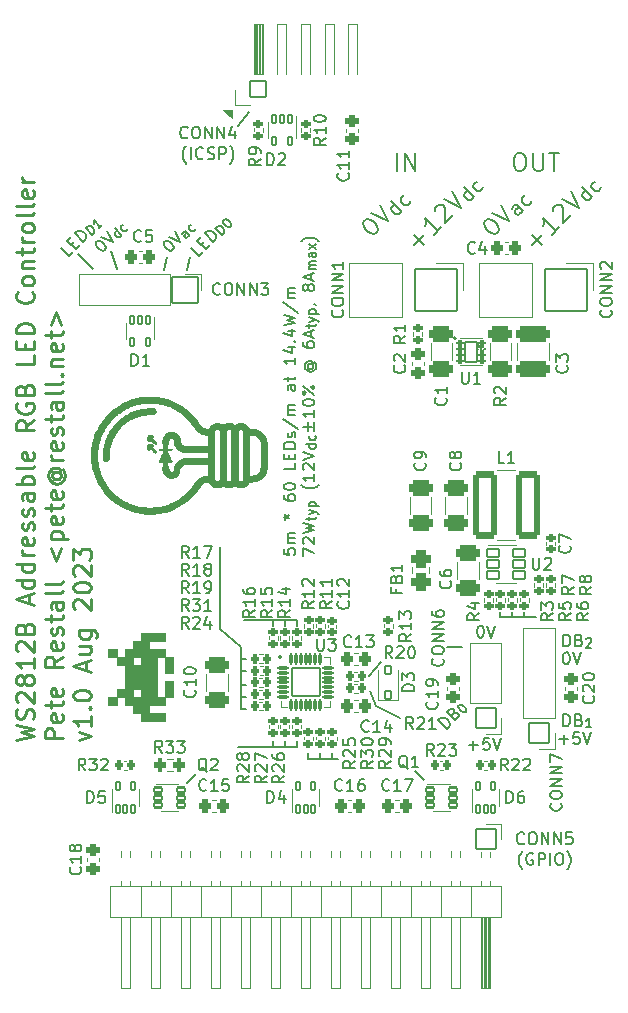
<source format=gto>
%TF.GenerationSoftware,KiCad,Pcbnew,6.0.11-3.fc37*%
%TF.CreationDate,2023-08-14T12:31:00+01:00*%
%TF.ProjectId,kitchen-led-strips,6b697463-6865-46e2-9d6c-65642d737472,1.0*%
%TF.SameCoordinates,Original*%
%TF.FileFunction,Legend,Top*%
%TF.FilePolarity,Positive*%
%FSLAX46Y46*%
G04 Gerber Fmt 4.6, Leading zero omitted, Abs format (unit mm)*
G04 Created by KiCad (PCBNEW 6.0.11-3.fc37) date 2023-08-14 12:31:00*
%MOMM*%
%LPD*%
G01*
G04 APERTURE LIST*
G04 Aperture macros list*
%AMRoundRect*
0 Rectangle with rounded corners*
0 $1 Rounding radius*
0 $2 $3 $4 $5 $6 $7 $8 $9 X,Y pos of 4 corners*
0 Add a 4 corners polygon primitive as box body*
4,1,4,$2,$3,$4,$5,$6,$7,$8,$9,$2,$3,0*
0 Add four circle primitives for the rounded corners*
1,1,$1+$1,$2,$3*
1,1,$1+$1,$4,$5*
1,1,$1+$1,$6,$7*
1,1,$1+$1,$8,$9*
0 Add four rect primitives between the rounded corners*
20,1,$1+$1,$2,$3,$4,$5,0*
20,1,$1+$1,$4,$5,$6,$7,0*
20,1,$1+$1,$6,$7,$8,$9,0*
20,1,$1+$1,$8,$9,$2,$3,0*%
G04 Aperture macros list end*
%ADD10C,0.150000*%
%ADD11C,0.200000*%
%ADD12C,0.075000*%
%ADD13C,0.000000*%
%ADD14C,0.230000*%
%ADD15C,0.120000*%
%ADD16C,0.210000*%
%ADD17RoundRect,0.223000X0.185000X-0.135000X0.185000X0.135000X-0.185000X0.135000X-0.185000X-0.135000X0*%
%ADD18RoundRect,0.138000X-0.362500X-0.050000X0.362500X-0.050000X0.362500X0.050000X-0.362500X0.050000X0*%
%ADD19RoundRect,0.138000X-0.050000X-0.362500X0.050000X-0.362500X0.050000X0.362500X-0.050000X0.362500X0*%
%ADD20RoundRect,0.088000X-1.175000X-1.175000X1.175000X-1.175000X1.175000X1.175000X-1.175000X1.175000X0*%
%ADD21RoundRect,0.088000X-1.800000X1.800000X-1.800000X-1.800000X1.800000X-1.800000X1.800000X1.800000X0*%
%ADD22O,3.776000X3.776000*%
%ADD23RoundRect,0.088000X-0.850000X0.850000X-0.850000X-0.850000X0.850000X-0.850000X0.850000X0.850000X0*%
%ADD24O,1.876000X1.876000*%
%ADD25RoundRect,0.223000X0.135000X0.185000X-0.135000X0.185000X-0.135000X-0.185000X0.135000X-0.185000X0*%
%ADD26RoundRect,0.088000X0.850000X0.850000X-0.850000X0.850000X-0.850000X-0.850000X0.850000X-0.850000X0*%
%ADD27RoundRect,0.338000X-0.650000X0.325000X-0.650000X-0.325000X0.650000X-0.325000X0.650000X0.325000X0*%
%ADD28RoundRect,0.223000X-0.185000X0.135000X-0.185000X-0.135000X0.185000X-0.135000X0.185000X0.135000X0*%
%ADD29RoundRect,0.088000X0.200000X-0.325000X0.200000X0.325000X-0.200000X0.325000X-0.200000X-0.325000X0*%
%ADD30RoundRect,0.088000X-0.300000X-0.210000X0.300000X-0.210000X0.300000X0.210000X-0.300000X0.210000X0*%
%ADD31RoundRect,0.313000X0.225000X0.250000X-0.225000X0.250000X-0.225000X-0.250000X0.225000X-0.250000X0*%
%ADD32RoundRect,0.409250X-0.413750X0.321250X-0.413750X-0.321250X0.413750X-0.321250X0.413750X0.321250X0*%
%ADD33RoundRect,0.088000X0.225000X-0.300000X0.225000X0.300000X-0.225000X0.300000X-0.225000X-0.300000X0*%
%ADD34RoundRect,0.313000X-0.225000X-0.250000X0.225000X-0.250000X0.225000X0.250000X-0.225000X0.250000X0*%
%ADD35RoundRect,0.088000X-0.200000X0.325000X-0.200000X-0.325000X0.200000X-0.325000X0.200000X0.325000X0*%
%ADD36RoundRect,0.223000X-0.135000X-0.185000X0.135000X-0.185000X0.135000X0.185000X-0.135000X0.185000X0*%
%ADD37RoundRect,0.273000X0.740000X2.565000X-0.740000X2.565000X-0.740000X-2.565000X0.740000X-2.565000X0*%
%ADD38RoundRect,0.088000X0.675000X-0.675000X0.675000X0.675000X-0.675000X0.675000X-0.675000X-0.675000X0*%
%ADD39O,1.526000X1.526000*%
%ADD40RoundRect,0.313000X0.250000X-0.225000X0.250000X0.225000X-0.250000X0.225000X-0.250000X-0.225000X0*%
%ADD41RoundRect,0.313000X-0.250000X0.225000X-0.250000X-0.225000X0.250000X-0.225000X0.250000X0.225000X0*%
%ADD42RoundRect,0.288000X-0.200000X-0.275000X0.200000X-0.275000X0.200000X0.275000X-0.200000X0.275000X0*%
%ADD43RoundRect,0.228000X0.170000X-0.140000X0.170000X0.140000X-0.170000X0.140000X-0.170000X-0.140000X0*%
%ADD44RoundRect,0.088000X-0.500000X-0.350000X0.500000X-0.350000X0.500000X0.350000X-0.500000X0.350000X0*%
%ADD45RoundRect,0.338000X1.075000X-0.312500X1.075000X0.312500X-1.075000X0.312500X-1.075000X-0.312500X0*%
%ADD46RoundRect,0.088000X-1.125000X1.125000X-1.125000X-1.125000X1.125000X-1.125000X1.125000X1.125000X0*%
%ADD47O,2.426000X2.426000*%
%ADD48RoundRect,0.338000X0.650000X-0.325000X0.650000X0.325000X-0.650000X0.325000X-0.650000X-0.325000X0*%
%ADD49RoundRect,0.175500X-0.152500X-0.087500X0.152500X-0.087500X0.152500X0.087500X-0.152500X0.087500X0*%
%ADD50RoundRect,0.183000X-0.095000X-0.155000X0.095000X-0.155000X0.095000X0.155000X-0.095000X0.155000X0*%
%ADD51RoundRect,0.088000X-0.510000X-0.830000X0.510000X-0.830000X0.510000X0.830000X-0.510000X0.830000X0*%
G04 APERTURE END LIST*
D10*
X211957183Y-158932579D02*
X211250076Y-158225473D01*
X211418435Y-158057114D01*
X211553122Y-157989770D01*
X211687809Y-157989770D01*
X211788824Y-158023442D01*
X211957183Y-158124457D01*
X212058198Y-158225473D01*
X212159213Y-158393831D01*
X212192885Y-158494847D01*
X212192885Y-158629534D01*
X212125542Y-158764221D01*
X211957183Y-158932579D01*
X212529603Y-157619381D02*
X212664290Y-157552038D01*
X212731633Y-157552038D01*
X212832648Y-157585709D01*
X212933664Y-157686725D01*
X212967335Y-157787740D01*
X212967335Y-157855083D01*
X212933664Y-157956099D01*
X212664290Y-158225473D01*
X211957183Y-157518366D01*
X212192885Y-157282664D01*
X212293900Y-157248992D01*
X212361244Y-157248992D01*
X212462259Y-157282664D01*
X212529603Y-157350007D01*
X212563274Y-157451022D01*
X212563274Y-157518366D01*
X212529603Y-157619381D01*
X212293900Y-157855083D01*
X212957234Y-156956048D02*
X213011109Y-156902173D01*
X213091921Y-156875235D01*
X213145796Y-156875235D01*
X213226608Y-156902173D01*
X213361295Y-156982985D01*
X213495982Y-157117672D01*
X213576794Y-157252359D01*
X213603731Y-157333171D01*
X213603731Y-157387046D01*
X213576794Y-157467858D01*
X213522919Y-157521733D01*
X213442107Y-157548670D01*
X213388232Y-157548670D01*
X213307420Y-157521733D01*
X213172733Y-157440921D01*
X213038046Y-157306234D01*
X212957234Y-157171547D01*
X212930296Y-157090735D01*
X212930296Y-157036860D01*
X212957234Y-156956048D01*
X221835595Y-158702380D02*
X221835595Y-157702380D01*
X222073690Y-157702380D01*
X222216547Y-157750000D01*
X222311785Y-157845238D01*
X222359404Y-157940476D01*
X222407023Y-158130952D01*
X222407023Y-158273809D01*
X222359404Y-158464285D01*
X222311785Y-158559523D01*
X222216547Y-158654761D01*
X222073690Y-158702380D01*
X221835595Y-158702380D01*
X223168928Y-158178571D02*
X223311785Y-158226190D01*
X223359404Y-158273809D01*
X223407023Y-158369047D01*
X223407023Y-158511904D01*
X223359404Y-158607142D01*
X223311785Y-158654761D01*
X223216547Y-158702380D01*
X222835595Y-158702380D01*
X222835595Y-157702380D01*
X223168928Y-157702380D01*
X223264166Y-157750000D01*
X223311785Y-157797619D01*
X223359404Y-157892857D01*
X223359404Y-157988095D01*
X223311785Y-158083333D01*
X223264166Y-158130952D01*
X223168928Y-158178571D01*
X222835595Y-158178571D01*
X224207023Y-158811904D02*
X223749880Y-158811904D01*
X223978452Y-158811904D02*
X223978452Y-158011904D01*
X223902261Y-158126190D01*
X223826071Y-158202380D01*
X223749880Y-158240476D01*
X221835595Y-151952380D02*
X221835595Y-150952380D01*
X222073690Y-150952380D01*
X222216547Y-151000000D01*
X222311785Y-151095238D01*
X222359404Y-151190476D01*
X222407023Y-151380952D01*
X222407023Y-151523809D01*
X222359404Y-151714285D01*
X222311785Y-151809523D01*
X222216547Y-151904761D01*
X222073690Y-151952380D01*
X221835595Y-151952380D01*
X223168928Y-151428571D02*
X223311785Y-151476190D01*
X223359404Y-151523809D01*
X223407023Y-151619047D01*
X223407023Y-151761904D01*
X223359404Y-151857142D01*
X223311785Y-151904761D01*
X223216547Y-151952380D01*
X222835595Y-151952380D01*
X222835595Y-150952380D01*
X223168928Y-150952380D01*
X223264166Y-151000000D01*
X223311785Y-151047619D01*
X223359404Y-151142857D01*
X223359404Y-151238095D01*
X223311785Y-151333333D01*
X223264166Y-151380952D01*
X223168928Y-151428571D01*
X222835595Y-151428571D01*
X223749880Y-151338095D02*
X223787976Y-151300000D01*
X223864166Y-151261904D01*
X224054642Y-151261904D01*
X224130833Y-151300000D01*
X224168928Y-151338095D01*
X224207023Y-151414285D01*
X224207023Y-151490476D01*
X224168928Y-151604761D01*
X223711785Y-152061904D01*
X224207023Y-152061904D01*
X222026071Y-152452380D02*
X222121309Y-152452380D01*
X222216547Y-152500000D01*
X222264166Y-152547619D01*
X222311785Y-152642857D01*
X222359404Y-152833333D01*
X222359404Y-153071428D01*
X222311785Y-153261904D01*
X222264166Y-153357142D01*
X222216547Y-153404761D01*
X222121309Y-153452380D01*
X222026071Y-153452380D01*
X221930833Y-153404761D01*
X221883214Y-153357142D01*
X221835595Y-153261904D01*
X221787976Y-153071428D01*
X221787976Y-152833333D01*
X221835595Y-152642857D01*
X221883214Y-152547619D01*
X221930833Y-152500000D01*
X222026071Y-152452380D01*
X222645119Y-152452380D02*
X222978452Y-153452380D01*
X223311785Y-152452380D01*
X214776071Y-150202380D02*
X214871309Y-150202380D01*
X214966547Y-150250000D01*
X215014166Y-150297619D01*
X215061785Y-150392857D01*
X215109404Y-150583333D01*
X215109404Y-150821428D01*
X215061785Y-151011904D01*
X215014166Y-151107142D01*
X214966547Y-151154761D01*
X214871309Y-151202380D01*
X214776071Y-151202380D01*
X214680833Y-151154761D01*
X214633214Y-151107142D01*
X214585595Y-151011904D01*
X214537976Y-150821428D01*
X214537976Y-150583333D01*
X214585595Y-150392857D01*
X214633214Y-150297619D01*
X214680833Y-150250000D01*
X214776071Y-150202380D01*
X215395119Y-150202380D02*
X215728452Y-151202380D01*
X216061785Y-150202380D01*
X221464285Y-159821428D02*
X222226190Y-159821428D01*
X221845238Y-160202380D02*
X221845238Y-159440476D01*
X223178571Y-159202380D02*
X222702380Y-159202380D01*
X222654761Y-159678571D01*
X222702380Y-159630952D01*
X222797619Y-159583333D01*
X223035714Y-159583333D01*
X223130952Y-159630952D01*
X223178571Y-159678571D01*
X223226190Y-159773809D01*
X223226190Y-160011904D01*
X223178571Y-160107142D01*
X223130952Y-160154761D01*
X223035714Y-160202380D01*
X222797619Y-160202380D01*
X222702380Y-160154761D01*
X222654761Y-160107142D01*
X223511904Y-159202380D02*
X223845238Y-160202380D01*
X224178571Y-159202380D01*
X213835595Y-160321428D02*
X214597500Y-160321428D01*
X214216547Y-160702380D02*
X214216547Y-159940476D01*
X215549880Y-159702380D02*
X215073690Y-159702380D01*
X215026071Y-160178571D01*
X215073690Y-160130952D01*
X215168928Y-160083333D01*
X215407023Y-160083333D01*
X215502261Y-160130952D01*
X215549880Y-160178571D01*
X215597500Y-160273809D01*
X215597500Y-160511904D01*
X215549880Y-160607142D01*
X215502261Y-160654761D01*
X215407023Y-160702380D01*
X215168928Y-160702380D01*
X215073690Y-160654761D01*
X215026071Y-160607142D01*
X215883214Y-159702380D02*
X216216547Y-160702380D01*
X216549880Y-159702380D01*
D11*
X195000000Y-155250000D02*
X194500000Y-155250000D01*
X199250000Y-149750000D02*
X199250000Y-150250000D01*
D12*
G36*
X188090924Y-151477233D02*
G01*
X186727283Y-151477233D01*
X186727283Y-152159058D01*
X188090924Y-152159058D01*
X188090924Y-152840881D01*
X187409104Y-152840881D01*
X187409104Y-156250000D01*
X188090924Y-156250000D01*
X188090924Y-154886351D01*
X188772745Y-154886351D01*
X188772745Y-156250000D01*
X188090924Y-156250000D01*
X188090924Y-156931824D01*
X186727284Y-156931824D01*
X186727284Y-157613647D01*
X188090924Y-157613647D01*
X188090924Y-158295473D01*
X186045463Y-158295473D01*
X186045463Y-157613647D01*
X185363643Y-157613647D01*
X185363643Y-156931824D01*
X184681820Y-156931824D01*
X184681820Y-156250000D01*
X185363643Y-156250000D01*
X186045463Y-156250000D01*
X186045463Y-155568177D01*
X185363643Y-155568177D01*
X185363643Y-156250000D01*
X184681820Y-156250000D01*
X184000000Y-156250000D01*
X184000000Y-155568177D01*
X184681820Y-155568177D01*
X184681820Y-153522704D01*
X185363643Y-153522704D01*
X186045463Y-153522704D01*
X186045463Y-152840880D01*
X185363643Y-152840880D01*
X185363643Y-153522704D01*
X184681820Y-153522704D01*
X184000000Y-153522704D01*
X184000000Y-152840880D01*
X184681820Y-152840880D01*
X184681820Y-152159057D01*
X185363643Y-152159057D01*
X185363643Y-151477232D01*
X186045463Y-151477232D01*
X186045463Y-150795409D01*
X188090924Y-150795409D01*
X188090924Y-151477233D01*
G37*
X188090924Y-151477233D02*
X186727283Y-151477233D01*
X186727283Y-152159058D01*
X188090924Y-152159058D01*
X188090924Y-152840881D01*
X187409104Y-152840881D01*
X187409104Y-156250000D01*
X188090924Y-156250000D01*
X188090924Y-154886351D01*
X188772745Y-154886351D01*
X188772745Y-156250000D01*
X188090924Y-156250000D01*
X188090924Y-156931824D01*
X186727284Y-156931824D01*
X186727284Y-157613647D01*
X188090924Y-157613647D01*
X188090924Y-158295473D01*
X186045463Y-158295473D01*
X186045463Y-157613647D01*
X185363643Y-157613647D01*
X185363643Y-156931824D01*
X184681820Y-156931824D01*
X184681820Y-156250000D01*
X185363643Y-156250000D01*
X186045463Y-156250000D01*
X186045463Y-155568177D01*
X185363643Y-155568177D01*
X185363643Y-156250000D01*
X184681820Y-156250000D01*
X184000000Y-156250000D01*
X184000000Y-155568177D01*
X184681820Y-155568177D01*
X184681820Y-153522704D01*
X185363643Y-153522704D01*
X186045463Y-153522704D01*
X186045463Y-152840880D01*
X185363643Y-152840880D01*
X185363643Y-153522704D01*
X184681820Y-153522704D01*
X184000000Y-153522704D01*
X184000000Y-152840880D01*
X184681820Y-152840880D01*
X184681820Y-152159057D01*
X185363643Y-152159057D01*
X185363643Y-151477232D01*
X186045463Y-151477232D01*
X186045463Y-150795409D01*
X188090924Y-150795409D01*
X188090924Y-151477233D01*
G36*
X184000000Y-156931824D02*
G01*
X183318180Y-156931824D01*
X183318180Y-156250000D01*
X184000000Y-156250000D01*
X184000000Y-156931824D01*
G37*
X184000000Y-156931824D02*
X183318180Y-156931824D01*
X183318180Y-156250000D01*
X184000000Y-156250000D01*
X184000000Y-156931824D01*
D11*
X198250000Y-149750000D02*
X198250000Y-150250000D01*
X198250000Y-160500000D02*
X198250000Y-160000000D01*
X194500000Y-152000000D02*
X194500000Y-157250000D01*
D13*
G36*
X194471669Y-138571555D02*
G01*
X194437800Y-138569035D01*
X194404141Y-138564954D01*
X194370735Y-138559352D01*
X194337629Y-138552269D01*
X194304865Y-138543745D01*
X194272491Y-138533821D01*
X194240549Y-138522536D01*
X194209085Y-138509931D01*
X194178144Y-138496046D01*
X194147771Y-138480921D01*
X194118009Y-138464596D01*
X194088905Y-138447111D01*
X194060502Y-138428506D01*
X194032846Y-138408822D01*
X194002938Y-138426230D01*
X193973198Y-138444361D01*
X193943406Y-138462678D01*
X193913346Y-138480641D01*
X193882798Y-138497713D01*
X193867272Y-138505746D01*
X193851544Y-138513354D01*
X193835584Y-138520470D01*
X193819366Y-138527026D01*
X193802862Y-138532956D01*
X193786045Y-138538192D01*
X193740072Y-138552867D01*
X193693411Y-138564332D01*
X193646225Y-138572640D01*
X193598678Y-138577847D01*
X193550931Y-138580008D01*
X193535704Y-138579743D01*
X193503147Y-138579177D01*
X193455490Y-138575411D01*
X193408122Y-138568764D01*
X193361205Y-138559292D01*
X193314902Y-138547048D01*
X193269376Y-138532089D01*
X193224790Y-138514469D01*
X193181306Y-138494243D01*
X193139087Y-138471466D01*
X193098296Y-138446195D01*
X193059095Y-138418482D01*
X193053432Y-138418311D01*
X193047826Y-138418467D01*
X193042274Y-138418931D01*
X193036775Y-138419688D01*
X193031325Y-138420721D01*
X193025921Y-138422012D01*
X193020560Y-138423545D01*
X193015240Y-138425302D01*
X193004709Y-138429424D01*
X192994307Y-138434241D01*
X192984010Y-138439617D01*
X192973795Y-138445419D01*
X192933303Y-138470164D01*
X192923158Y-138476057D01*
X192912959Y-138481563D01*
X192902682Y-138486545D01*
X192892305Y-138490868D01*
X192845102Y-138511194D01*
X192796445Y-138528632D01*
X192746584Y-138543114D01*
X192695769Y-138554574D01*
X192644250Y-138562948D01*
X192592277Y-138568168D01*
X192544725Y-138569991D01*
X192540100Y-138570168D01*
X192487968Y-138568884D01*
X192436132Y-138564247D01*
X192384841Y-138556193D01*
X192334346Y-138544656D01*
X192284896Y-138529569D01*
X192236741Y-138510866D01*
X192190131Y-138488481D01*
X192145316Y-138462349D01*
X192123659Y-138447857D01*
X192102546Y-138432403D01*
X192060609Y-138396619D01*
X192018559Y-138359898D01*
X191997777Y-138341069D01*
X191977309Y-138321865D01*
X191957270Y-138302239D01*
X191937773Y-138282144D01*
X191918933Y-138261533D01*
X191900864Y-138240359D01*
X191883679Y-138218576D01*
X191867494Y-138196135D01*
X191852422Y-138172990D01*
X191838577Y-138149095D01*
X191826074Y-138124401D01*
X191815026Y-138098863D01*
X191800665Y-138094730D01*
X191785961Y-138091525D01*
X191770955Y-138089180D01*
X191755691Y-138087631D01*
X191740209Y-138086808D01*
X191724551Y-138086647D01*
X191708761Y-138087079D01*
X191692880Y-138088039D01*
X191676949Y-138089460D01*
X191661012Y-138091275D01*
X191629284Y-138095819D01*
X191598033Y-138101137D01*
X191567596Y-138106697D01*
X191546480Y-138110328D01*
X191525799Y-138114852D01*
X191505545Y-138120237D01*
X191485708Y-138126451D01*
X191466279Y-138133462D01*
X191447249Y-138141237D01*
X191428607Y-138149745D01*
X191410345Y-138158953D01*
X191374922Y-138179342D01*
X191340904Y-138202146D01*
X191308217Y-138227109D01*
X191276786Y-138253973D01*
X191246535Y-138282481D01*
X191217389Y-138312376D01*
X191189273Y-138343401D01*
X191162112Y-138375298D01*
X191135831Y-138407810D01*
X191110355Y-138440681D01*
X191061516Y-138506467D01*
X190960604Y-138653797D01*
X190908493Y-138726321D01*
X190855266Y-138798030D01*
X190800914Y-138868884D01*
X190745428Y-138938841D01*
X190688799Y-139007862D01*
X190631018Y-139075905D01*
X190572076Y-139142929D01*
X190511963Y-139208894D01*
X190450670Y-139273760D01*
X190388189Y-139337485D01*
X190324510Y-139400029D01*
X190259625Y-139461351D01*
X190193523Y-139521411D01*
X190126196Y-139580167D01*
X189935819Y-139737082D01*
X189737843Y-139884202D01*
X189532818Y-140021307D01*
X189321294Y-140148178D01*
X189103821Y-140264594D01*
X188880949Y-140370337D01*
X188653228Y-140465186D01*
X188421208Y-140548922D01*
X188185439Y-140621325D01*
X187946472Y-140682175D01*
X187704856Y-140731253D01*
X187461141Y-140768339D01*
X187215877Y-140793213D01*
X186969615Y-140805655D01*
X186804044Y-140805515D01*
X186722904Y-140805446D01*
X186476295Y-140792367D01*
X186253161Y-140771182D01*
X186031332Y-140739700D01*
X185811217Y-140698105D01*
X185593224Y-140646579D01*
X185377763Y-140585306D01*
X185165242Y-140514470D01*
X184956070Y-140434254D01*
X184750656Y-140344841D01*
X184549409Y-140246415D01*
X184352738Y-140139158D01*
X184161051Y-140023256D01*
X183974758Y-139898891D01*
X183794266Y-139766246D01*
X183619986Y-139625504D01*
X183452326Y-139476850D01*
X183291695Y-139320467D01*
X183127874Y-139147215D01*
X182972934Y-138966186D01*
X182827071Y-138777874D01*
X182690480Y-138582772D01*
X182563357Y-138381371D01*
X182445898Y-138174164D01*
X182338297Y-137961644D01*
X182240751Y-137744304D01*
X182153455Y-137522637D01*
X182076604Y-137297134D01*
X182010393Y-137068289D01*
X181955019Y-136836593D01*
X181910677Y-136602541D01*
X181877562Y-136366624D01*
X181855869Y-136129335D01*
X181845795Y-135891167D01*
X181845571Y-135891075D01*
X181845709Y-135820306D01*
X182458275Y-135820306D01*
X182459132Y-135969411D01*
X182460095Y-136043956D01*
X182461596Y-136118495D01*
X182462429Y-136176293D01*
X182464743Y-136234046D01*
X182468470Y-136291744D01*
X182473544Y-136349379D01*
X182479896Y-136406941D01*
X182487460Y-136464421D01*
X182505957Y-136579098D01*
X182528498Y-136693337D01*
X182554545Y-136807066D01*
X182583563Y-136920209D01*
X182615015Y-137032695D01*
X182647535Y-137141289D01*
X182682970Y-137248885D01*
X182721285Y-137355414D01*
X182762441Y-137460805D01*
X182806400Y-137564988D01*
X182853125Y-137667891D01*
X182902577Y-137769446D01*
X182954719Y-137869580D01*
X183009513Y-137968225D01*
X183066922Y-138065309D01*
X183126907Y-138160762D01*
X183189431Y-138254513D01*
X183254455Y-138346492D01*
X183321943Y-138436630D01*
X183391855Y-138524854D01*
X183464155Y-138611095D01*
X183557747Y-138718338D01*
X183654256Y-138823088D01*
X183753644Y-138925165D01*
X183855871Y-139024390D01*
X183960897Y-139120585D01*
X184068682Y-139213569D01*
X184179187Y-139303164D01*
X184292372Y-139389189D01*
X184408196Y-139471467D01*
X184526622Y-139549816D01*
X184647607Y-139624059D01*
X184771114Y-139694016D01*
X184897102Y-139759508D01*
X185025531Y-139820354D01*
X185156362Y-139876376D01*
X185289555Y-139927395D01*
X185416076Y-139971611D01*
X185542960Y-140013173D01*
X185670415Y-140051558D01*
X185798650Y-140086243D01*
X185927874Y-140116704D01*
X186058293Y-140142417D01*
X186124017Y-140153329D01*
X186190118Y-140162859D01*
X186256622Y-140170939D01*
X186323555Y-140177505D01*
X186483291Y-140188966D01*
X186643517Y-140196645D01*
X186804044Y-140200270D01*
X186964682Y-140199571D01*
X187125241Y-140194275D01*
X187285533Y-140184111D01*
X187445368Y-140168807D01*
X187604556Y-140148091D01*
X187731988Y-140123388D01*
X187858651Y-140094941D01*
X187984433Y-140062794D01*
X188109226Y-140026991D01*
X188232919Y-139987575D01*
X188355402Y-139944589D01*
X188476566Y-139898078D01*
X188596301Y-139848085D01*
X188714497Y-139794654D01*
X188831044Y-139737827D01*
X188945833Y-139677650D01*
X189058753Y-139614165D01*
X189169696Y-139547416D01*
X189278550Y-139477447D01*
X189385207Y-139404301D01*
X189489556Y-139328021D01*
X189636025Y-139206268D01*
X189778591Y-139079737D01*
X189848296Y-139014688D01*
X189916886Y-138948456D01*
X189984316Y-138881044D01*
X190050540Y-138812455D01*
X190115510Y-138742694D01*
X190179182Y-138671763D01*
X190241510Y-138599666D01*
X190302446Y-138526407D01*
X190361944Y-138451989D01*
X190419960Y-138376417D01*
X190476446Y-138299693D01*
X190531356Y-138221821D01*
X190638085Y-138073296D01*
X190692876Y-137999340D01*
X190721114Y-137963067D01*
X190750101Y-137927504D01*
X190779974Y-137892829D01*
X190810873Y-137859224D01*
X190819390Y-137850629D01*
X192350362Y-137850629D01*
X192355083Y-137858838D01*
X192360328Y-137866950D01*
X192366058Y-137874947D01*
X192372235Y-137882817D01*
X192378819Y-137890544D01*
X192385774Y-137898113D01*
X192393060Y-137905509D01*
X192400638Y-137912718D01*
X192408471Y-137919725D01*
X192416520Y-137926515D01*
X192424746Y-137933073D01*
X192433111Y-137939384D01*
X192441576Y-137945434D01*
X192450104Y-137951208D01*
X192458655Y-137956691D01*
X192467192Y-137961869D01*
X192476917Y-137967026D01*
X192486649Y-137971380D01*
X192496380Y-137974957D01*
X192506101Y-137977783D01*
X192515805Y-137979885D01*
X192525482Y-137981290D01*
X192535125Y-137982025D01*
X192544725Y-137982116D01*
X192554275Y-137981589D01*
X192563766Y-137980472D01*
X192573189Y-137978792D01*
X192582537Y-137976574D01*
X192591801Y-137973846D01*
X192600973Y-137970634D01*
X192610045Y-137966965D01*
X192619008Y-137962866D01*
X192627855Y-137958363D01*
X192636577Y-137953483D01*
X192645166Y-137948253D01*
X192653613Y-137942699D01*
X192670050Y-137930728D01*
X192685823Y-137917782D01*
X192700866Y-137904076D01*
X192715112Y-137889823D01*
X192728496Y-137875236D01*
X192740952Y-137860528D01*
X192740952Y-137850638D01*
X193341321Y-137850638D01*
X193345993Y-137858872D01*
X193351211Y-137866996D01*
X193356933Y-137874997D01*
X193363117Y-137882861D01*
X193369722Y-137890576D01*
X193376705Y-137898128D01*
X193384025Y-137905505D01*
X193391640Y-137912693D01*
X193399508Y-137919679D01*
X193407588Y-137926451D01*
X193415838Y-137932995D01*
X193424216Y-137939298D01*
X193432680Y-137945347D01*
X193441188Y-137951128D01*
X193449700Y-137956630D01*
X193458171Y-137961838D01*
X193467900Y-137967005D01*
X193477634Y-137971366D01*
X193487366Y-137974948D01*
X193497087Y-137977779D01*
X193506789Y-137979885D01*
X193516465Y-137981292D01*
X193526106Y-137982028D01*
X193535704Y-137982120D01*
X193545251Y-137981594D01*
X193554738Y-137980477D01*
X193564159Y-137978797D01*
X193573504Y-137976579D01*
X193582766Y-137973851D01*
X193591936Y-137970639D01*
X193601006Y-137966971D01*
X193609969Y-137962873D01*
X193618816Y-137958372D01*
X193627538Y-137953494D01*
X193636129Y-137948268D01*
X193644580Y-137942719D01*
X193661028Y-137930760D01*
X193676818Y-137917833D01*
X193691885Y-137904153D01*
X193706165Y-137889934D01*
X193719592Y-137875391D01*
X193732102Y-137860738D01*
X193732102Y-137850629D01*
X194332281Y-137850629D01*
X194337288Y-137859201D01*
X194342841Y-137867672D01*
X194348900Y-137876025D01*
X194355428Y-137884241D01*
X194362383Y-137892300D01*
X194369729Y-137900185D01*
X194377425Y-137907877D01*
X194385432Y-137915356D01*
X194393713Y-137922605D01*
X194402227Y-137929605D01*
X194410935Y-137936337D01*
X194419799Y-137942783D01*
X194428780Y-137948923D01*
X194437838Y-137954740D01*
X194446935Y-137960215D01*
X194456031Y-137965328D01*
X194465701Y-137969906D01*
X194475350Y-137973719D01*
X194484972Y-137976793D01*
X194494561Y-137979155D01*
X194504109Y-137980831D01*
X194513611Y-137981845D01*
X194523059Y-137982223D01*
X194532449Y-137981993D01*
X194541772Y-137981178D01*
X194551022Y-137979805D01*
X194560194Y-137977900D01*
X194569280Y-137975488D01*
X194578274Y-137972596D01*
X194587170Y-137969248D01*
X194595961Y-137965471D01*
X194604640Y-137961290D01*
X194613202Y-137956732D01*
X194621639Y-137951821D01*
X194638114Y-137941047D01*
X194654013Y-137929174D01*
X194669285Y-137916407D01*
X194683878Y-137902953D01*
X194697740Y-137889018D01*
X194710818Y-137874808D01*
X194723062Y-137860528D01*
X194723062Y-135804528D01*
X195323253Y-135804528D01*
X195323257Y-135804627D01*
X195323257Y-137486427D01*
X195470545Y-137486164D01*
X195507335Y-137485125D01*
X195544061Y-137483093D01*
X195580697Y-137479765D01*
X195598973Y-137477520D01*
X195617218Y-137474838D01*
X195640783Y-137471532D01*
X195664013Y-137467254D01*
X195686902Y-137462033D01*
X195709443Y-137455895D01*
X195731630Y-137448868D01*
X195753455Y-137440980D01*
X195774913Y-137432258D01*
X195795996Y-137422729D01*
X195816698Y-137412420D01*
X195837012Y-137401360D01*
X195876449Y-137377094D01*
X195914255Y-137350150D01*
X195950377Y-137320747D01*
X195984760Y-137289105D01*
X196017352Y-137255442D01*
X196048099Y-137219980D01*
X196076948Y-137182936D01*
X196103846Y-137144530D01*
X196128739Y-137104983D01*
X196151574Y-137064512D01*
X196172297Y-137023338D01*
X196183511Y-136897884D01*
X196191353Y-136772174D01*
X196196489Y-136646270D01*
X196199585Y-136520231D01*
X196204876Y-136015938D01*
X196207102Y-135371091D01*
X196206326Y-135209891D01*
X196203724Y-135048748D01*
X196198649Y-134887688D01*
X196190454Y-134726738D01*
X196189991Y-134708415D01*
X196188758Y-134690302D01*
X196186778Y-134672403D01*
X196184073Y-134654718D01*
X196180666Y-134637251D01*
X196176579Y-134620003D01*
X196171835Y-134602977D01*
X196166456Y-134586173D01*
X196160466Y-134569596D01*
X196153886Y-134553245D01*
X196146740Y-134537124D01*
X196139049Y-134521234D01*
X196122125Y-134490158D01*
X196103296Y-134460032D01*
X196082741Y-134430873D01*
X196060642Y-134402697D01*
X196037179Y-134375521D01*
X196012532Y-134349361D01*
X195986882Y-134324233D01*
X195960411Y-134300154D01*
X195933297Y-134277141D01*
X195905723Y-134255208D01*
X195890496Y-134242708D01*
X195874919Y-134231015D01*
X195842781Y-134209942D01*
X195809436Y-134191774D01*
X195775008Y-134176298D01*
X195739624Y-134163300D01*
X195703410Y-134152566D01*
X195666491Y-134143882D01*
X195628993Y-134137036D01*
X195591041Y-134131812D01*
X195552762Y-134127997D01*
X195514282Y-134125378D01*
X195475725Y-134123740D01*
X195398886Y-134122554D01*
X195323253Y-134122728D01*
X195323253Y-135804528D01*
X194723062Y-135804528D01*
X194723062Y-133748728D01*
X194705000Y-133730779D01*
X194687476Y-133712722D01*
X194669949Y-133695089D01*
X194661015Y-133686595D01*
X194651878Y-133678405D01*
X194642470Y-133670585D01*
X194632723Y-133663201D01*
X194622571Y-133656319D01*
X194611944Y-133650005D01*
X194600777Y-133644324D01*
X194594969Y-133641743D01*
X194589000Y-133639344D01*
X194582863Y-133637137D01*
X194576548Y-133635130D01*
X194570047Y-133633331D01*
X194563351Y-133631748D01*
X194554045Y-133629899D01*
X194544900Y-133628606D01*
X194535913Y-133627849D01*
X194527081Y-133627607D01*
X194518402Y-133627861D01*
X194509874Y-133628591D01*
X194501493Y-133629776D01*
X194493257Y-133631397D01*
X194485164Y-133633433D01*
X194477210Y-133635864D01*
X194469393Y-133638670D01*
X194461711Y-133641832D01*
X194454161Y-133645329D01*
X194446741Y-133649140D01*
X194439446Y-133653247D01*
X194432276Y-133657629D01*
X194418298Y-133667136D01*
X194404784Y-133677501D01*
X194391715Y-133688565D01*
X194379068Y-133700165D01*
X194366823Y-133712143D01*
X194354960Y-133724336D01*
X194332292Y-133748728D01*
X194332292Y-135804528D01*
X194332281Y-135804528D01*
X194332281Y-137850629D01*
X193732102Y-137850629D01*
X193732102Y-133758438D01*
X193725451Y-133748300D01*
X193718247Y-133738158D01*
X193710514Y-133728078D01*
X193702276Y-133718122D01*
X193693555Y-133708355D01*
X193684374Y-133698842D01*
X193674757Y-133689646D01*
X193664727Y-133680831D01*
X193654307Y-133672462D01*
X193643520Y-133664604D01*
X193632389Y-133657319D01*
X193620938Y-133650672D01*
X193609190Y-133644727D01*
X193597167Y-133639549D01*
X193584893Y-133635201D01*
X193572392Y-133631748D01*
X193563091Y-133629906D01*
X193553948Y-133628619D01*
X193544961Y-133627868D01*
X193536127Y-133627632D01*
X193527443Y-133627892D01*
X193518909Y-133628627D01*
X193510520Y-133629818D01*
X193502275Y-133631443D01*
X193494171Y-133633484D01*
X193486207Y-133635919D01*
X193478379Y-133638730D01*
X193470685Y-133641895D01*
X193463123Y-133645394D01*
X193455690Y-133649209D01*
X193448385Y-133653317D01*
X193441204Y-133657700D01*
X193427207Y-133667208D01*
X193413680Y-133677573D01*
X193400605Y-133688632D01*
X193387962Y-133700226D01*
X193375732Y-133712194D01*
X193363896Y-133724374D01*
X193341332Y-133748728D01*
X193341332Y-135804528D01*
X193341321Y-135804538D01*
X193341321Y-137850638D01*
X192740952Y-137850638D01*
X192740952Y-133748728D01*
X192722909Y-133730810D01*
X192705424Y-133712786D01*
X192687948Y-133695180D01*
X192679041Y-133686697D01*
X192669930Y-133678516D01*
X192660546Y-133670700D01*
X192650820Y-133663317D01*
X192640683Y-133656431D01*
X192630067Y-133650107D01*
X192618902Y-133644412D01*
X192613093Y-133641820D01*
X192607121Y-133639410D01*
X192600977Y-133637189D01*
X192594654Y-133635167D01*
X192588142Y-133633351D01*
X192581432Y-133631748D01*
X192572135Y-133629896D01*
X192562996Y-133628601D01*
X192554012Y-133627842D01*
X192545181Y-133627600D01*
X192536501Y-133627855D01*
X192527969Y-133628585D01*
X192519584Y-133629772D01*
X192511342Y-133631395D01*
X192503240Y-133633434D01*
X192495278Y-133635868D01*
X192487452Y-133638678D01*
X192479760Y-133641843D01*
X192472200Y-133645344D01*
X192464768Y-133649159D01*
X192457464Y-133653270D01*
X192450284Y-133657655D01*
X192436288Y-133667168D01*
X192422760Y-133677539D01*
X192409682Y-133688605D01*
X192397035Y-133700206D01*
X192384800Y-133712180D01*
X192372957Y-133724366D01*
X192350372Y-133748728D01*
X192350372Y-135804528D01*
X192350362Y-135804528D01*
X192350362Y-137850629D01*
X190819390Y-137850629D01*
X190842937Y-137826866D01*
X190876306Y-137795936D01*
X190911118Y-137766613D01*
X190947512Y-137739076D01*
X190985628Y-137713506D01*
X191005376Y-137701514D01*
X191025605Y-137690081D01*
X191066891Y-137666077D01*
X191108934Y-137643622D01*
X191151687Y-137622698D01*
X191195101Y-137603288D01*
X191239128Y-137585375D01*
X191283718Y-137568940D01*
X191328824Y-137553967D01*
X191374397Y-137540438D01*
X191420388Y-137528335D01*
X191466748Y-137517641D01*
X191513430Y-137508338D01*
X191560384Y-137500409D01*
X191607562Y-137493837D01*
X191654916Y-137488603D01*
X191702397Y-137484690D01*
X191749955Y-137482081D01*
X191749955Y-136600371D01*
X190887131Y-136600146D01*
X190455756Y-136602439D01*
X190024456Y-136610561D01*
X190003606Y-136612621D01*
X189982452Y-136613908D01*
X189939505Y-136614980D01*
X189896158Y-136615398D01*
X189874504Y-136615868D01*
X189852954Y-136616783D01*
X189831575Y-136618345D01*
X189810436Y-136620756D01*
X189789604Y-136624221D01*
X189769147Y-136628940D01*
X189749132Y-136635117D01*
X189739313Y-136638815D01*
X189729629Y-136642954D01*
X189720090Y-136647559D01*
X189710704Y-136652655D01*
X189701480Y-136658267D01*
X189692426Y-136664421D01*
X189642509Y-136699710D01*
X189617649Y-136718294D01*
X189593109Y-136737567D01*
X189569077Y-136757576D01*
X189545745Y-136778367D01*
X189523301Y-136799988D01*
X189501937Y-136822485D01*
X189481841Y-136845905D01*
X189463205Y-136870294D01*
X189446218Y-136895700D01*
X189431070Y-136922169D01*
X189424244Y-136935816D01*
X189417950Y-136949747D01*
X189412211Y-136963968D01*
X189407050Y-136978483D01*
X189402491Y-136993299D01*
X189398559Y-137008422D01*
X189395276Y-137023857D01*
X189392666Y-137039611D01*
X189381541Y-137104751D01*
X189368548Y-137169903D01*
X189361123Y-137202314D01*
X189352956Y-137234526D01*
X189343956Y-137266471D01*
X189334031Y-137298081D01*
X189323091Y-137329289D01*
X189311042Y-137360027D01*
X189297794Y-137390228D01*
X189283255Y-137419825D01*
X189267333Y-137448749D01*
X189249937Y-137476933D01*
X189230975Y-137504309D01*
X189210357Y-137530811D01*
X189196536Y-137548844D01*
X189182046Y-137566050D01*
X189166915Y-137582439D01*
X189151170Y-137598025D01*
X189117951Y-137626832D01*
X189082610Y-137652566D01*
X189045371Y-137675325D01*
X189006456Y-137695203D01*
X188966088Y-137712297D01*
X188924488Y-137726702D01*
X188881880Y-137738514D01*
X188838485Y-137747830D01*
X188794527Y-137754744D01*
X188750227Y-137759352D01*
X188705809Y-137761752D01*
X188676284Y-137761942D01*
X188661495Y-137762037D01*
X188617506Y-137760305D01*
X188574067Y-137756651D01*
X188553860Y-137755081D01*
X188533825Y-137752824D01*
X188513966Y-137749896D01*
X188494289Y-137746312D01*
X188474800Y-137742087D01*
X188455506Y-137737238D01*
X188417522Y-137725726D01*
X188380385Y-137711900D01*
X188344141Y-137695883D01*
X188308838Y-137677799D01*
X188274523Y-137657772D01*
X188241242Y-137635926D01*
X188209043Y-137612383D01*
X188177973Y-137587269D01*
X188148078Y-137560706D01*
X188119406Y-137532818D01*
X188092004Y-137503728D01*
X188065918Y-137473562D01*
X188041196Y-137442441D01*
X188018167Y-137414146D01*
X187997197Y-137384713D01*
X187978212Y-137354234D01*
X187961138Y-137322799D01*
X187945903Y-137290499D01*
X187932432Y-137257426D01*
X187920652Y-137223671D01*
X187910489Y-137189325D01*
X187901868Y-137154479D01*
X187894718Y-137119225D01*
X187888963Y-137083653D01*
X187884530Y-137047854D01*
X187881346Y-137011921D01*
X187879336Y-136975944D01*
X187878428Y-136940013D01*
X187878546Y-136904221D01*
X187880183Y-136869589D01*
X187881358Y-136833362D01*
X187882178Y-136814958D01*
X187883370Y-136796525D01*
X187885094Y-136778186D01*
X187887515Y-136760065D01*
X187890794Y-136742284D01*
X187895093Y-136724966D01*
X187900574Y-136708236D01*
X187903809Y-136700130D01*
X187907401Y-136692216D01*
X187911369Y-136684511D01*
X187915734Y-136677029D01*
X187920517Y-136669787D01*
X187925737Y-136662799D01*
X187931415Y-136656081D01*
X187937572Y-136649649D01*
X187944226Y-136643517D01*
X187951400Y-136637701D01*
X187954445Y-136632496D01*
X187957189Y-136627180D01*
X187959648Y-136621760D01*
X187961835Y-136616242D01*
X187965455Y-136604935D01*
X187968162Y-136593304D01*
X187970075Y-136581397D01*
X187971307Y-136569260D01*
X187971975Y-136556940D01*
X187972195Y-136544483D01*
X187971753Y-136519345D01*
X187970943Y-136495317D01*
X188318813Y-136495317D01*
X188319157Y-136501390D01*
X188319886Y-136507847D01*
X188321009Y-136514699D01*
X188322535Y-136521953D01*
X188324472Y-136529618D01*
X188324456Y-136529606D01*
X188324624Y-136550836D01*
X188324758Y-136561457D01*
X188325030Y-136572072D01*
X188325521Y-136582672D01*
X188326310Y-136593248D01*
X188327475Y-136603793D01*
X188328224Y-136609050D01*
X188329097Y-136614297D01*
X188331667Y-136616251D01*
X188334382Y-136618048D01*
X188337233Y-136619700D01*
X188340207Y-136621222D01*
X188346488Y-136623926D01*
X188353140Y-136626271D01*
X188360078Y-136628363D01*
X188367218Y-136630311D01*
X188381769Y-136634209D01*
X188389010Y-136636376D01*
X188396116Y-136638833D01*
X188403002Y-136641688D01*
X188406336Y-136643299D01*
X188409584Y-136645050D01*
X188412735Y-136646955D01*
X188415778Y-136649027D01*
X188418703Y-136651279D01*
X188421500Y-136653727D01*
X188424156Y-136656382D01*
X188426664Y-136659258D01*
X188429010Y-136662370D01*
X188431186Y-136665730D01*
X188441400Y-136684736D01*
X188449886Y-136704256D01*
X188456828Y-136724236D01*
X188462407Y-136744621D01*
X188466805Y-136765355D01*
X188470205Y-136786382D01*
X188472789Y-136807648D01*
X188474739Y-136829096D01*
X188479846Y-136915614D01*
X188483333Y-136958531D01*
X188485948Y-136979710D01*
X188489387Y-137000630D01*
X188489608Y-137013891D01*
X188490887Y-137026768D01*
X188493175Y-137039243D01*
X188496424Y-137051296D01*
X188500586Y-137062909D01*
X188505612Y-137074061D01*
X188511453Y-137084735D01*
X188518062Y-137094911D01*
X188525389Y-137104571D01*
X188533386Y-137113694D01*
X188542005Y-137122262D01*
X188551197Y-137130256D01*
X188560915Y-137137657D01*
X188571108Y-137144446D01*
X188581729Y-137150603D01*
X188592730Y-137156111D01*
X188604061Y-137160948D01*
X188615675Y-137165098D01*
X188627523Y-137168540D01*
X188639556Y-137171255D01*
X188651726Y-137173225D01*
X188663985Y-137174430D01*
X188676284Y-137174851D01*
X188688574Y-137174470D01*
X188700808Y-137173266D01*
X188712936Y-137171222D01*
X188724910Y-137168318D01*
X188736682Y-137164534D01*
X188748203Y-137159853D01*
X188759425Y-137154255D01*
X188770299Y-137147720D01*
X188780777Y-137140230D01*
X188790187Y-137134116D01*
X188798917Y-137127621D01*
X188806993Y-137120764D01*
X188814440Y-137113561D01*
X188821283Y-137106029D01*
X188827548Y-137098187D01*
X188833260Y-137090051D01*
X188838444Y-137081639D01*
X188843126Y-137072968D01*
X188847332Y-137064056D01*
X188851085Y-137054919D01*
X188854413Y-137045575D01*
X188859892Y-137026335D01*
X188863971Y-137006476D01*
X188866852Y-136986136D01*
X188868740Y-136965453D01*
X188869836Y-136944565D01*
X188870344Y-136923613D01*
X188870549Y-136841920D01*
X188870017Y-136827538D01*
X188870017Y-136813262D01*
X188870533Y-136799095D01*
X188871551Y-136785037D01*
X188875033Y-136757254D01*
X188880345Y-136729922D01*
X188887369Y-136703049D01*
X188895986Y-136676644D01*
X188906079Y-136650716D01*
X188917529Y-136625275D01*
X188930218Y-136600329D01*
X188944028Y-136575886D01*
X188958841Y-136551957D01*
X188974538Y-136528549D01*
X188991002Y-136505671D01*
X189008114Y-136483333D01*
X189025756Y-136461543D01*
X189043809Y-136440310D01*
X189076191Y-136401663D01*
X189110310Y-136365030D01*
X189146041Y-136330297D01*
X189183258Y-136297350D01*
X189221836Y-136266077D01*
X189261649Y-136236363D01*
X189302574Y-136208095D01*
X189344483Y-136181159D01*
X189387253Y-136155442D01*
X189430757Y-136130830D01*
X189474871Y-136107209D01*
X189519469Y-136084466D01*
X189609617Y-136041159D01*
X189700200Y-136000000D01*
X191750000Y-136000000D01*
X191750000Y-135609220D01*
X189700200Y-135609220D01*
X189610427Y-135568370D01*
X189521049Y-135525476D01*
X189476815Y-135502978D01*
X189433050Y-135479628D01*
X189389877Y-135455311D01*
X189347418Y-135429914D01*
X189305799Y-135403323D01*
X189265141Y-135375425D01*
X189225568Y-135346104D01*
X189187204Y-135315248D01*
X189150172Y-135282743D01*
X189114595Y-135248474D01*
X189080596Y-135212328D01*
X189048300Y-135174190D01*
X189029927Y-135152775D01*
X189011945Y-135130804D01*
X188994480Y-135108284D01*
X188977655Y-135085221D01*
X188961594Y-135061622D01*
X188946423Y-135037493D01*
X188932264Y-135012841D01*
X188919244Y-134987673D01*
X188907485Y-134961995D01*
X188897113Y-134935814D01*
X188888252Y-134909137D01*
X188881026Y-134881969D01*
X188875559Y-134854318D01*
X188871977Y-134826190D01*
X188870402Y-134797592D01*
X188870960Y-134768531D01*
X188869268Y-134747326D01*
X188868553Y-134725619D01*
X188868972Y-134681146D01*
X188870056Y-134636010D01*
X188870172Y-134613475D01*
X188869644Y-134591111D01*
X188868201Y-134569032D01*
X188865573Y-134547349D01*
X188861490Y-134526175D01*
X188858818Y-134515814D01*
X188855681Y-134505622D01*
X188852045Y-134495613D01*
X188847877Y-134485803D01*
X188843142Y-134476203D01*
X188837807Y-134466829D01*
X188831838Y-134457695D01*
X188825202Y-134448814D01*
X188817863Y-134440202D01*
X188809790Y-134431871D01*
X188802417Y-134423845D01*
X188794670Y-134416422D01*
X188786574Y-134409597D01*
X188778157Y-134403367D01*
X188769446Y-134397725D01*
X188760468Y-134392667D01*
X188751249Y-134388188D01*
X188741817Y-134384285D01*
X188732199Y-134380952D01*
X188722422Y-134378184D01*
X188712512Y-134375976D01*
X188702497Y-134374325D01*
X188692404Y-134373225D01*
X188682260Y-134372672D01*
X188672092Y-134372660D01*
X188661926Y-134373186D01*
X188651790Y-134374244D01*
X188641711Y-134375830D01*
X188631716Y-134377939D01*
X188621832Y-134380566D01*
X188612085Y-134383708D01*
X188602503Y-134387358D01*
X188593113Y-134391512D01*
X188583942Y-134396166D01*
X188575017Y-134401315D01*
X188566364Y-134406954D01*
X188558011Y-134413079D01*
X188549985Y-134419684D01*
X188542313Y-134426766D01*
X188535022Y-134434319D01*
X188528139Y-134442338D01*
X188521690Y-134450820D01*
X188515254Y-134460335D01*
X188509471Y-134470030D01*
X188504306Y-134479895D01*
X188499726Y-134489921D01*
X188495698Y-134500099D01*
X188492189Y-134510419D01*
X188486593Y-134531450D01*
X188482670Y-134552941D01*
X188480153Y-134574819D01*
X188478775Y-134597009D01*
X188478268Y-134619439D01*
X188479618Y-134710080D01*
X188479464Y-134732604D01*
X188478578Y-134754926D01*
X188476694Y-134776972D01*
X188473544Y-134798670D01*
X188473106Y-134805667D01*
X188472276Y-134812428D01*
X188471066Y-134818955D01*
X188469491Y-134825253D01*
X188467566Y-134831326D01*
X188465304Y-134837176D01*
X188462719Y-134842807D01*
X188459826Y-134848223D01*
X188456638Y-134853429D01*
X188453171Y-134858426D01*
X188449437Y-134863220D01*
X188445451Y-134867813D01*
X188441226Y-134872209D01*
X188436779Y-134876412D01*
X188427268Y-134884254D01*
X188417031Y-134891366D01*
X188406181Y-134897779D01*
X188394831Y-134903521D01*
X188383093Y-134908622D01*
X188371080Y-134913110D01*
X188358906Y-134917014D01*
X188346683Y-134920365D01*
X188334524Y-134923190D01*
X188331234Y-134941782D01*
X188328651Y-134960463D01*
X188326700Y-134979224D01*
X188325304Y-134998055D01*
X188323879Y-135035885D01*
X188323773Y-135073872D01*
X188325104Y-135150001D01*
X188325334Y-135187982D01*
X188324469Y-135225800D01*
X188367138Y-135226232D01*
X188409863Y-135226089D01*
X188495365Y-135225633D01*
X188538083Y-135226094D01*
X188580739Y-135227531D01*
X188623305Y-135230334D01*
X188644544Y-135232368D01*
X188665750Y-135234888D01*
X188671921Y-135235021D01*
X188677980Y-135235618D01*
X188683911Y-135236658D01*
X188689698Y-135238119D01*
X188695326Y-135239981D01*
X188700777Y-135242222D01*
X188706037Y-135244822D01*
X188711089Y-135247758D01*
X188715916Y-135251011D01*
X188720503Y-135254559D01*
X188724834Y-135258380D01*
X188728893Y-135262454D01*
X188732664Y-135266759D01*
X188736130Y-135271275D01*
X188739276Y-135275979D01*
X188742086Y-135280852D01*
X188744543Y-135285872D01*
X188746632Y-135291018D01*
X188748337Y-135296269D01*
X188749640Y-135301603D01*
X188750528Y-135306999D01*
X188750982Y-135312437D01*
X188750988Y-135317895D01*
X188750529Y-135323352D01*
X188749590Y-135328787D01*
X188748154Y-135334178D01*
X188746204Y-135339506D01*
X188743726Y-135344748D01*
X188740703Y-135349883D01*
X188737120Y-135354891D01*
X188732959Y-135359749D01*
X188728205Y-135364438D01*
X188717210Y-135370764D01*
X188706057Y-135376520D01*
X188683308Y-135386442D01*
X188660025Y-135394443D01*
X188636273Y-135400760D01*
X188612118Y-135405634D01*
X188587627Y-135409301D01*
X188562866Y-135412001D01*
X188537901Y-135413972D01*
X188437326Y-135419335D01*
X188412334Y-135421239D01*
X188387536Y-135423844D01*
X188362997Y-135427390D01*
X188338784Y-135432114D01*
X188381114Y-135525020D01*
X188424888Y-135617237D01*
X188514651Y-135800611D01*
X188603831Y-135984249D01*
X188646876Y-136076796D01*
X188688185Y-136170164D01*
X188692496Y-136183663D01*
X188697722Y-136197455D01*
X188709899Y-136225748D01*
X188722690Y-136254693D01*
X188728683Y-136269301D01*
X188734069Y-136283941D01*
X188738595Y-136298569D01*
X188742008Y-136313142D01*
X188743218Y-136320394D01*
X188744055Y-136327616D01*
X188744486Y-136334802D01*
X188744481Y-136341948D01*
X188744008Y-136349046D01*
X188743035Y-136356093D01*
X188741530Y-136363082D01*
X188739462Y-136370008D01*
X188736798Y-136376866D01*
X188733509Y-136383650D01*
X188729561Y-136390355D01*
X188724923Y-136396974D01*
X188716825Y-136402783D01*
X188708559Y-136408102D01*
X188700132Y-136412953D01*
X188691553Y-136417358D01*
X188673971Y-136424912D01*
X188655881Y-136430934D01*
X188637348Y-136435592D01*
X188618441Y-136439057D01*
X188599226Y-136441497D01*
X188579770Y-136443083D01*
X188423472Y-136445314D01*
X188410064Y-136443362D01*
X188397294Y-136442049D01*
X188385233Y-136441445D01*
X188379489Y-136441429D01*
X188373949Y-136441617D01*
X188368620Y-136442017D01*
X188363512Y-136442637D01*
X188358633Y-136443486D01*
X188353992Y-136444574D01*
X188349598Y-136445907D01*
X188345458Y-136447496D01*
X188341582Y-136449348D01*
X188337979Y-136451474D01*
X188334657Y-136453880D01*
X188331625Y-136456576D01*
X188328892Y-136459571D01*
X188326465Y-136462873D01*
X188324355Y-136466490D01*
X188322569Y-136470433D01*
X188321117Y-136474708D01*
X188320006Y-136479326D01*
X188319246Y-136484294D01*
X188318845Y-136489622D01*
X188318813Y-136495317D01*
X187970943Y-136495317D01*
X187970906Y-136494220D01*
X187970581Y-136469481D01*
X187970903Y-136457373D01*
X187971703Y-136445501D01*
X187837197Y-136445548D01*
X187803575Y-136445135D01*
X187769981Y-136444117D01*
X187736426Y-136442279D01*
X187702924Y-136439403D01*
X187678759Y-136437229D01*
X187665599Y-136435696D01*
X187652068Y-136433733D01*
X187638430Y-136431240D01*
X187624944Y-136428117D01*
X187618340Y-136426288D01*
X187611872Y-136424265D01*
X187605573Y-136422034D01*
X187599475Y-136419583D01*
X187593612Y-136416900D01*
X187588016Y-136413973D01*
X187582719Y-136410788D01*
X187577754Y-136407334D01*
X187573155Y-136403598D01*
X187568953Y-136399567D01*
X187565181Y-136395229D01*
X187561872Y-136390571D01*
X187559058Y-136385582D01*
X187556773Y-136380248D01*
X187555048Y-136374558D01*
X187553918Y-136368498D01*
X187553413Y-136362056D01*
X187553568Y-136355220D01*
X187554414Y-136347977D01*
X187555984Y-136340315D01*
X187576809Y-136281594D01*
X187599188Y-136223524D01*
X187622926Y-136166021D01*
X187647825Y-136109002D01*
X187700318Y-135996086D01*
X187755094Y-135884109D01*
X187865190Y-135660316D01*
X187917361Y-135547170D01*
X187942038Y-135489994D01*
X187965514Y-135432305D01*
X187944114Y-135428563D01*
X187922612Y-135425532D01*
X187901024Y-135423093D01*
X187879370Y-135421127D01*
X187835928Y-135418137D01*
X187792424Y-135415612D01*
X187748997Y-135412599D01*
X187727355Y-135410612D01*
X187705785Y-135408147D01*
X187684303Y-135405084D01*
X187662928Y-135401305D01*
X187641675Y-135396690D01*
X187620564Y-135391120D01*
X187614105Y-135390215D01*
X187607844Y-135388781D01*
X187601795Y-135386848D01*
X187595972Y-135384445D01*
X187590390Y-135381604D01*
X187585063Y-135378355D01*
X187580008Y-135374728D01*
X187575238Y-135370753D01*
X187570768Y-135366460D01*
X187566612Y-135361880D01*
X187562786Y-135357044D01*
X187559304Y-135351981D01*
X187556182Y-135346721D01*
X187553433Y-135341295D01*
X187551072Y-135335734D01*
X187549115Y-135330067D01*
X187547575Y-135324325D01*
X187546468Y-135318538D01*
X187545808Y-135312736D01*
X187545610Y-135306950D01*
X187545889Y-135301210D01*
X187546660Y-135295546D01*
X187547937Y-135289989D01*
X187549735Y-135284568D01*
X187552068Y-135279314D01*
X187554952Y-135274258D01*
X187558401Y-135269429D01*
X187562430Y-135264858D01*
X187567053Y-135260576D01*
X187572286Y-135256612D01*
X187578143Y-135252996D01*
X187584639Y-135249760D01*
X187607907Y-135242666D01*
X187631431Y-135237007D01*
X187655180Y-135232637D01*
X187679128Y-135229407D01*
X187703246Y-135227169D01*
X187727506Y-135225776D01*
X187751880Y-135225080D01*
X187776339Y-135224933D01*
X187874464Y-135226884D01*
X187923306Y-135227314D01*
X187947572Y-135226875D01*
X187971699Y-135225804D01*
X187971683Y-135105410D01*
X187970951Y-135045223D01*
X187970159Y-135015139D01*
X187968989Y-134985064D01*
X187969383Y-134980445D01*
X187969606Y-134975922D01*
X187969661Y-134971495D01*
X187969551Y-134967160D01*
X187969280Y-134962916D01*
X187968850Y-134958761D01*
X187968265Y-134954694D01*
X187967527Y-134950711D01*
X187966641Y-134946810D01*
X187965608Y-134942991D01*
X187964431Y-134939251D01*
X187963115Y-134935588D01*
X187961662Y-134932000D01*
X187960075Y-134928485D01*
X187958357Y-134925041D01*
X187956512Y-134921666D01*
X187954542Y-134918358D01*
X187952450Y-134915115D01*
X187950241Y-134911936D01*
X187947915Y-134908817D01*
X187942932Y-134902755D01*
X187937524Y-134896913D01*
X187931716Y-134891276D01*
X187925534Y-134885828D01*
X187919001Y-134880553D01*
X187912144Y-134875434D01*
X187903535Y-134855088D01*
X187896431Y-134834377D01*
X187890706Y-134813340D01*
X187886232Y-134792018D01*
X187882885Y-134770450D01*
X187880537Y-134748676D01*
X187879064Y-134726736D01*
X187878338Y-134704669D01*
X187878235Y-134682516D01*
X187878627Y-134660316D01*
X187880393Y-134615933D01*
X187882630Y-134571840D01*
X187884328Y-134528354D01*
X187885683Y-134502833D01*
X187887975Y-134477468D01*
X187891186Y-134452276D01*
X187895298Y-134427274D01*
X187900291Y-134402479D01*
X187906147Y-134377908D01*
X187912847Y-134353578D01*
X187920373Y-134329506D01*
X187928706Y-134305708D01*
X187937826Y-134282202D01*
X187947716Y-134259005D01*
X187958357Y-134236132D01*
X187981816Y-134191432D01*
X188008053Y-134148235D01*
X188036919Y-134106679D01*
X188068265Y-134066898D01*
X188101939Y-134029027D01*
X188137794Y-133993201D01*
X188175679Y-133959557D01*
X188215444Y-133928229D01*
X188256941Y-133899353D01*
X188300019Y-133873064D01*
X188342202Y-133853035D01*
X188385509Y-133835671D01*
X188429787Y-133820953D01*
X188474884Y-133808857D01*
X188520647Y-133799362D01*
X188566923Y-133792447D01*
X188613561Y-133788090D01*
X188660407Y-133786270D01*
X188707310Y-133786964D01*
X188754116Y-133790151D01*
X188800673Y-133795809D01*
X188846829Y-133803917D01*
X188892431Y-133814453D01*
X188937327Y-133827395D01*
X188981363Y-133842722D01*
X189024389Y-133860412D01*
X189049266Y-133872053D01*
X189073473Y-133884667D01*
X189119852Y-133912688D01*
X189163485Y-133944215D01*
X189204330Y-133978989D01*
X189242344Y-134016753D01*
X189277485Y-134057247D01*
X189309711Y-134100212D01*
X189338980Y-134145390D01*
X189365251Y-134192522D01*
X189388481Y-134241349D01*
X189408628Y-134291613D01*
X189425650Y-134343054D01*
X189439505Y-134395415D01*
X189450151Y-134448435D01*
X189457546Y-134501858D01*
X189461648Y-134555422D01*
X189462573Y-134575913D01*
X189464010Y-134596477D01*
X189466028Y-134617045D01*
X189468695Y-134637546D01*
X189472080Y-134657910D01*
X189476252Y-134678066D01*
X189481279Y-134697944D01*
X189487230Y-134717474D01*
X189494173Y-134736584D01*
X189502177Y-134755205D01*
X189511311Y-134773267D01*
X189521644Y-134790698D01*
X189533243Y-134807429D01*
X189539539Y-134815509D01*
X189546177Y-134823388D01*
X189553167Y-134831057D01*
X189560516Y-134838506D01*
X189568234Y-134845728D01*
X189576328Y-134852713D01*
X189585508Y-134864207D01*
X189595089Y-134875058D01*
X189605056Y-134885285D01*
X189615391Y-134894908D01*
X189626077Y-134903947D01*
X189637097Y-134912420D01*
X189660070Y-134927752D01*
X189684174Y-134941059D01*
X189709272Y-134952499D01*
X189735228Y-134962228D01*
X189761905Y-134970404D01*
X189789168Y-134977183D01*
X189816878Y-134982722D01*
X189844900Y-134987178D01*
X189873097Y-134990708D01*
X189929471Y-134995617D01*
X189984908Y-134998703D01*
X190205467Y-135004556D01*
X190426064Y-135007961D01*
X190867333Y-135009721D01*
X191749908Y-135009052D01*
X191749908Y-134295442D01*
X191748799Y-134285272D01*
X191748288Y-134274558D01*
X191748260Y-134263405D01*
X191748599Y-134251917D01*
X191751326Y-134204719D01*
X191751774Y-134193132D01*
X191751899Y-134181840D01*
X191751584Y-134170948D01*
X191750716Y-134160560D01*
X191749178Y-134150781D01*
X191748121Y-134146154D01*
X191746855Y-134141717D01*
X191745363Y-134137486D01*
X191743632Y-134133472D01*
X191741648Y-134129690D01*
X191739395Y-134126152D01*
X191685716Y-134123210D01*
X191632160Y-134118451D01*
X191578797Y-134111871D01*
X191525697Y-134103469D01*
X191472930Y-134093243D01*
X191420566Y-134081192D01*
X191368675Y-134067314D01*
X191317327Y-134051608D01*
X191266593Y-134034071D01*
X191216543Y-134014702D01*
X191167245Y-133993500D01*
X191118772Y-133970462D01*
X191071192Y-133945586D01*
X191024576Y-133918872D01*
X190978993Y-133890318D01*
X190934515Y-133859922D01*
X190902977Y-133835563D01*
X190872692Y-133809922D01*
X190843559Y-133783110D01*
X190815477Y-133755238D01*
X190788344Y-133726419D01*
X190762061Y-133696765D01*
X190736525Y-133666386D01*
X190711637Y-133635395D01*
X190663399Y-133572025D01*
X190616539Y-133507548D01*
X190523725Y-133378852D01*
X190429044Y-133242870D01*
X190329453Y-133110407D01*
X190225099Y-132981638D01*
X190116131Y-132856738D01*
X190002698Y-132735881D01*
X189884950Y-132619242D01*
X189763034Y-132506995D01*
X189637100Y-132399315D01*
X189507296Y-132296377D01*
X189373772Y-132198356D01*
X189236675Y-132105425D01*
X189096156Y-132017760D01*
X188952363Y-131935536D01*
X188805444Y-131858927D01*
X188655548Y-131788107D01*
X188502825Y-131723252D01*
X188369672Y-131672106D01*
X188234905Y-131624076D01*
X188098592Y-131579792D01*
X187960801Y-131539883D01*
X187821600Y-131504980D01*
X187751493Y-131489603D01*
X187681058Y-131475713D01*
X187610306Y-131463391D01*
X187539244Y-131452714D01*
X187467880Y-131443761D01*
X187396225Y-131436611D01*
X187238388Y-131425027D01*
X187079556Y-131416742D01*
X186920091Y-131412070D01*
X186760355Y-131411329D01*
X186600708Y-131414833D01*
X186441513Y-131422899D01*
X186283131Y-131435842D01*
X186125925Y-131453978D01*
X185992848Y-131479547D01*
X185860555Y-131509211D01*
X185729172Y-131542907D01*
X185598827Y-131580574D01*
X185469649Y-131622149D01*
X185341765Y-131667569D01*
X185215302Y-131716774D01*
X185090390Y-131769701D01*
X184967155Y-131826287D01*
X184845726Y-131886471D01*
X184726230Y-131950191D01*
X184608795Y-132017384D01*
X184493549Y-132087988D01*
X184380620Y-132161942D01*
X184270136Y-132239182D01*
X184162225Y-132319648D01*
X184104834Y-132364571D01*
X184048094Y-132410588D01*
X183992039Y-132457656D01*
X183936703Y-132505731D01*
X183882121Y-132554768D01*
X183828326Y-132604724D01*
X183775353Y-132655554D01*
X183723236Y-132707215D01*
X183672010Y-132759661D01*
X183621708Y-132812850D01*
X183524014Y-132921277D01*
X183430429Y-133032144D01*
X183385262Y-133088383D01*
X183341225Y-133145098D01*
X183277032Y-133231428D01*
X183215055Y-133319434D01*
X183155306Y-133409034D01*
X183097797Y-133500141D01*
X183042538Y-133592671D01*
X182989542Y-133686540D01*
X182938820Y-133781662D01*
X182890385Y-133877953D01*
X182844247Y-133975329D01*
X182800419Y-134073704D01*
X182758913Y-134172993D01*
X182719738Y-134273113D01*
X182682909Y-134373978D01*
X182648436Y-134475504D01*
X182616331Y-134577605D01*
X182586605Y-134680198D01*
X182566589Y-134750329D01*
X182548688Y-134820596D01*
X182532792Y-134891000D01*
X182518790Y-134961546D01*
X182506572Y-135032238D01*
X182496028Y-135103078D01*
X182479520Y-135245217D01*
X182468382Y-135387991D01*
X182461730Y-135531428D01*
X182458682Y-135675554D01*
X182458355Y-135820398D01*
X182458275Y-135820306D01*
X181845709Y-135820306D01*
X181846007Y-135667305D01*
X181856849Y-135443983D01*
X181877947Y-135221517D01*
X181909148Y-135000319D01*
X181950300Y-134780797D01*
X182001250Y-134563362D01*
X182061848Y-134348424D01*
X182131941Y-134136392D01*
X182211378Y-133927677D01*
X182300005Y-133722689D01*
X182397672Y-133521837D01*
X182504225Y-133325532D01*
X182619514Y-133134183D01*
X182743386Y-132948201D01*
X182875689Y-132767994D01*
X183016271Y-132593975D01*
X183131365Y-132461086D01*
X183251086Y-132332350D01*
X183375264Y-132207905D01*
X183503732Y-132087895D01*
X183636321Y-131972458D01*
X183772865Y-131861735D01*
X183913194Y-131755868D01*
X184057140Y-131654998D01*
X184204536Y-131559263D01*
X184355213Y-131468807D01*
X184509004Y-131383769D01*
X184665739Y-131304289D01*
X184825252Y-131230509D01*
X184987374Y-131162570D01*
X185151936Y-131100611D01*
X185318771Y-131044775D01*
X185490618Y-130992563D01*
X185664229Y-130946649D01*
X185839374Y-130907052D01*
X186015822Y-130873793D01*
X186193343Y-130846893D01*
X186371705Y-130826371D01*
X186550679Y-130812249D01*
X186730033Y-130804547D01*
X186909536Y-130803285D01*
X187088958Y-130808484D01*
X187268069Y-130820165D01*
X187446637Y-130838348D01*
X187624432Y-130863053D01*
X187801223Y-130894301D01*
X187976780Y-130932113D01*
X188150871Y-130976509D01*
X188339741Y-131030449D01*
X188526029Y-131092194D01*
X188709518Y-131161535D01*
X188889993Y-131238263D01*
X189067235Y-131322168D01*
X189241027Y-131413043D01*
X189411153Y-131510677D01*
X189577395Y-131614862D01*
X189739537Y-131725389D01*
X189897360Y-131842050D01*
X190050649Y-131964635D01*
X190199186Y-132092934D01*
X190342753Y-132226741D01*
X190481135Y-132365844D01*
X190614113Y-132510037D01*
X190741472Y-132659108D01*
X190772077Y-132695239D01*
X190801762Y-132732058D01*
X190830649Y-132769472D01*
X190858861Y-132807390D01*
X190913750Y-132884372D01*
X190967409Y-132962269D01*
X191020817Y-133040345D01*
X191074955Y-133117867D01*
X191130803Y-133194100D01*
X191159675Y-133231503D01*
X191189341Y-133268309D01*
X191212027Y-133295459D01*
X191236077Y-133321259D01*
X191261416Y-133345671D01*
X191287970Y-133368656D01*
X191315662Y-133390174D01*
X191344418Y-133410187D01*
X191374163Y-133428656D01*
X191404822Y-133445541D01*
X191436320Y-133460804D01*
X191468581Y-133474406D01*
X191501531Y-133486307D01*
X191535094Y-133496470D01*
X191569196Y-133504854D01*
X191603761Y-133511421D01*
X191638715Y-133516132D01*
X191673981Y-133518949D01*
X191682535Y-133518878D01*
X191691529Y-133519162D01*
X191710497Y-133520399D01*
X191730206Y-133521864D01*
X191740124Y-133522435D01*
X191749973Y-133522766D01*
X191759665Y-133522757D01*
X191769117Y-133522310D01*
X191778242Y-133521324D01*
X191786957Y-133519702D01*
X191791133Y-133518621D01*
X191795175Y-133517344D01*
X191799072Y-133515857D01*
X191802812Y-133514150D01*
X191806386Y-133512209D01*
X191809782Y-133510022D01*
X191812991Y-133507576D01*
X191816001Y-133504859D01*
X191828913Y-133478065D01*
X191843185Y-133452105D01*
X191858718Y-133426941D01*
X191875417Y-133402537D01*
X191893183Y-133378855D01*
X191911921Y-133355859D01*
X191931532Y-133333512D01*
X191951921Y-133311775D01*
X191972990Y-133290614D01*
X191994642Y-133269990D01*
X192016780Y-133249866D01*
X192039308Y-133230206D01*
X192085143Y-133192128D01*
X192131371Y-133155459D01*
X192175635Y-133128454D01*
X192221685Y-133105107D01*
X192269285Y-133085364D01*
X192318197Y-133069174D01*
X192368185Y-133056485D01*
X192419011Y-133047244D01*
X192470438Y-133041400D01*
X192522229Y-133038899D01*
X192574148Y-133039691D01*
X192625958Y-133043723D01*
X192677421Y-133050942D01*
X192728300Y-133061297D01*
X192778358Y-133074735D01*
X192827359Y-133091205D01*
X192875066Y-133110654D01*
X192921241Y-133133029D01*
X192925550Y-133134608D01*
X192929872Y-133136423D01*
X192938554Y-133140665D01*
X192947289Y-133145572D01*
X192956076Y-133150962D01*
X192973811Y-133162457D01*
X192982761Y-133168196D01*
X192991767Y-133173685D01*
X193000830Y-133178740D01*
X193009951Y-133183179D01*
X193014534Y-133185110D01*
X193019131Y-133186818D01*
X193023743Y-133188280D01*
X193028371Y-133189474D01*
X193033013Y-133190377D01*
X193037670Y-133190965D01*
X193042343Y-133191216D01*
X193047031Y-133191106D01*
X193051735Y-133190614D01*
X193056454Y-133189715D01*
X193061190Y-133188388D01*
X193065940Y-133186609D01*
X193112561Y-133153848D01*
X193161441Y-133124842D01*
X193212292Y-133099625D01*
X193264827Y-133078230D01*
X193318757Y-133060692D01*
X193373796Y-133047043D01*
X193429655Y-133037317D01*
X193486048Y-133031548D01*
X193542686Y-133029769D01*
X193599281Y-133032014D01*
X193655547Y-133038317D01*
X193711195Y-133048711D01*
X193765938Y-133063229D01*
X193819488Y-133081906D01*
X193871558Y-133104775D01*
X193921860Y-133131869D01*
X193926378Y-133134094D01*
X193930902Y-133136568D01*
X193939968Y-133142136D01*
X193949067Y-133148331D01*
X193958209Y-133154910D01*
X193976653Y-133168248D01*
X193985973Y-133174520D01*
X193995370Y-133180204D01*
X194000100Y-133182749D01*
X194004853Y-133185056D01*
X194009629Y-133187095D01*
X194014430Y-133188834D01*
X194019256Y-133190245D01*
X194024110Y-133191295D01*
X194028991Y-133191955D01*
X194033901Y-133192195D01*
X194038842Y-133191984D01*
X194043814Y-133191292D01*
X194048818Y-133190088D01*
X194053855Y-133188342D01*
X194058927Y-133186023D01*
X194064034Y-133183102D01*
X194069178Y-133179548D01*
X194074360Y-133175330D01*
X194107492Y-133155223D01*
X194141459Y-133136631D01*
X194176194Y-133119577D01*
X194211628Y-133104088D01*
X194247692Y-133090189D01*
X194284318Y-133077906D01*
X194321436Y-133067265D01*
X194358979Y-133058290D01*
X194396877Y-133051007D01*
X194435063Y-133045443D01*
X194473467Y-133041621D01*
X194512020Y-133039569D01*
X194550655Y-133039311D01*
X194589302Y-133040873D01*
X194627894Y-133044281D01*
X194666360Y-133049560D01*
X194687940Y-133052560D01*
X194709219Y-133056371D01*
X194730199Y-133060968D01*
X194750880Y-133066327D01*
X194771264Y-133072421D01*
X194791352Y-133079227D01*
X194811146Y-133086720D01*
X194830647Y-133094874D01*
X194868776Y-133113070D01*
X194905749Y-133133615D01*
X194941576Y-133156311D01*
X194976269Y-133180960D01*
X195009839Y-133207363D01*
X195042296Y-133235322D01*
X195073651Y-133264637D01*
X195103914Y-133295111D01*
X195133097Y-133326545D01*
X195161210Y-133358740D01*
X195188264Y-133391498D01*
X195214270Y-133424620D01*
X195216701Y-133426884D01*
X195218993Y-133429291D01*
X195221155Y-133431829D01*
X195223197Y-133434488D01*
X195225127Y-133437257D01*
X195226955Y-133440125D01*
X195230340Y-133446116D01*
X195233423Y-133452375D01*
X195236278Y-133458814D01*
X195241593Y-133471890D01*
X195246864Y-133484652D01*
X195249664Y-133490700D01*
X195252671Y-133496410D01*
X195255958Y-133501696D01*
X195257728Y-133504153D01*
X195259596Y-133506471D01*
X195261569Y-133508641D01*
X195263658Y-133510650D01*
X195265871Y-133512488D01*
X195268217Y-133514145D01*
X195336640Y-133518489D01*
X195405273Y-133521513D01*
X195542639Y-133527565D01*
X195611105Y-133532572D01*
X195645225Y-133536003D01*
X195679249Y-133540218D01*
X195713158Y-133545341D01*
X195746938Y-133551495D01*
X195780570Y-133558805D01*
X195814038Y-133567392D01*
X195887342Y-133586244D01*
X195959271Y-133609553D01*
X196029613Y-133637167D01*
X196098152Y-133668931D01*
X196164677Y-133704693D01*
X196228973Y-133744297D01*
X196290826Y-133787590D01*
X196350024Y-133834420D01*
X196406352Y-133884630D01*
X196459596Y-133938069D01*
X196509544Y-133994583D01*
X196555982Y-134054016D01*
X196598695Y-134116217D01*
X196637472Y-134181031D01*
X196672097Y-134248304D01*
X196702357Y-134317882D01*
X196714704Y-134345392D01*
X196725867Y-134373237D01*
X196735906Y-134401391D01*
X196744880Y-134429830D01*
X196752849Y-134458528D01*
X196759873Y-134487460D01*
X196766011Y-134516599D01*
X196771324Y-134545922D01*
X196775870Y-134575402D01*
X196779710Y-134605014D01*
X196785510Y-134664534D01*
X196789200Y-134724277D01*
X196791259Y-134784042D01*
X196805224Y-135294741D01*
X196809746Y-135805649D01*
X196804949Y-136316553D01*
X196790959Y-136827242D01*
X196788754Y-136886657D01*
X196785253Y-136946115D01*
X196779856Y-137005390D01*
X196776260Y-137034888D01*
X196771967Y-137064254D01*
X196766900Y-137093461D01*
X196760986Y-137122480D01*
X196754149Y-137151282D01*
X196746316Y-137179839D01*
X196737410Y-137208123D01*
X196727358Y-137236106D01*
X196716085Y-137263758D01*
X196703515Y-137291052D01*
X196677794Y-137350657D01*
X196648804Y-137408454D01*
X196616695Y-137464380D01*
X196581616Y-137518373D01*
X196543716Y-137570367D01*
X196503144Y-137620301D01*
X196460050Y-137668111D01*
X196414583Y-137713734D01*
X196366892Y-137757106D01*
X196317126Y-137798164D01*
X196265434Y-137836844D01*
X196211966Y-137873084D01*
X196156871Y-137906820D01*
X196100298Y-137937989D01*
X196042397Y-137966527D01*
X195983316Y-137992372D01*
X195940187Y-138011916D01*
X195896343Y-138028034D01*
X195851870Y-138041108D01*
X195806859Y-138051521D01*
X195761398Y-138059654D01*
X195715575Y-138065890D01*
X195669480Y-138070611D01*
X195623201Y-138074198D01*
X195438020Y-138084857D01*
X195392152Y-138088510D01*
X195346633Y-138093322D01*
X195323257Y-138096616D01*
X195301552Y-138099675D01*
X195256996Y-138107952D01*
X195249404Y-138125360D01*
X195240970Y-138142271D01*
X195231763Y-138158720D01*
X195221848Y-138174737D01*
X195211293Y-138190354D01*
X195200164Y-138205605D01*
X195188528Y-138220521D01*
X195176453Y-138235134D01*
X195164004Y-138249477D01*
X195151248Y-138263582D01*
X195125086Y-138291206D01*
X195072026Y-138345012D01*
X195045597Y-138371447D01*
X195017870Y-138396310D01*
X194988928Y-138419587D01*
X194958852Y-138441265D01*
X194927727Y-138461330D01*
X194895636Y-138479769D01*
X194862662Y-138496568D01*
X194828887Y-138511714D01*
X194794395Y-138525194D01*
X194759270Y-138536993D01*
X194723593Y-138547099D01*
X194687449Y-138555497D01*
X194650920Y-138562176D01*
X194614089Y-138567120D01*
X194577040Y-138570316D01*
X194539856Y-138571752D01*
X194523059Y-138572107D01*
X194505702Y-138572474D01*
X194471669Y-138571555D01*
G37*
D11*
X194500000Y-152000000D02*
X192750000Y-150500000D01*
X190000000Y-120062500D02*
X190250000Y-119000000D01*
X197250000Y-160500000D02*
X197250000Y-160000000D01*
X182000000Y-120000000D02*
X180750000Y-118750000D01*
X206000000Y-157000000D02*
X205500000Y-155750000D01*
D13*
G36*
X186910156Y-134049438D02*
G01*
X186936408Y-134050175D01*
X186962560Y-134051780D01*
X186988498Y-134054418D01*
X187014109Y-134058251D01*
X187039281Y-134063445D01*
X187063901Y-134070165D01*
X187087856Y-134078575D01*
X187099549Y-134083464D01*
X187111033Y-134088838D01*
X187122295Y-134094717D01*
X187133320Y-134101120D01*
X187144094Y-134108070D01*
X187154603Y-134115585D01*
X187164833Y-134123688D01*
X187174770Y-134132398D01*
X187181262Y-134139561D01*
X187186931Y-134146946D01*
X187191800Y-134154527D01*
X187195891Y-134162275D01*
X187199226Y-134170165D01*
X187201829Y-134178170D01*
X187203721Y-134186262D01*
X187204925Y-134194415D01*
X187205463Y-134202603D01*
X187205358Y-134210798D01*
X187204631Y-134218974D01*
X187203307Y-134227103D01*
X187201406Y-134235160D01*
X187198951Y-134243116D01*
X187195965Y-134250946D01*
X187192471Y-134258623D01*
X187188489Y-134266119D01*
X187184044Y-134273409D01*
X187179157Y-134280464D01*
X187173851Y-134287259D01*
X187168148Y-134293766D01*
X187162070Y-134299959D01*
X187155641Y-134305811D01*
X187148882Y-134311295D01*
X187141815Y-134316385D01*
X187134464Y-134321053D01*
X187126851Y-134325273D01*
X187118997Y-134329017D01*
X187110926Y-134332260D01*
X187102660Y-134334974D01*
X187094221Y-134337132D01*
X187085632Y-134338708D01*
X187105119Y-134359857D01*
X187124879Y-134380753D01*
X187164938Y-134422050D01*
X187205249Y-134463115D01*
X187245252Y-134504468D01*
X187258648Y-134519924D01*
X187272826Y-134535132D01*
X187302724Y-134565152D01*
X187333343Y-134595231D01*
X187348423Y-134610512D01*
X187363083Y-134626071D01*
X187377122Y-134641995D01*
X187390341Y-134658371D01*
X187402539Y-134675289D01*
X187408193Y-134683978D01*
X187413516Y-134692835D01*
X187418484Y-134701871D01*
X187423072Y-134711098D01*
X187427255Y-134720525D01*
X187431007Y-134730164D01*
X187434304Y-134740026D01*
X187437120Y-134750121D01*
X187439431Y-134760462D01*
X187441212Y-134771058D01*
X187441604Y-134778758D01*
X187441463Y-134786391D01*
X187440808Y-134793939D01*
X187439658Y-134801379D01*
X187438031Y-134808691D01*
X187435947Y-134815855D01*
X187433425Y-134822850D01*
X187430485Y-134829655D01*
X187427144Y-134836249D01*
X187423422Y-134842612D01*
X187419339Y-134848724D01*
X187414913Y-134854562D01*
X187410164Y-134860108D01*
X187405110Y-134865339D01*
X187399771Y-134870236D01*
X187394165Y-134874777D01*
X187388312Y-134878943D01*
X187382231Y-134882712D01*
X187375941Y-134886063D01*
X187369461Y-134888976D01*
X187362810Y-134891431D01*
X187356007Y-134893406D01*
X187349071Y-134894881D01*
X187342021Y-134895835D01*
X187334877Y-134896248D01*
X187327658Y-134896099D01*
X187320382Y-134895367D01*
X187313068Y-134894031D01*
X187305736Y-134892071D01*
X187298405Y-134889466D01*
X187291094Y-134886195D01*
X187283822Y-134882238D01*
X187255022Y-134864606D01*
X187227398Y-134845533D01*
X187200837Y-134825163D01*
X187175226Y-134803638D01*
X187150452Y-134781102D01*
X187126401Y-134757699D01*
X187102960Y-134733572D01*
X187080017Y-134708865D01*
X187035169Y-134658281D01*
X186990951Y-134607096D01*
X186946457Y-134556456D01*
X186923824Y-134531699D01*
X186900782Y-134507508D01*
X186898076Y-134522469D01*
X186894269Y-134537596D01*
X186889385Y-134552711D01*
X186883447Y-134567637D01*
X186876482Y-134582196D01*
X186868512Y-134596210D01*
X186864158Y-134602956D01*
X186859562Y-134609500D01*
X186854728Y-134615819D01*
X186849657Y-134621890D01*
X186844354Y-134627691D01*
X186838821Y-134633200D01*
X186833061Y-134638395D01*
X186827078Y-134643254D01*
X186820874Y-134647754D01*
X186814453Y-134651873D01*
X186807817Y-134655588D01*
X186800969Y-134658879D01*
X186793914Y-134661721D01*
X186786652Y-134664094D01*
X186779189Y-134665975D01*
X186771526Y-134667341D01*
X186763667Y-134668171D01*
X186755614Y-134668442D01*
X186747372Y-134668132D01*
X186738942Y-134667218D01*
X186728726Y-134665114D01*
X186719080Y-134662365D01*
X186709985Y-134659000D01*
X186701424Y-134655049D01*
X186693382Y-134650539D01*
X186685840Y-134645501D01*
X186678783Y-134639961D01*
X186672192Y-134633950D01*
X186666051Y-134627495D01*
X186660343Y-134620626D01*
X186655051Y-134613371D01*
X186650158Y-134605760D01*
X186645648Y-134597820D01*
X186641502Y-134589580D01*
X186634238Y-134572318D01*
X186628231Y-134554202D01*
X186623346Y-134535464D01*
X186619445Y-134516332D01*
X186616394Y-134497036D01*
X186614057Y-134477807D01*
X186612298Y-134458875D01*
X186609972Y-134422818D01*
X186609973Y-134422821D01*
X186609601Y-134404135D01*
X186609533Y-134385447D01*
X186609790Y-134366764D01*
X186610393Y-134348091D01*
X186611364Y-134329435D01*
X186612725Y-134310802D01*
X186614496Y-134292199D01*
X186616700Y-134273631D01*
X186618846Y-134255527D01*
X186621766Y-134236926D01*
X186625527Y-134218058D01*
X186630196Y-134199153D01*
X186635839Y-134180440D01*
X186642524Y-134162149D01*
X186646278Y-134153234D01*
X186650317Y-134144510D01*
X186654649Y-134136007D01*
X186659284Y-134127753D01*
X186664229Y-134119777D01*
X186669493Y-134112107D01*
X186675084Y-134104773D01*
X186681010Y-134097803D01*
X186687280Y-134091225D01*
X186693903Y-134085069D01*
X186700886Y-134079364D01*
X186708237Y-134074137D01*
X186715966Y-134069418D01*
X186724080Y-134065235D01*
X186732589Y-134061617D01*
X186741499Y-134058593D01*
X186750820Y-134056192D01*
X186760560Y-134054442D01*
X186770727Y-134053372D01*
X186781330Y-134053011D01*
X186831922Y-134050787D01*
X186883915Y-134049404D01*
X186910156Y-134049438D01*
G37*
D11*
X195000000Y-154000000D02*
X194500000Y-154000000D01*
D12*
G36*
X184000000Y-152840880D02*
G01*
X183318180Y-152840880D01*
X183318180Y-152159057D01*
X184000000Y-152159057D01*
X184000000Y-152840880D01*
G37*
X184000000Y-152840880D02*
X183318180Y-152840880D01*
X183318180Y-152159057D01*
X184000000Y-152159057D01*
X184000000Y-152840880D01*
D11*
X210000000Y-163250000D02*
X209250000Y-162500000D01*
X195000000Y-156250000D02*
X194500000Y-156250000D01*
X195000000Y-157250000D02*
X194500000Y-157250000D01*
X217500000Y-149500000D02*
X217500000Y-149000000D01*
X202250000Y-161500000D02*
X202250000Y-161000000D01*
X194250000Y-107875000D02*
X195250000Y-106750000D01*
X213250000Y-152000000D02*
X212000000Y-152000000D01*
X202750000Y-161500000D02*
X200250000Y-161500000D01*
X201250000Y-161500000D02*
X201250000Y-161000000D01*
D13*
G36*
X186878971Y-134792623D02*
G01*
X186905251Y-134793355D01*
X186931429Y-134794953D01*
X186957394Y-134797583D01*
X186983031Y-134801411D01*
X187008228Y-134806602D01*
X187032872Y-134813323D01*
X187056849Y-134821738D01*
X187068552Y-134826634D01*
X187080047Y-134832015D01*
X187091318Y-134837903D01*
X187102352Y-134844318D01*
X187113135Y-134851281D01*
X187123652Y-134858814D01*
X187133890Y-134866936D01*
X187143834Y-134875668D01*
X187150325Y-134882833D01*
X187155994Y-134890219D01*
X187160863Y-134897800D01*
X187164955Y-134905549D01*
X187168290Y-134913439D01*
X187170893Y-134921444D01*
X187172785Y-134929536D01*
X187173990Y-134937688D01*
X187174528Y-134945875D01*
X187174423Y-134954069D01*
X187173697Y-134962244D01*
X187172373Y-134970372D01*
X187170472Y-134978427D01*
X187168018Y-134986382D01*
X187165032Y-134994211D01*
X187161538Y-135001886D01*
X187157557Y-135009381D01*
X187153112Y-135016669D01*
X187148225Y-135023723D01*
X187142919Y-135030517D01*
X187137216Y-135037024D01*
X187131138Y-135043216D01*
X187124708Y-135049068D01*
X187117949Y-135054552D01*
X187110883Y-135059642D01*
X187103531Y-135064310D01*
X187095917Y-135068531D01*
X187088064Y-135072277D01*
X187079992Y-135075521D01*
X187071725Y-135078238D01*
X187063286Y-135080399D01*
X187054696Y-135081978D01*
X187074167Y-135103116D01*
X187093899Y-135124015D01*
X187133888Y-135165330D01*
X187174151Y-135206394D01*
X187214175Y-135247678D01*
X187227567Y-135263075D01*
X187241728Y-135278230D01*
X187271569Y-135308155D01*
X187302114Y-135338148D01*
X187317158Y-135353386D01*
X187331785Y-135368901D01*
X187345797Y-135384778D01*
X187358998Y-135401105D01*
X187371190Y-135417969D01*
X187382174Y-135435455D01*
X187387151Y-135444458D01*
X187391753Y-135453650D01*
X187395954Y-135463041D01*
X187399730Y-135472642D01*
X187403056Y-135482463D01*
X187405907Y-135492515D01*
X187408258Y-135502810D01*
X187410085Y-135513358D01*
X187410556Y-135521092D01*
X187410483Y-135528765D01*
X187409884Y-135536356D01*
X187408780Y-135543843D01*
X187407190Y-135551206D01*
X187405133Y-135558423D01*
X187402631Y-135565473D01*
X187399701Y-135572334D01*
X187396363Y-135578985D01*
X187392638Y-135585406D01*
X187388545Y-135591574D01*
X187384104Y-135597468D01*
X187379333Y-135603068D01*
X187374253Y-135608351D01*
X187368884Y-135613297D01*
X187363245Y-135617884D01*
X187357355Y-135622091D01*
X187351234Y-135625897D01*
X187344903Y-135629280D01*
X187338379Y-135632219D01*
X187331684Y-135634693D01*
X187324837Y-135636680D01*
X187317857Y-135638160D01*
X187310764Y-135639111D01*
X187303577Y-135639511D01*
X187296317Y-135639340D01*
X187289003Y-135638576D01*
X187281654Y-135637198D01*
X187274290Y-135635184D01*
X187266931Y-135632514D01*
X187259596Y-135629166D01*
X187252305Y-135625118D01*
X187223541Y-135607501D01*
X187195956Y-135588445D01*
X187169435Y-135568091D01*
X187143864Y-135546584D01*
X187119131Y-135524068D01*
X187095122Y-135500685D01*
X187071723Y-135476579D01*
X187048820Y-135451894D01*
X187004050Y-135401361D01*
X186959904Y-135350231D01*
X186915472Y-135299655D01*
X186892864Y-135274932D01*
X186869845Y-135250778D01*
X186867115Y-135265748D01*
X186863288Y-135280883D01*
X186858387Y-135296004D01*
X186852436Y-135310934D01*
X186845459Y-135325496D01*
X186837480Y-135339511D01*
X186833122Y-135346258D01*
X186828523Y-135352801D01*
X186823685Y-135359119D01*
X186818611Y-135365190D01*
X186813305Y-135370990D01*
X186807769Y-135376498D01*
X186802006Y-135381692D01*
X186796019Y-135386549D01*
X186789812Y-135391047D01*
X186783387Y-135395164D01*
X186776747Y-135398878D01*
X186769896Y-135402167D01*
X186762835Y-135405007D01*
X186755569Y-135407378D01*
X186748100Y-135409256D01*
X186740431Y-135410620D01*
X186732565Y-135411448D01*
X186724505Y-135411716D01*
X186716254Y-135411404D01*
X186707815Y-135410488D01*
X186697613Y-135408360D01*
X186687979Y-135405590D01*
X186678896Y-135402207D01*
X186670347Y-135398241D01*
X186662316Y-135393718D01*
X186654785Y-135388669D01*
X186647738Y-135383121D01*
X186641157Y-135377104D01*
X186635025Y-135370645D01*
X186629326Y-135363774D01*
X186624042Y-135356518D01*
X186619157Y-135348907D01*
X186614654Y-135340970D01*
X186610515Y-135332734D01*
X186603264Y-135315482D01*
X186597268Y-135297380D01*
X186592390Y-135278657D01*
X186588497Y-135259541D01*
X186585452Y-135240263D01*
X186583118Y-135221049D01*
X186581362Y-135202130D01*
X186579035Y-135166088D01*
X186579033Y-135166099D01*
X186578657Y-135146185D01*
X186578616Y-135126260D01*
X186578940Y-135106334D01*
X186579660Y-135086420D01*
X186580809Y-135066529D01*
X186582416Y-135046670D01*
X186584514Y-135026857D01*
X186587134Y-135007099D01*
X186589390Y-134989517D01*
X186592447Y-134971530D01*
X186596359Y-134953349D01*
X186601180Y-134935188D01*
X186606967Y-134917259D01*
X186613773Y-134899775D01*
X186617576Y-134891266D01*
X186621654Y-134882948D01*
X186626015Y-134874847D01*
X186630665Y-134866991D01*
X186635611Y-134859404D01*
X186640860Y-134852115D01*
X186646419Y-134845150D01*
X186652295Y-134838535D01*
X186658495Y-134832297D01*
X186665025Y-134826462D01*
X186671892Y-134821058D01*
X186679104Y-134816110D01*
X186686667Y-134811644D01*
X186694587Y-134807689D01*
X186702873Y-134804270D01*
X186711530Y-134801414D01*
X186720566Y-134799147D01*
X186729987Y-134797496D01*
X186739801Y-134796488D01*
X186750014Y-134796149D01*
X186800656Y-134793964D01*
X186852703Y-134792591D01*
X186878971Y-134792623D01*
G37*
D11*
X188000000Y-120062500D02*
X188250000Y-119000000D01*
X195000000Y-153000000D02*
X194500000Y-153000000D01*
X218500000Y-149500000D02*
X218500000Y-149000000D01*
X194750000Y-149750000D02*
X199250000Y-149750000D01*
X219500000Y-149500000D02*
X216500000Y-149500000D01*
X206350000Y-153250000D02*
X205350000Y-154500000D01*
D12*
G36*
X188772745Y-154204528D02*
G01*
X188090924Y-154204528D01*
X188090924Y-152840881D01*
X188772745Y-152840881D01*
X188772745Y-154204528D01*
G37*
X188772745Y-154204528D02*
X188090924Y-154204528D01*
X188090924Y-152840881D01*
X188772745Y-152840881D01*
X188772745Y-154204528D01*
D11*
X184000000Y-120000000D02*
X183500000Y-118500000D01*
X200250000Y-161500000D02*
X200250000Y-161000000D01*
X190750000Y-162750000D02*
X190000000Y-163500000D01*
X208000000Y-158000000D02*
X206000000Y-157000000D01*
D13*
G36*
X187177697Y-131776595D02*
G01*
X187182702Y-131777125D01*
X187187557Y-131778039D01*
X187192270Y-131779315D01*
X187196850Y-131780932D01*
X187201307Y-131782866D01*
X187205648Y-131785096D01*
X187209883Y-131787600D01*
X187214019Y-131790355D01*
X187218066Y-131793339D01*
X187225926Y-131799907D01*
X187233532Y-131807125D01*
X187240953Y-131814817D01*
X187255519Y-131830911D01*
X187262802Y-131838960D01*
X187270177Y-131846772D01*
X187277714Y-131854171D01*
X187285481Y-131860979D01*
X187296204Y-131870297D01*
X187306419Y-131880120D01*
X187316117Y-131890418D01*
X187325290Y-131901163D01*
X187333929Y-131912324D01*
X187342025Y-131923873D01*
X187349568Y-131935780D01*
X187356551Y-131948016D01*
X187362964Y-131960551D01*
X187368798Y-131973357D01*
X187374044Y-131986405D01*
X187378694Y-131999664D01*
X187382739Y-132013106D01*
X187386169Y-132026701D01*
X187388977Y-132040420D01*
X187391152Y-132054234D01*
X187392686Y-132068113D01*
X187393570Y-132082029D01*
X187393796Y-132095952D01*
X187393354Y-132109852D01*
X187392236Y-132123701D01*
X187390432Y-132137468D01*
X187387935Y-132151126D01*
X187384734Y-132164645D01*
X187380820Y-132177994D01*
X187376186Y-132191146D01*
X187370823Y-132204070D01*
X187364720Y-132216738D01*
X187357870Y-132229120D01*
X187350263Y-132241187D01*
X187341892Y-132252910D01*
X187332745Y-132264259D01*
X187320815Y-132280560D01*
X187307837Y-132295602D01*
X187293888Y-132309407D01*
X187279043Y-132321998D01*
X187263377Y-132333396D01*
X187246966Y-132343624D01*
X187229887Y-132352704D01*
X187212214Y-132360658D01*
X187194024Y-132367508D01*
X187175391Y-132373276D01*
X187156393Y-132377985D01*
X187137103Y-132381656D01*
X187117599Y-132384312D01*
X187097956Y-132385974D01*
X187078250Y-132386666D01*
X187058555Y-132386409D01*
X186925134Y-132386924D01*
X186791659Y-132390398D01*
X186658322Y-132397341D01*
X186525311Y-132408261D01*
X186392819Y-132423667D01*
X186261036Y-132444068D01*
X186195469Y-132456300D01*
X186130151Y-132469972D01*
X186065105Y-132485147D01*
X186000355Y-132501889D01*
X185860926Y-132540727D01*
X185723260Y-132585526D01*
X185587595Y-132636150D01*
X185454170Y-132692461D01*
X185323221Y-132754322D01*
X185194988Y-132821597D01*
X185069708Y-132894148D01*
X184947619Y-132971840D01*
X184828959Y-133054534D01*
X184713967Y-133142095D01*
X184602880Y-133234385D01*
X184495936Y-133331268D01*
X184393374Y-133432606D01*
X184295431Y-133538264D01*
X184202345Y-133648104D01*
X184114355Y-133761988D01*
X184052898Y-133848238D01*
X183993978Y-133936471D01*
X183937654Y-134026570D01*
X183883986Y-134118417D01*
X183833033Y-134211893D01*
X183784856Y-134306882D01*
X183739514Y-134403264D01*
X183697066Y-134500923D01*
X183657573Y-134599740D01*
X183621093Y-134699597D01*
X183587687Y-134800377D01*
X183557414Y-134901962D01*
X183530334Y-135004233D01*
X183506506Y-135107073D01*
X183485989Y-135210364D01*
X183468845Y-135313988D01*
X183456249Y-135404345D01*
X183446994Y-135494912D01*
X183440472Y-135585700D01*
X183436073Y-135676717D01*
X183431210Y-135859479D01*
X183427535Y-136043278D01*
X183428002Y-136057232D01*
X183427723Y-136071086D01*
X183426718Y-136084823D01*
X183425006Y-136098422D01*
X183422607Y-136111867D01*
X183419541Y-136125139D01*
X183415827Y-136138219D01*
X183411486Y-136151089D01*
X183406536Y-136163730D01*
X183400997Y-136176125D01*
X183394889Y-136188254D01*
X183388233Y-136200100D01*
X183381046Y-136211645D01*
X183373350Y-136222869D01*
X183365163Y-136233754D01*
X183356506Y-136244282D01*
X183347398Y-136254435D01*
X183337859Y-136264194D01*
X183327908Y-136273540D01*
X183317565Y-136282457D01*
X183306850Y-136290924D01*
X183295783Y-136298924D01*
X183284383Y-136306438D01*
X183272669Y-136313448D01*
X183260662Y-136319936D01*
X183248381Y-136325883D01*
X183235846Y-136331271D01*
X183223076Y-136336081D01*
X183210091Y-136340295D01*
X183196912Y-136343895D01*
X183183556Y-136346862D01*
X183170045Y-136349178D01*
X183157234Y-136351072D01*
X183144575Y-136352247D01*
X183132069Y-136352728D01*
X183119716Y-136352540D01*
X183107517Y-136351708D01*
X183095472Y-136350256D01*
X183083582Y-136348210D01*
X183071846Y-136345593D01*
X183060264Y-136342430D01*
X183048838Y-136338747D01*
X183037567Y-136334568D01*
X183026452Y-136329917D01*
X183015493Y-136324820D01*
X183004691Y-136319300D01*
X182994045Y-136313384D01*
X182983556Y-136307095D01*
X182963051Y-136293499D01*
X182943177Y-136278709D01*
X182923937Y-136262924D01*
X182905334Y-136246341D01*
X182887370Y-136229158D01*
X182870047Y-136211573D01*
X182853368Y-136193784D01*
X182837335Y-136175988D01*
X182837478Y-136175998D01*
X182834508Y-136173614D01*
X182831879Y-136171061D01*
X182829576Y-136168347D01*
X182827580Y-136165481D01*
X182825874Y-136162473D01*
X182824440Y-136159331D01*
X182823261Y-136156065D01*
X182822320Y-136152683D01*
X182821598Y-136149196D01*
X182821078Y-136145611D01*
X182820575Y-136138185D01*
X182820671Y-136130479D01*
X182821225Y-136122566D01*
X182825226Y-136090282D01*
X182825971Y-136082416D01*
X182826333Y-136074777D01*
X182826174Y-136067437D01*
X182825854Y-136063901D01*
X182825351Y-136060468D01*
X182830833Y-135893748D01*
X182838418Y-135726924D01*
X182849062Y-135560245D01*
X182863716Y-135393957D01*
X182883336Y-135228308D01*
X182908874Y-135063545D01*
X182924161Y-134981573D01*
X182941285Y-134899916D01*
X182960365Y-134818604D01*
X182981521Y-134737668D01*
X183016671Y-134610999D01*
X183056596Y-134485939D01*
X183101159Y-134362581D01*
X183150226Y-134241016D01*
X183203660Y-134121335D01*
X183261324Y-134003631D01*
X183323083Y-133887996D01*
X183388800Y-133774520D01*
X183458340Y-133663295D01*
X183531567Y-133554414D01*
X183608343Y-133447968D01*
X183688535Y-133344048D01*
X183772004Y-133242746D01*
X183858616Y-133144155D01*
X183948234Y-133048365D01*
X184040721Y-132955468D01*
X184133361Y-132865444D01*
X184228817Y-132778313D01*
X184326995Y-132694199D01*
X184427803Y-132613225D01*
X184531146Y-132535516D01*
X184636930Y-132461193D01*
X184745062Y-132390380D01*
X184855448Y-132323201D01*
X184967994Y-132259779D01*
X185082606Y-132200237D01*
X185199190Y-132144698D01*
X185317654Y-132093285D01*
X185437903Y-132046123D01*
X185559843Y-132003334D01*
X185683380Y-131965041D01*
X185808421Y-131931369D01*
X185890586Y-131910433D01*
X185973123Y-131891674D01*
X186056002Y-131874955D01*
X186139191Y-131860137D01*
X186306371Y-131835653D01*
X186474411Y-131817123D01*
X186643059Y-131803443D01*
X186812062Y-131793512D01*
X187150121Y-131780489D01*
X187156006Y-131778764D01*
X187161697Y-131777534D01*
X187167204Y-131776778D01*
X187172534Y-131776472D01*
X187177697Y-131776595D01*
G37*
D11*
X192750000Y-150500000D02*
X192750000Y-143500000D01*
X216500000Y-149500000D02*
X216500000Y-149000000D01*
X197250000Y-149750000D02*
X197250000Y-150250000D01*
X199250000Y-160500000D02*
X199250000Y-160000000D01*
X199250000Y-160500000D02*
X194250000Y-160500000D01*
X207714285Y-111678571D02*
X207714285Y-110178571D01*
X208428571Y-111678571D02*
X208428571Y-110178571D01*
X209285714Y-111678571D01*
X209285714Y-110178571D01*
D10*
X182277715Y-117697834D02*
X182345058Y-117630490D01*
X182446074Y-117596819D01*
X182513417Y-117596819D01*
X182614432Y-117630490D01*
X182782791Y-117731506D01*
X182951150Y-117899864D01*
X183052165Y-118068223D01*
X183085837Y-118169238D01*
X183085837Y-118236582D01*
X183052165Y-118337597D01*
X182984822Y-118404941D01*
X182883806Y-118438612D01*
X182816463Y-118438612D01*
X182715448Y-118404941D01*
X182547089Y-118303925D01*
X182378730Y-118135567D01*
X182277715Y-117967208D01*
X182244043Y-117866193D01*
X182244043Y-117798849D01*
X182277715Y-117697834D01*
X182715448Y-117260101D02*
X183658257Y-117731506D01*
X183186852Y-116788697D01*
X184415871Y-117128781D02*
X183850186Y-116563096D01*
X184388934Y-117101844D02*
X184361996Y-117182656D01*
X184254247Y-117290406D01*
X184173435Y-117317343D01*
X184119560Y-117317343D01*
X184038748Y-117290406D01*
X183877123Y-117128781D01*
X183850186Y-117047969D01*
X183850186Y-116994094D01*
X183877123Y-116913282D01*
X183984873Y-116805532D01*
X184065685Y-116778595D01*
X184900744Y-116590033D02*
X184873807Y-116670845D01*
X184766057Y-116778595D01*
X184685245Y-116805532D01*
X184631370Y-116805532D01*
X184550558Y-116778595D01*
X184388934Y-116616971D01*
X184361996Y-116536158D01*
X184361996Y-116482284D01*
X184388934Y-116401471D01*
X184496683Y-116293722D01*
X184577496Y-116266784D01*
D11*
X209209466Y-117942056D02*
X210017588Y-117133934D01*
X210017588Y-117942056D02*
X209209466Y-117133934D01*
X211482309Y-116477335D02*
X210876218Y-117083426D01*
X211179263Y-116780381D02*
X210118603Y-115719720D01*
X210169111Y-115972259D01*
X210169111Y-116174289D01*
X210118603Y-116325812D01*
X210926725Y-115113629D02*
X210926725Y-115012614D01*
X210977233Y-114861091D01*
X211229771Y-114608553D01*
X211381294Y-114558045D01*
X211482309Y-114558045D01*
X211633832Y-114608553D01*
X211734847Y-114709568D01*
X211835862Y-114911598D01*
X211835862Y-116123781D01*
X212492462Y-115467182D01*
X211734847Y-114103476D02*
X213149061Y-114810583D01*
X212441954Y-113396370D01*
X214285482Y-113906497D02*
X213436954Y-113057968D01*
X214245076Y-113866091D02*
X214204670Y-113987309D01*
X214043046Y-114148933D01*
X213921827Y-114189339D01*
X213841015Y-114189339D01*
X213719797Y-114148933D01*
X213477360Y-113906497D01*
X213436954Y-113785278D01*
X213436954Y-113704466D01*
X213477360Y-113583248D01*
X213638985Y-113421623D01*
X213760203Y-113381217D01*
X215012792Y-113098375D02*
X214972386Y-113219593D01*
X214810762Y-113381217D01*
X214689543Y-113421623D01*
X214608731Y-113421623D01*
X214487513Y-113381217D01*
X214245076Y-113138781D01*
X214204670Y-113017562D01*
X214204670Y-112936750D01*
X214245076Y-112815532D01*
X214406701Y-112653907D01*
X214527919Y-112613501D01*
D10*
X218345238Y-170833333D02*
X218297619Y-170785714D01*
X218202380Y-170642857D01*
X218154761Y-170547619D01*
X218107142Y-170404761D01*
X218059523Y-170166666D01*
X218059523Y-169976190D01*
X218107142Y-169738095D01*
X218154761Y-169595238D01*
X218202380Y-169500000D01*
X218297619Y-169357142D01*
X218345238Y-169309523D01*
X219250000Y-169500000D02*
X219154761Y-169452380D01*
X219011904Y-169452380D01*
X218869047Y-169500000D01*
X218773809Y-169595238D01*
X218726190Y-169690476D01*
X218678571Y-169880952D01*
X218678571Y-170023809D01*
X218726190Y-170214285D01*
X218773809Y-170309523D01*
X218869047Y-170404761D01*
X219011904Y-170452380D01*
X219107142Y-170452380D01*
X219250000Y-170404761D01*
X219297619Y-170357142D01*
X219297619Y-170023809D01*
X219107142Y-170023809D01*
X219726190Y-170452380D02*
X219726190Y-169452380D01*
X220107142Y-169452380D01*
X220202380Y-169500000D01*
X220250000Y-169547619D01*
X220297619Y-169642857D01*
X220297619Y-169785714D01*
X220250000Y-169880952D01*
X220202380Y-169928571D01*
X220107142Y-169976190D01*
X219726190Y-169976190D01*
X220726190Y-170452380D02*
X220726190Y-169452380D01*
X221392857Y-169452380D02*
X221583333Y-169452380D01*
X221678571Y-169500000D01*
X221773809Y-169595238D01*
X221821428Y-169785714D01*
X221821428Y-170119047D01*
X221773809Y-170309523D01*
X221678571Y-170404761D01*
X221583333Y-170452380D01*
X221392857Y-170452380D01*
X221297619Y-170404761D01*
X221202380Y-170309523D01*
X221154761Y-170119047D01*
X221154761Y-169785714D01*
X221202380Y-169595238D01*
X221297619Y-169500000D01*
X221392857Y-169452380D01*
X222154761Y-170833333D02*
X222202380Y-170785714D01*
X222297619Y-170642857D01*
X222345238Y-170547619D01*
X222392857Y-170404761D01*
X222440476Y-170166666D01*
X222440476Y-169976190D01*
X222392857Y-169738095D01*
X222345238Y-169595238D01*
X222297619Y-169500000D01*
X222202380Y-169357142D01*
X222154761Y-169309523D01*
X188027715Y-117697834D02*
X188095058Y-117630490D01*
X188196074Y-117596819D01*
X188263417Y-117596819D01*
X188364432Y-117630490D01*
X188532791Y-117731506D01*
X188701150Y-117899864D01*
X188802165Y-118068223D01*
X188835837Y-118169238D01*
X188835837Y-118236582D01*
X188802165Y-118337597D01*
X188734822Y-118404941D01*
X188633806Y-118438612D01*
X188566463Y-118438612D01*
X188465448Y-118404941D01*
X188297089Y-118303925D01*
X188128730Y-118135567D01*
X188027715Y-117967208D01*
X187994043Y-117866193D01*
X187994043Y-117798849D01*
X188027715Y-117697834D01*
X188465448Y-117260101D02*
X189408257Y-117731506D01*
X188936852Y-116788697D01*
X190165871Y-117128781D02*
X189869560Y-116832470D01*
X189788748Y-116805532D01*
X189707935Y-116832470D01*
X189600186Y-116940219D01*
X189573248Y-117021032D01*
X190138934Y-117101844D02*
X190111996Y-117182656D01*
X189977309Y-117317343D01*
X189896497Y-117344280D01*
X189815685Y-117317343D01*
X189761810Y-117263468D01*
X189734873Y-117182656D01*
X189761810Y-117101844D01*
X189896497Y-116967157D01*
X189923435Y-116886345D01*
X190650744Y-116590033D02*
X190623807Y-116670845D01*
X190516057Y-116778595D01*
X190435245Y-116805532D01*
X190381370Y-116805532D01*
X190300558Y-116778595D01*
X190138934Y-116616971D01*
X190111996Y-116536158D01*
X190111996Y-116482284D01*
X190138934Y-116401471D01*
X190246683Y-116293722D01*
X190327496Y-116266784D01*
X180313096Y-118576667D02*
X179976378Y-118913384D01*
X179269271Y-118206277D01*
X180178409Y-117970575D02*
X180414111Y-117734873D01*
X180885516Y-118004247D02*
X180548798Y-118340964D01*
X179841691Y-117633857D01*
X180178409Y-117297140D01*
X181188561Y-117701201D02*
X180481455Y-116994094D01*
X180649813Y-116825735D01*
X180784500Y-116758392D01*
X180919187Y-116758392D01*
X181020203Y-116792064D01*
X181188561Y-116893079D01*
X181289577Y-116994094D01*
X181390592Y-117162453D01*
X181424264Y-117263468D01*
X181424264Y-117398155D01*
X181356920Y-117532842D01*
X181188561Y-117701201D01*
X181939441Y-117105211D02*
X181373756Y-116539526D01*
X181508443Y-116404839D01*
X181616193Y-116350964D01*
X181723942Y-116350964D01*
X181804754Y-116377901D01*
X181939441Y-116458713D01*
X182020254Y-116539526D01*
X182101066Y-116674213D01*
X182128003Y-116755025D01*
X182128003Y-116862774D01*
X182074128Y-116970524D01*
X181939441Y-117105211D01*
X182801438Y-116243214D02*
X182478189Y-116566463D01*
X182639814Y-116404839D02*
X182074128Y-115839153D01*
X182101066Y-115973840D01*
X182101066Y-116081590D01*
X182074128Y-116162402D01*
D11*
X204916573Y-115921751D02*
X205017588Y-115820736D01*
X205169111Y-115770228D01*
X205270126Y-115770228D01*
X205421649Y-115820736D01*
X205674187Y-115972259D01*
X205926725Y-116224797D01*
X206078248Y-116477335D01*
X206128756Y-116628858D01*
X206128756Y-116729873D01*
X206078248Y-116881396D01*
X205977233Y-116982411D01*
X205825710Y-117032919D01*
X205724695Y-117032919D01*
X205573172Y-116982411D01*
X205320634Y-116830888D01*
X205068096Y-116578350D01*
X204916573Y-116325812D01*
X204866065Y-116174289D01*
X204866065Y-116073274D01*
X204916573Y-115921751D01*
X205573172Y-115265152D02*
X206987385Y-115972259D01*
X206280279Y-114558045D01*
X208123807Y-115068172D02*
X207275279Y-114219644D01*
X208083401Y-115027766D02*
X208042995Y-115148984D01*
X207881370Y-115310609D01*
X207760152Y-115351015D01*
X207679340Y-115351015D01*
X207558122Y-115310609D01*
X207315685Y-115068172D01*
X207275279Y-114946954D01*
X207275279Y-114866142D01*
X207315685Y-114744923D01*
X207477309Y-114583299D01*
X207598528Y-114542893D01*
X208851117Y-114260050D02*
X208810711Y-114381268D01*
X208649086Y-114542893D01*
X208527868Y-114583299D01*
X208447056Y-114583299D01*
X208325837Y-114542893D01*
X208083401Y-114300456D01*
X208042995Y-114179238D01*
X208042995Y-114098426D01*
X208083401Y-113977207D01*
X208245025Y-113815583D01*
X208366244Y-113775177D01*
D10*
X198147380Y-143688214D02*
X198147380Y-144164404D01*
X198623571Y-144212023D01*
X198575952Y-144164404D01*
X198528333Y-144069166D01*
X198528333Y-143831071D01*
X198575952Y-143735833D01*
X198623571Y-143688214D01*
X198718809Y-143640595D01*
X198956904Y-143640595D01*
X199052142Y-143688214D01*
X199099761Y-143735833D01*
X199147380Y-143831071D01*
X199147380Y-144069166D01*
X199099761Y-144164404D01*
X199052142Y-144212023D01*
X199147380Y-143212023D02*
X198480714Y-143212023D01*
X198575952Y-143212023D02*
X198528333Y-143164404D01*
X198480714Y-143069166D01*
X198480714Y-142926309D01*
X198528333Y-142831071D01*
X198623571Y-142783452D01*
X199147380Y-142783452D01*
X198623571Y-142783452D02*
X198528333Y-142735833D01*
X198480714Y-142640595D01*
X198480714Y-142497738D01*
X198528333Y-142402500D01*
X198623571Y-142354880D01*
X199147380Y-142354880D01*
X198147380Y-140973928D02*
X198385476Y-140973928D01*
X198290238Y-141212023D02*
X198385476Y-140973928D01*
X198290238Y-140735833D01*
X198575952Y-141116785D02*
X198385476Y-140973928D01*
X198575952Y-140831071D01*
X198147380Y-139164404D02*
X198147380Y-139354880D01*
X198195000Y-139450119D01*
X198242619Y-139497738D01*
X198385476Y-139592976D01*
X198575952Y-139640595D01*
X198956904Y-139640595D01*
X199052142Y-139592976D01*
X199099761Y-139545357D01*
X199147380Y-139450119D01*
X199147380Y-139259642D01*
X199099761Y-139164404D01*
X199052142Y-139116785D01*
X198956904Y-139069166D01*
X198718809Y-139069166D01*
X198623571Y-139116785D01*
X198575952Y-139164404D01*
X198528333Y-139259642D01*
X198528333Y-139450119D01*
X198575952Y-139545357D01*
X198623571Y-139592976D01*
X198718809Y-139640595D01*
X198147380Y-138450119D02*
X198147380Y-138354880D01*
X198195000Y-138259642D01*
X198242619Y-138212023D01*
X198337857Y-138164404D01*
X198528333Y-138116785D01*
X198766428Y-138116785D01*
X198956904Y-138164404D01*
X199052142Y-138212023D01*
X199099761Y-138259642D01*
X199147380Y-138354880D01*
X199147380Y-138450119D01*
X199099761Y-138545357D01*
X199052142Y-138592976D01*
X198956904Y-138640595D01*
X198766428Y-138688214D01*
X198528333Y-138688214D01*
X198337857Y-138640595D01*
X198242619Y-138592976D01*
X198195000Y-138545357D01*
X198147380Y-138450119D01*
X199147380Y-136450119D02*
X199147380Y-136926309D01*
X198147380Y-136926309D01*
X198623571Y-136116785D02*
X198623571Y-135783452D01*
X199147380Y-135640595D02*
X199147380Y-136116785D01*
X198147380Y-136116785D01*
X198147380Y-135640595D01*
X199147380Y-135212023D02*
X198147380Y-135212023D01*
X198147380Y-134973928D01*
X198195000Y-134831071D01*
X198290238Y-134735833D01*
X198385476Y-134688214D01*
X198575952Y-134640595D01*
X198718809Y-134640595D01*
X198909285Y-134688214D01*
X199004523Y-134735833D01*
X199099761Y-134831071D01*
X199147380Y-134973928D01*
X199147380Y-135212023D01*
X199099761Y-134259642D02*
X199147380Y-134164404D01*
X199147380Y-133973928D01*
X199099761Y-133878690D01*
X199004523Y-133831071D01*
X198956904Y-133831071D01*
X198861666Y-133878690D01*
X198814047Y-133973928D01*
X198814047Y-134116785D01*
X198766428Y-134212023D01*
X198671190Y-134259642D01*
X198623571Y-134259642D01*
X198528333Y-134212023D01*
X198480714Y-134116785D01*
X198480714Y-133973928D01*
X198528333Y-133878690D01*
X198099761Y-132688214D02*
X199385476Y-133545357D01*
X199147380Y-132354880D02*
X198480714Y-132354880D01*
X198575952Y-132354880D02*
X198528333Y-132307261D01*
X198480714Y-132212023D01*
X198480714Y-132069166D01*
X198528333Y-131973928D01*
X198623571Y-131926309D01*
X199147380Y-131926309D01*
X198623571Y-131926309D02*
X198528333Y-131878690D01*
X198480714Y-131783452D01*
X198480714Y-131640595D01*
X198528333Y-131545357D01*
X198623571Y-131497738D01*
X199147380Y-131497738D01*
X199147380Y-129831071D02*
X198623571Y-129831071D01*
X198528333Y-129878690D01*
X198480714Y-129973928D01*
X198480714Y-130164404D01*
X198528333Y-130259642D01*
X199099761Y-129831071D02*
X199147380Y-129926309D01*
X199147380Y-130164404D01*
X199099761Y-130259642D01*
X199004523Y-130307261D01*
X198909285Y-130307261D01*
X198814047Y-130259642D01*
X198766428Y-130164404D01*
X198766428Y-129926309D01*
X198718809Y-129831071D01*
X198480714Y-129497738D02*
X198480714Y-129116785D01*
X198147380Y-129354880D02*
X199004523Y-129354880D01*
X199099761Y-129307261D01*
X199147380Y-129212023D01*
X199147380Y-129116785D01*
X199147380Y-127497738D02*
X199147380Y-128069166D01*
X199147380Y-127783452D02*
X198147380Y-127783452D01*
X198290238Y-127878690D01*
X198385476Y-127973928D01*
X198433095Y-128069166D01*
X198480714Y-126640595D02*
X199147380Y-126640595D01*
X198099761Y-126878690D02*
X198814047Y-127116785D01*
X198814047Y-126497738D01*
X199052142Y-126116785D02*
X199099761Y-126069166D01*
X199147380Y-126116785D01*
X199099761Y-126164404D01*
X199052142Y-126116785D01*
X199147380Y-126116785D01*
X198480714Y-125212023D02*
X199147380Y-125212023D01*
X198099761Y-125450119D02*
X198814047Y-125688214D01*
X198814047Y-125069166D01*
X198147380Y-124783452D02*
X199147380Y-124545357D01*
X198433095Y-124354880D01*
X199147380Y-124164404D01*
X198147380Y-123926309D01*
X198099761Y-122831071D02*
X199385476Y-123688214D01*
X199147380Y-122497738D02*
X198480714Y-122497738D01*
X198575952Y-122497738D02*
X198528333Y-122450119D01*
X198480714Y-122354880D01*
X198480714Y-122212023D01*
X198528333Y-122116785D01*
X198623571Y-122069166D01*
X199147380Y-122069166D01*
X198623571Y-122069166D02*
X198528333Y-122021547D01*
X198480714Y-121926309D01*
X198480714Y-121783452D01*
X198528333Y-121688214D01*
X198623571Y-121640595D01*
X199147380Y-121640595D01*
X199757380Y-144259642D02*
X199757380Y-143592976D01*
X200757380Y-144021547D01*
X199852619Y-143259642D02*
X199805000Y-143212023D01*
X199757380Y-143116785D01*
X199757380Y-142878690D01*
X199805000Y-142783452D01*
X199852619Y-142735833D01*
X199947857Y-142688214D01*
X200043095Y-142688214D01*
X200185952Y-142735833D01*
X200757380Y-143307261D01*
X200757380Y-142688214D01*
X199757380Y-142354880D02*
X200757380Y-142116785D01*
X200043095Y-141926309D01*
X200757380Y-141735833D01*
X199757380Y-141497738D01*
X200333571Y-141278690D02*
X200333571Y-140973928D01*
X200066904Y-141164404D02*
X200752619Y-141164404D01*
X200828809Y-141126309D01*
X200866904Y-141050119D01*
X200866904Y-140973928D01*
X200333571Y-140783452D02*
X200866904Y-140592976D01*
X200333571Y-140402500D02*
X200866904Y-140592976D01*
X201057380Y-140669166D01*
X201095476Y-140707261D01*
X201133571Y-140783452D01*
X200333571Y-140097738D02*
X201133571Y-140097738D01*
X200371666Y-140097738D02*
X200333571Y-140021547D01*
X200333571Y-139869166D01*
X200371666Y-139792976D01*
X200409761Y-139754880D01*
X200485952Y-139716785D01*
X200714523Y-139716785D01*
X200790714Y-139754880D01*
X200828809Y-139792976D01*
X200866904Y-139869166D01*
X200866904Y-140021547D01*
X200828809Y-140097738D01*
X201138333Y-138278690D02*
X201090714Y-138326309D01*
X200947857Y-138421547D01*
X200852619Y-138469166D01*
X200709761Y-138516785D01*
X200471666Y-138564404D01*
X200281190Y-138564404D01*
X200043095Y-138516785D01*
X199900238Y-138469166D01*
X199805000Y-138421547D01*
X199662142Y-138326309D01*
X199614523Y-138278690D01*
X200757380Y-137373928D02*
X200757380Y-137945357D01*
X200757380Y-137659642D02*
X199757380Y-137659642D01*
X199900238Y-137754880D01*
X199995476Y-137850119D01*
X200043095Y-137945357D01*
X199852619Y-136992976D02*
X199805000Y-136945357D01*
X199757380Y-136850119D01*
X199757380Y-136612023D01*
X199805000Y-136516785D01*
X199852619Y-136469166D01*
X199947857Y-136421547D01*
X200043095Y-136421547D01*
X200185952Y-136469166D01*
X200757380Y-137040595D01*
X200757380Y-136421547D01*
X199757380Y-136135833D02*
X200757380Y-135802500D01*
X199757380Y-135469166D01*
X200866904Y-134840595D02*
X200066904Y-134840595D01*
X200828809Y-134840595D02*
X200866904Y-134916785D01*
X200866904Y-135069166D01*
X200828809Y-135145357D01*
X200790714Y-135183452D01*
X200714523Y-135221547D01*
X200485952Y-135221547D01*
X200409761Y-135183452D01*
X200371666Y-135145357D01*
X200333571Y-135069166D01*
X200333571Y-134916785D01*
X200371666Y-134840595D01*
X200828809Y-134116785D02*
X200866904Y-134192976D01*
X200866904Y-134345357D01*
X200828809Y-134421547D01*
X200790714Y-134459642D01*
X200714523Y-134497738D01*
X200485952Y-134497738D01*
X200409761Y-134459642D01*
X200371666Y-134421547D01*
X200333571Y-134345357D01*
X200333571Y-134192976D01*
X200371666Y-134116785D01*
X200185952Y-133726309D02*
X200185952Y-132964404D01*
X200566904Y-133345357D02*
X199805000Y-133345357D01*
X200757380Y-132964404D02*
X200757380Y-133726309D01*
X200757380Y-131964404D02*
X200757380Y-132535833D01*
X200757380Y-132250119D02*
X199757380Y-132250119D01*
X199900238Y-132345357D01*
X199995476Y-132440595D01*
X200043095Y-132535833D01*
X199757380Y-131345357D02*
X199757380Y-131250119D01*
X199805000Y-131154880D01*
X199852619Y-131107261D01*
X199947857Y-131059642D01*
X200138333Y-131012023D01*
X200376428Y-131012023D01*
X200566904Y-131059642D01*
X200662142Y-131107261D01*
X200709761Y-131154880D01*
X200757380Y-131250119D01*
X200757380Y-131345357D01*
X200709761Y-131440595D01*
X200662142Y-131488214D01*
X200566904Y-131535833D01*
X200376428Y-131583452D01*
X200138333Y-131583452D01*
X199947857Y-131535833D01*
X199852619Y-131488214D01*
X199805000Y-131440595D01*
X199757380Y-131345357D01*
X200757380Y-130631071D02*
X199757380Y-129869166D01*
X199757380Y-130488214D02*
X199805000Y-130392976D01*
X199900238Y-130345357D01*
X199995476Y-130392976D01*
X200043095Y-130488214D01*
X199995476Y-130583452D01*
X199900238Y-130631071D01*
X199805000Y-130583452D01*
X199757380Y-130488214D01*
X200709761Y-129916785D02*
X200614523Y-129869166D01*
X200519285Y-129916785D01*
X200471666Y-130012023D01*
X200519285Y-130107261D01*
X200614523Y-130154880D01*
X200709761Y-130107261D01*
X200757380Y-130012023D01*
X200709761Y-129916785D01*
X200281190Y-128059642D02*
X200233571Y-128107261D01*
X200185952Y-128202500D01*
X200185952Y-128297738D01*
X200233571Y-128392976D01*
X200281190Y-128440595D01*
X200376428Y-128488214D01*
X200471666Y-128488214D01*
X200566904Y-128440595D01*
X200614523Y-128392976D01*
X200662142Y-128297738D01*
X200662142Y-128202500D01*
X200614523Y-128107261D01*
X200566904Y-128059642D01*
X200185952Y-128059642D02*
X200566904Y-128059642D01*
X200614523Y-128012023D01*
X200614523Y-127964404D01*
X200566904Y-127869166D01*
X200471666Y-127821547D01*
X200233571Y-127821547D01*
X200090714Y-127916785D01*
X199995476Y-128059642D01*
X199947857Y-128250119D01*
X199995476Y-128440595D01*
X200090714Y-128583452D01*
X200233571Y-128678690D01*
X200424047Y-128726309D01*
X200614523Y-128678690D01*
X200757380Y-128583452D01*
X200852619Y-128440595D01*
X200900238Y-128250119D01*
X200852619Y-128059642D01*
X200757380Y-127916785D01*
X199757380Y-126202500D02*
X199757380Y-126392976D01*
X199805000Y-126488214D01*
X199852619Y-126535833D01*
X199995476Y-126631071D01*
X200185952Y-126678690D01*
X200566904Y-126678690D01*
X200662142Y-126631071D01*
X200709761Y-126583452D01*
X200757380Y-126488214D01*
X200757380Y-126297738D01*
X200709761Y-126202500D01*
X200662142Y-126154880D01*
X200566904Y-126107261D01*
X200328809Y-126107261D01*
X200233571Y-126154880D01*
X200185952Y-126202500D01*
X200138333Y-126297738D01*
X200138333Y-126488214D01*
X200185952Y-126583452D01*
X200233571Y-126631071D01*
X200328809Y-126678690D01*
X200471666Y-125726309D02*
X200471666Y-125250119D01*
X200757380Y-125821547D02*
X199757380Y-125488214D01*
X200757380Y-125154880D01*
X200333571Y-124983452D02*
X200333571Y-124678690D01*
X200066904Y-124869166D02*
X200752619Y-124869166D01*
X200828809Y-124831071D01*
X200866904Y-124754880D01*
X200866904Y-124678690D01*
X200333571Y-124488214D02*
X200866904Y-124297738D01*
X200333571Y-124107261D02*
X200866904Y-124297738D01*
X201057380Y-124373928D01*
X201095476Y-124412023D01*
X201133571Y-124488214D01*
X200333571Y-123802500D02*
X201133571Y-123802500D01*
X200371666Y-123802500D02*
X200333571Y-123726309D01*
X200333571Y-123573928D01*
X200371666Y-123497738D01*
X200409761Y-123459642D01*
X200485952Y-123421547D01*
X200714523Y-123421547D01*
X200790714Y-123459642D01*
X200828809Y-123497738D01*
X200866904Y-123573928D01*
X200866904Y-123726309D01*
X200828809Y-123802500D01*
X200709761Y-122983452D02*
X200757380Y-122983452D01*
X200852619Y-123031071D01*
X200900238Y-123078690D01*
X200185952Y-121650119D02*
X200138333Y-121745357D01*
X200090714Y-121792976D01*
X199995476Y-121840595D01*
X199947857Y-121840595D01*
X199852619Y-121792976D01*
X199805000Y-121745357D01*
X199757380Y-121650119D01*
X199757380Y-121459642D01*
X199805000Y-121364404D01*
X199852619Y-121316785D01*
X199947857Y-121269166D01*
X199995476Y-121269166D01*
X200090714Y-121316785D01*
X200138333Y-121364404D01*
X200185952Y-121459642D01*
X200185952Y-121650119D01*
X200233571Y-121745357D01*
X200281190Y-121792976D01*
X200376428Y-121840595D01*
X200566904Y-121840595D01*
X200662142Y-121792976D01*
X200709761Y-121745357D01*
X200757380Y-121650119D01*
X200757380Y-121459642D01*
X200709761Y-121364404D01*
X200662142Y-121316785D01*
X200566904Y-121269166D01*
X200376428Y-121269166D01*
X200281190Y-121316785D01*
X200233571Y-121364404D01*
X200185952Y-121459642D01*
X200471666Y-120888214D02*
X200471666Y-120412023D01*
X200757380Y-120983452D02*
X199757380Y-120650119D01*
X200757380Y-120316785D01*
X200866904Y-120031071D02*
X200333571Y-120031071D01*
X200409761Y-120031071D02*
X200371666Y-119992976D01*
X200333571Y-119916785D01*
X200333571Y-119802500D01*
X200371666Y-119726309D01*
X200447857Y-119688214D01*
X200866904Y-119688214D01*
X200447857Y-119688214D02*
X200371666Y-119650119D01*
X200333571Y-119573928D01*
X200333571Y-119459642D01*
X200371666Y-119383452D01*
X200447857Y-119345357D01*
X200866904Y-119345357D01*
X200866904Y-118621547D02*
X200447857Y-118621547D01*
X200371666Y-118659642D01*
X200333571Y-118735833D01*
X200333571Y-118888214D01*
X200371666Y-118964404D01*
X200828809Y-118621547D02*
X200866904Y-118697738D01*
X200866904Y-118888214D01*
X200828809Y-118964404D01*
X200752619Y-119002500D01*
X200676428Y-119002500D01*
X200600238Y-118964404D01*
X200562142Y-118888214D01*
X200562142Y-118697738D01*
X200524047Y-118621547D01*
X200866904Y-118316785D02*
X200333571Y-117897738D01*
X200333571Y-118316785D02*
X200866904Y-117897738D01*
X201138333Y-117640595D02*
X201090714Y-117592976D01*
X200947857Y-117497738D01*
X200852619Y-117450119D01*
X200709761Y-117402500D01*
X200471666Y-117354880D01*
X200281190Y-117354880D01*
X200043095Y-117402500D01*
X199900238Y-117450119D01*
X199805000Y-117497738D01*
X199662142Y-117592976D01*
X199614523Y-117640595D01*
D11*
X215166573Y-115921751D02*
X215267588Y-115820736D01*
X215419111Y-115770228D01*
X215520126Y-115770228D01*
X215671649Y-115820736D01*
X215924187Y-115972259D01*
X216176725Y-116224797D01*
X216328248Y-116477335D01*
X216378756Y-116628858D01*
X216378756Y-116729873D01*
X216328248Y-116881396D01*
X216227233Y-116982411D01*
X216075710Y-117032919D01*
X215974695Y-117032919D01*
X215823172Y-116982411D01*
X215570634Y-116830888D01*
X215318096Y-116578350D01*
X215166573Y-116325812D01*
X215116065Y-116174289D01*
X215116065Y-116073274D01*
X215166573Y-115921751D01*
X215823172Y-115265152D02*
X217237385Y-115972259D01*
X216530279Y-114558045D01*
X218373807Y-115068172D02*
X217929340Y-114623705D01*
X217808122Y-114583299D01*
X217686903Y-114623705D01*
X217525279Y-114785329D01*
X217484873Y-114906548D01*
X218333401Y-115027766D02*
X218292995Y-115148984D01*
X218090964Y-115351015D01*
X217969746Y-115391421D01*
X217848528Y-115351015D01*
X217767715Y-115270203D01*
X217727309Y-115148984D01*
X217767715Y-115027766D01*
X217969746Y-114825735D01*
X218010152Y-114704517D01*
X219101117Y-114260050D02*
X219060711Y-114381268D01*
X218899086Y-114542893D01*
X218777868Y-114583299D01*
X218697056Y-114583299D01*
X218575837Y-114542893D01*
X218333401Y-114300456D01*
X218292995Y-114179238D01*
X218292995Y-114098426D01*
X218333401Y-113977207D01*
X218495025Y-113815583D01*
X218616244Y-113775177D01*
D10*
X191313096Y-118576667D02*
X190976378Y-118913384D01*
X190269271Y-118206277D01*
X191178409Y-117970575D02*
X191414111Y-117734873D01*
X191885516Y-118004247D02*
X191548798Y-118340964D01*
X190841691Y-117633857D01*
X191178409Y-117297140D01*
X192188561Y-117701201D02*
X191481455Y-116994094D01*
X191649813Y-116825735D01*
X191784500Y-116758392D01*
X191919187Y-116758392D01*
X192020203Y-116792064D01*
X192188561Y-116893079D01*
X192289577Y-116994094D01*
X192390592Y-117162453D01*
X192424264Y-117263468D01*
X192424264Y-117398155D01*
X192356920Y-117532842D01*
X192188561Y-117701201D01*
X192939441Y-117105211D02*
X192373756Y-116539526D01*
X192508443Y-116404839D01*
X192616193Y-116350964D01*
X192723942Y-116350964D01*
X192804754Y-116377901D01*
X192939441Y-116458713D01*
X193020254Y-116539526D01*
X193101066Y-116674213D01*
X193128003Y-116755025D01*
X193128003Y-116862774D01*
X193074128Y-116970524D01*
X192939441Y-117105211D01*
X193047191Y-115866091D02*
X193101066Y-115812216D01*
X193181878Y-115785278D01*
X193235753Y-115785278D01*
X193316565Y-115812216D01*
X193451252Y-115893028D01*
X193585939Y-116027715D01*
X193666751Y-116162402D01*
X193693689Y-116243214D01*
X193693689Y-116297089D01*
X193666751Y-116377901D01*
X193612876Y-116431776D01*
X193532064Y-116458713D01*
X193478189Y-116458713D01*
X193397377Y-116431776D01*
X193262690Y-116350964D01*
X193128003Y-116216277D01*
X193047191Y-116081590D01*
X193020254Y-116000778D01*
X193020254Y-115946903D01*
X193047191Y-115866091D01*
X189892857Y-111083333D02*
X189845238Y-111035714D01*
X189750000Y-110892857D01*
X189702380Y-110797619D01*
X189654761Y-110654761D01*
X189607142Y-110416666D01*
X189607142Y-110226190D01*
X189654761Y-109988095D01*
X189702380Y-109845238D01*
X189750000Y-109750000D01*
X189845238Y-109607142D01*
X189892857Y-109559523D01*
X190273809Y-110702380D02*
X190273809Y-109702380D01*
X191321428Y-110607142D02*
X191273809Y-110654761D01*
X191130952Y-110702380D01*
X191035714Y-110702380D01*
X190892857Y-110654761D01*
X190797619Y-110559523D01*
X190750000Y-110464285D01*
X190702380Y-110273809D01*
X190702380Y-110130952D01*
X190750000Y-109940476D01*
X190797619Y-109845238D01*
X190892857Y-109750000D01*
X191035714Y-109702380D01*
X191130952Y-109702380D01*
X191273809Y-109750000D01*
X191321428Y-109797619D01*
X191702380Y-110654761D02*
X191845238Y-110702380D01*
X192083333Y-110702380D01*
X192178571Y-110654761D01*
X192226190Y-110607142D01*
X192273809Y-110511904D01*
X192273809Y-110416666D01*
X192226190Y-110321428D01*
X192178571Y-110273809D01*
X192083333Y-110226190D01*
X191892857Y-110178571D01*
X191797619Y-110130952D01*
X191750000Y-110083333D01*
X191702380Y-109988095D01*
X191702380Y-109892857D01*
X191750000Y-109797619D01*
X191797619Y-109750000D01*
X191892857Y-109702380D01*
X192130952Y-109702380D01*
X192273809Y-109750000D01*
X192702380Y-110702380D02*
X192702380Y-109702380D01*
X193083333Y-109702380D01*
X193178571Y-109750000D01*
X193226190Y-109797619D01*
X193273809Y-109892857D01*
X193273809Y-110035714D01*
X193226190Y-110130952D01*
X193178571Y-110178571D01*
X193083333Y-110226190D01*
X192702380Y-110226190D01*
X193607142Y-111083333D02*
X193654761Y-111035714D01*
X193750000Y-110892857D01*
X193797619Y-110797619D01*
X193845238Y-110654761D01*
X193892857Y-110416666D01*
X193892857Y-110226190D01*
X193845238Y-109988095D01*
X193797619Y-109845238D01*
X193750000Y-109750000D01*
X193654761Y-109607142D01*
X193607142Y-109559523D01*
D14*
X175513571Y-159886214D02*
X177013571Y-159529071D01*
X175942142Y-159243357D01*
X177013571Y-158957642D01*
X175513571Y-158600500D01*
X176942142Y-158100500D02*
X177013571Y-157886214D01*
X177013571Y-157529071D01*
X176942142Y-157386214D01*
X176870714Y-157314785D01*
X176727857Y-157243357D01*
X176585000Y-157243357D01*
X176442142Y-157314785D01*
X176370714Y-157386214D01*
X176299285Y-157529071D01*
X176227857Y-157814785D01*
X176156428Y-157957642D01*
X176085000Y-158029071D01*
X175942142Y-158100500D01*
X175799285Y-158100500D01*
X175656428Y-158029071D01*
X175585000Y-157957642D01*
X175513571Y-157814785D01*
X175513571Y-157457642D01*
X175585000Y-157243357D01*
X175656428Y-156671928D02*
X175585000Y-156600500D01*
X175513571Y-156457642D01*
X175513571Y-156100500D01*
X175585000Y-155957642D01*
X175656428Y-155886214D01*
X175799285Y-155814785D01*
X175942142Y-155814785D01*
X176156428Y-155886214D01*
X177013571Y-156743357D01*
X177013571Y-155814785D01*
X176156428Y-154957642D02*
X176085000Y-155100500D01*
X176013571Y-155171928D01*
X175870714Y-155243357D01*
X175799285Y-155243357D01*
X175656428Y-155171928D01*
X175585000Y-155100500D01*
X175513571Y-154957642D01*
X175513571Y-154671928D01*
X175585000Y-154529071D01*
X175656428Y-154457642D01*
X175799285Y-154386214D01*
X175870714Y-154386214D01*
X176013571Y-154457642D01*
X176085000Y-154529071D01*
X176156428Y-154671928D01*
X176156428Y-154957642D01*
X176227857Y-155100500D01*
X176299285Y-155171928D01*
X176442142Y-155243357D01*
X176727857Y-155243357D01*
X176870714Y-155171928D01*
X176942142Y-155100500D01*
X177013571Y-154957642D01*
X177013571Y-154671928D01*
X176942142Y-154529071D01*
X176870714Y-154457642D01*
X176727857Y-154386214D01*
X176442142Y-154386214D01*
X176299285Y-154457642D01*
X176227857Y-154529071D01*
X176156428Y-154671928D01*
X177013571Y-152957642D02*
X177013571Y-153814785D01*
X177013571Y-153386214D02*
X175513571Y-153386214D01*
X175727857Y-153529071D01*
X175870714Y-153671928D01*
X175942142Y-153814785D01*
X175656428Y-152386214D02*
X175585000Y-152314785D01*
X175513571Y-152171928D01*
X175513571Y-151814785D01*
X175585000Y-151671928D01*
X175656428Y-151600500D01*
X175799285Y-151529071D01*
X175942142Y-151529071D01*
X176156428Y-151600500D01*
X177013571Y-152457642D01*
X177013571Y-151529071D01*
X176227857Y-150386214D02*
X176299285Y-150171928D01*
X176370714Y-150100500D01*
X176513571Y-150029071D01*
X176727857Y-150029071D01*
X176870714Y-150100500D01*
X176942142Y-150171928D01*
X177013571Y-150314785D01*
X177013571Y-150886214D01*
X175513571Y-150886214D01*
X175513571Y-150386214D01*
X175585000Y-150243357D01*
X175656428Y-150171928D01*
X175799285Y-150100500D01*
X175942142Y-150100500D01*
X176085000Y-150171928D01*
X176156428Y-150243357D01*
X176227857Y-150386214D01*
X176227857Y-150886214D01*
X176585000Y-148314785D02*
X176585000Y-147600500D01*
X177013571Y-148457642D02*
X175513571Y-147957642D01*
X177013571Y-147457642D01*
X177013571Y-146314785D02*
X175513571Y-146314785D01*
X176942142Y-146314785D02*
X177013571Y-146457642D01*
X177013571Y-146743357D01*
X176942142Y-146886214D01*
X176870714Y-146957642D01*
X176727857Y-147029071D01*
X176299285Y-147029071D01*
X176156428Y-146957642D01*
X176085000Y-146886214D01*
X176013571Y-146743357D01*
X176013571Y-146457642D01*
X176085000Y-146314785D01*
X177013571Y-144957642D02*
X175513571Y-144957642D01*
X176942142Y-144957642D02*
X177013571Y-145100500D01*
X177013571Y-145386214D01*
X176942142Y-145529071D01*
X176870714Y-145600500D01*
X176727857Y-145671928D01*
X176299285Y-145671928D01*
X176156428Y-145600500D01*
X176085000Y-145529071D01*
X176013571Y-145386214D01*
X176013571Y-145100500D01*
X176085000Y-144957642D01*
X177013571Y-144243357D02*
X176013571Y-144243357D01*
X176299285Y-144243357D02*
X176156428Y-144171928D01*
X176085000Y-144100500D01*
X176013571Y-143957642D01*
X176013571Y-143814785D01*
X176942142Y-142743357D02*
X177013571Y-142886214D01*
X177013571Y-143171928D01*
X176942142Y-143314785D01*
X176799285Y-143386214D01*
X176227857Y-143386214D01*
X176085000Y-143314785D01*
X176013571Y-143171928D01*
X176013571Y-142886214D01*
X176085000Y-142743357D01*
X176227857Y-142671928D01*
X176370714Y-142671928D01*
X176513571Y-143386214D01*
X176942142Y-142100500D02*
X177013571Y-141957642D01*
X177013571Y-141671928D01*
X176942142Y-141529071D01*
X176799285Y-141457642D01*
X176727857Y-141457642D01*
X176585000Y-141529071D01*
X176513571Y-141671928D01*
X176513571Y-141886214D01*
X176442142Y-142029071D01*
X176299285Y-142100500D01*
X176227857Y-142100500D01*
X176085000Y-142029071D01*
X176013571Y-141886214D01*
X176013571Y-141671928D01*
X176085000Y-141529071D01*
X176942142Y-140886214D02*
X177013571Y-140743357D01*
X177013571Y-140457642D01*
X176942142Y-140314785D01*
X176799285Y-140243357D01*
X176727857Y-140243357D01*
X176585000Y-140314785D01*
X176513571Y-140457642D01*
X176513571Y-140671928D01*
X176442142Y-140814785D01*
X176299285Y-140886214D01*
X176227857Y-140886214D01*
X176085000Y-140814785D01*
X176013571Y-140671928D01*
X176013571Y-140457642D01*
X176085000Y-140314785D01*
X177013571Y-138957642D02*
X176227857Y-138957642D01*
X176085000Y-139029071D01*
X176013571Y-139171928D01*
X176013571Y-139457642D01*
X176085000Y-139600500D01*
X176942142Y-138957642D02*
X177013571Y-139100500D01*
X177013571Y-139457642D01*
X176942142Y-139600500D01*
X176799285Y-139671928D01*
X176656428Y-139671928D01*
X176513571Y-139600500D01*
X176442142Y-139457642D01*
X176442142Y-139100500D01*
X176370714Y-138957642D01*
X177013571Y-138243357D02*
X175513571Y-138243357D01*
X176085000Y-138243357D02*
X176013571Y-138100500D01*
X176013571Y-137814785D01*
X176085000Y-137671928D01*
X176156428Y-137600500D01*
X176299285Y-137529071D01*
X176727857Y-137529071D01*
X176870714Y-137600500D01*
X176942142Y-137671928D01*
X177013571Y-137814785D01*
X177013571Y-138100500D01*
X176942142Y-138243357D01*
X177013571Y-136671928D02*
X176942142Y-136814785D01*
X176799285Y-136886214D01*
X175513571Y-136886214D01*
X176942142Y-135529071D02*
X177013571Y-135671928D01*
X177013571Y-135957642D01*
X176942142Y-136100500D01*
X176799285Y-136171928D01*
X176227857Y-136171928D01*
X176085000Y-136100500D01*
X176013571Y-135957642D01*
X176013571Y-135671928D01*
X176085000Y-135529071D01*
X176227857Y-135457642D01*
X176370714Y-135457642D01*
X176513571Y-136171928D01*
X177013571Y-132814785D02*
X176299285Y-133314785D01*
X177013571Y-133671928D02*
X175513571Y-133671928D01*
X175513571Y-133100500D01*
X175585000Y-132957642D01*
X175656428Y-132886214D01*
X175799285Y-132814785D01*
X176013571Y-132814785D01*
X176156428Y-132886214D01*
X176227857Y-132957642D01*
X176299285Y-133100500D01*
X176299285Y-133671928D01*
X175585000Y-131386214D02*
X175513571Y-131529071D01*
X175513571Y-131743357D01*
X175585000Y-131957642D01*
X175727857Y-132100500D01*
X175870714Y-132171928D01*
X176156428Y-132243357D01*
X176370714Y-132243357D01*
X176656428Y-132171928D01*
X176799285Y-132100500D01*
X176942142Y-131957642D01*
X177013571Y-131743357D01*
X177013571Y-131600500D01*
X176942142Y-131386214D01*
X176870714Y-131314785D01*
X176370714Y-131314785D01*
X176370714Y-131600500D01*
X176227857Y-130171928D02*
X176299285Y-129957642D01*
X176370714Y-129886214D01*
X176513571Y-129814785D01*
X176727857Y-129814785D01*
X176870714Y-129886214D01*
X176942142Y-129957642D01*
X177013571Y-130100500D01*
X177013571Y-130671928D01*
X175513571Y-130671928D01*
X175513571Y-130171928D01*
X175585000Y-130029071D01*
X175656428Y-129957642D01*
X175799285Y-129886214D01*
X175942142Y-129886214D01*
X176085000Y-129957642D01*
X176156428Y-130029071D01*
X176227857Y-130171928D01*
X176227857Y-130671928D01*
X177013571Y-127314785D02*
X177013571Y-128029071D01*
X175513571Y-128029071D01*
X176227857Y-126814785D02*
X176227857Y-126314785D01*
X177013571Y-126100500D02*
X177013571Y-126814785D01*
X175513571Y-126814785D01*
X175513571Y-126100500D01*
X177013571Y-125457642D02*
X175513571Y-125457642D01*
X175513571Y-125100500D01*
X175585000Y-124886214D01*
X175727857Y-124743357D01*
X175870714Y-124671928D01*
X176156428Y-124600500D01*
X176370714Y-124600500D01*
X176656428Y-124671928D01*
X176799285Y-124743357D01*
X176942142Y-124886214D01*
X177013571Y-125100500D01*
X177013571Y-125457642D01*
X176870714Y-121957642D02*
X176942142Y-122029071D01*
X177013571Y-122243357D01*
X177013571Y-122386214D01*
X176942142Y-122600500D01*
X176799285Y-122743357D01*
X176656428Y-122814785D01*
X176370714Y-122886214D01*
X176156428Y-122886214D01*
X175870714Y-122814785D01*
X175727857Y-122743357D01*
X175585000Y-122600500D01*
X175513571Y-122386214D01*
X175513571Y-122243357D01*
X175585000Y-122029071D01*
X175656428Y-121957642D01*
X177013571Y-121100500D02*
X176942142Y-121243357D01*
X176870714Y-121314785D01*
X176727857Y-121386214D01*
X176299285Y-121386214D01*
X176156428Y-121314785D01*
X176085000Y-121243357D01*
X176013571Y-121100500D01*
X176013571Y-120886214D01*
X176085000Y-120743357D01*
X176156428Y-120671928D01*
X176299285Y-120600500D01*
X176727857Y-120600500D01*
X176870714Y-120671928D01*
X176942142Y-120743357D01*
X177013571Y-120886214D01*
X177013571Y-121100500D01*
X176013571Y-119957642D02*
X177013571Y-119957642D01*
X176156428Y-119957642D02*
X176085000Y-119886214D01*
X176013571Y-119743357D01*
X176013571Y-119529071D01*
X176085000Y-119386214D01*
X176227857Y-119314785D01*
X177013571Y-119314785D01*
X176013571Y-118814785D02*
X176013571Y-118243357D01*
X175513571Y-118600500D02*
X176799285Y-118600500D01*
X176942142Y-118529071D01*
X177013571Y-118386214D01*
X177013571Y-118243357D01*
X177013571Y-117743357D02*
X176013571Y-117743357D01*
X176299285Y-117743357D02*
X176156428Y-117671928D01*
X176085000Y-117600500D01*
X176013571Y-117457642D01*
X176013571Y-117314785D01*
X177013571Y-116600500D02*
X176942142Y-116743357D01*
X176870714Y-116814785D01*
X176727857Y-116886214D01*
X176299285Y-116886214D01*
X176156428Y-116814785D01*
X176085000Y-116743357D01*
X176013571Y-116600500D01*
X176013571Y-116386214D01*
X176085000Y-116243357D01*
X176156428Y-116171928D01*
X176299285Y-116100500D01*
X176727857Y-116100500D01*
X176870714Y-116171928D01*
X176942142Y-116243357D01*
X177013571Y-116386214D01*
X177013571Y-116600500D01*
X177013571Y-115243357D02*
X176942142Y-115386214D01*
X176799285Y-115457642D01*
X175513571Y-115457642D01*
X177013571Y-114457642D02*
X176942142Y-114600500D01*
X176799285Y-114671928D01*
X175513571Y-114671928D01*
X176942142Y-113314785D02*
X177013571Y-113457642D01*
X177013571Y-113743357D01*
X176942142Y-113886214D01*
X176799285Y-113957642D01*
X176227857Y-113957642D01*
X176085000Y-113886214D01*
X176013571Y-113743357D01*
X176013571Y-113457642D01*
X176085000Y-113314785D01*
X176227857Y-113243357D01*
X176370714Y-113243357D01*
X176513571Y-113957642D01*
X177013571Y-112600500D02*
X176013571Y-112600500D01*
X176299285Y-112600500D02*
X176156428Y-112529071D01*
X176085000Y-112457642D01*
X176013571Y-112314785D01*
X176013571Y-112171928D01*
X179428571Y-159743357D02*
X177928571Y-159743357D01*
X177928571Y-159171928D01*
X178000000Y-159029071D01*
X178071428Y-158957642D01*
X178214285Y-158886214D01*
X178428571Y-158886214D01*
X178571428Y-158957642D01*
X178642857Y-159029071D01*
X178714285Y-159171928D01*
X178714285Y-159743357D01*
X179357142Y-157671928D02*
X179428571Y-157814785D01*
X179428571Y-158100500D01*
X179357142Y-158243357D01*
X179214285Y-158314785D01*
X178642857Y-158314785D01*
X178500000Y-158243357D01*
X178428571Y-158100500D01*
X178428571Y-157814785D01*
X178500000Y-157671928D01*
X178642857Y-157600500D01*
X178785714Y-157600500D01*
X178928571Y-158314785D01*
X178428571Y-157171928D02*
X178428571Y-156600500D01*
X177928571Y-156957642D02*
X179214285Y-156957642D01*
X179357142Y-156886214D01*
X179428571Y-156743357D01*
X179428571Y-156600500D01*
X179357142Y-155529071D02*
X179428571Y-155671928D01*
X179428571Y-155957642D01*
X179357142Y-156100500D01*
X179214285Y-156171928D01*
X178642857Y-156171928D01*
X178500000Y-156100500D01*
X178428571Y-155957642D01*
X178428571Y-155671928D01*
X178500000Y-155529071D01*
X178642857Y-155457642D01*
X178785714Y-155457642D01*
X178928571Y-156171928D01*
X179428571Y-152814785D02*
X178714285Y-153314785D01*
X179428571Y-153671928D02*
X177928571Y-153671928D01*
X177928571Y-153100500D01*
X178000000Y-152957642D01*
X178071428Y-152886214D01*
X178214285Y-152814785D01*
X178428571Y-152814785D01*
X178571428Y-152886214D01*
X178642857Y-152957642D01*
X178714285Y-153100500D01*
X178714285Y-153671928D01*
X179357142Y-151600500D02*
X179428571Y-151743357D01*
X179428571Y-152029071D01*
X179357142Y-152171928D01*
X179214285Y-152243357D01*
X178642857Y-152243357D01*
X178500000Y-152171928D01*
X178428571Y-152029071D01*
X178428571Y-151743357D01*
X178500000Y-151600500D01*
X178642857Y-151529071D01*
X178785714Y-151529071D01*
X178928571Y-152243357D01*
X179357142Y-150957642D02*
X179428571Y-150814785D01*
X179428571Y-150529071D01*
X179357142Y-150386214D01*
X179214285Y-150314785D01*
X179142857Y-150314785D01*
X179000000Y-150386214D01*
X178928571Y-150529071D01*
X178928571Y-150743357D01*
X178857142Y-150886214D01*
X178714285Y-150957642D01*
X178642857Y-150957642D01*
X178500000Y-150886214D01*
X178428571Y-150743357D01*
X178428571Y-150529071D01*
X178500000Y-150386214D01*
X178428571Y-149886214D02*
X178428571Y-149314785D01*
X177928571Y-149671928D02*
X179214285Y-149671928D01*
X179357142Y-149600500D01*
X179428571Y-149457642D01*
X179428571Y-149314785D01*
X179428571Y-148171928D02*
X178642857Y-148171928D01*
X178500000Y-148243357D01*
X178428571Y-148386214D01*
X178428571Y-148671928D01*
X178500000Y-148814785D01*
X179357142Y-148171928D02*
X179428571Y-148314785D01*
X179428571Y-148671928D01*
X179357142Y-148814785D01*
X179214285Y-148886214D01*
X179071428Y-148886214D01*
X178928571Y-148814785D01*
X178857142Y-148671928D01*
X178857142Y-148314785D01*
X178785714Y-148171928D01*
X179428571Y-147243357D02*
X179357142Y-147386214D01*
X179214285Y-147457642D01*
X177928571Y-147457642D01*
X179428571Y-146457642D02*
X179357142Y-146600500D01*
X179214285Y-146671928D01*
X177928571Y-146671928D01*
X178428571Y-143600500D02*
X178857142Y-144743357D01*
X179285714Y-143600500D01*
X178428571Y-142886214D02*
X179928571Y-142886214D01*
X178500000Y-142886214D02*
X178428571Y-142743357D01*
X178428571Y-142457642D01*
X178500000Y-142314785D01*
X178571428Y-142243357D01*
X178714285Y-142171928D01*
X179142857Y-142171928D01*
X179285714Y-142243357D01*
X179357142Y-142314785D01*
X179428571Y-142457642D01*
X179428571Y-142743357D01*
X179357142Y-142886214D01*
X179357142Y-140957642D02*
X179428571Y-141100500D01*
X179428571Y-141386214D01*
X179357142Y-141529071D01*
X179214285Y-141600500D01*
X178642857Y-141600500D01*
X178500000Y-141529071D01*
X178428571Y-141386214D01*
X178428571Y-141100500D01*
X178500000Y-140957642D01*
X178642857Y-140886214D01*
X178785714Y-140886214D01*
X178928571Y-141600500D01*
X178428571Y-140457642D02*
X178428571Y-139886214D01*
X177928571Y-140243357D02*
X179214285Y-140243357D01*
X179357142Y-140171928D01*
X179428571Y-140029071D01*
X179428571Y-139886214D01*
X179357142Y-138814785D02*
X179428571Y-138957642D01*
X179428571Y-139243357D01*
X179357142Y-139386214D01*
X179214285Y-139457642D01*
X178642857Y-139457642D01*
X178500000Y-139386214D01*
X178428571Y-139243357D01*
X178428571Y-138957642D01*
X178500000Y-138814785D01*
X178642857Y-138743357D01*
X178785714Y-138743357D01*
X178928571Y-139457642D01*
X178714285Y-137171928D02*
X178642857Y-137243357D01*
X178571428Y-137386214D01*
X178571428Y-137529071D01*
X178642857Y-137671928D01*
X178714285Y-137743357D01*
X178857142Y-137814785D01*
X179000000Y-137814785D01*
X179142857Y-137743357D01*
X179214285Y-137671928D01*
X179285714Y-137529071D01*
X179285714Y-137386214D01*
X179214285Y-137243357D01*
X179142857Y-137171928D01*
X178571428Y-137171928D02*
X179142857Y-137171928D01*
X179214285Y-137100500D01*
X179214285Y-137029071D01*
X179142857Y-136886214D01*
X179000000Y-136814785D01*
X178642857Y-136814785D01*
X178428571Y-136957642D01*
X178285714Y-137171928D01*
X178214285Y-137457642D01*
X178285714Y-137743357D01*
X178428571Y-137957642D01*
X178642857Y-138100500D01*
X178928571Y-138171928D01*
X179214285Y-138100500D01*
X179428571Y-137957642D01*
X179571428Y-137743357D01*
X179642857Y-137457642D01*
X179571428Y-137171928D01*
X179428571Y-136957642D01*
X179428571Y-136171928D02*
X178428571Y-136171928D01*
X178714285Y-136171928D02*
X178571428Y-136100500D01*
X178500000Y-136029071D01*
X178428571Y-135886214D01*
X178428571Y-135743357D01*
X179357142Y-134671928D02*
X179428571Y-134814785D01*
X179428571Y-135100500D01*
X179357142Y-135243357D01*
X179214285Y-135314785D01*
X178642857Y-135314785D01*
X178500000Y-135243357D01*
X178428571Y-135100500D01*
X178428571Y-134814785D01*
X178500000Y-134671928D01*
X178642857Y-134600500D01*
X178785714Y-134600500D01*
X178928571Y-135314785D01*
X179357142Y-134029071D02*
X179428571Y-133886214D01*
X179428571Y-133600500D01*
X179357142Y-133457642D01*
X179214285Y-133386214D01*
X179142857Y-133386214D01*
X179000000Y-133457642D01*
X178928571Y-133600500D01*
X178928571Y-133814785D01*
X178857142Y-133957642D01*
X178714285Y-134029071D01*
X178642857Y-134029071D01*
X178500000Y-133957642D01*
X178428571Y-133814785D01*
X178428571Y-133600500D01*
X178500000Y-133457642D01*
X178428571Y-132957642D02*
X178428571Y-132386214D01*
X177928571Y-132743357D02*
X179214285Y-132743357D01*
X179357142Y-132671928D01*
X179428571Y-132529071D01*
X179428571Y-132386214D01*
X179428571Y-131243357D02*
X178642857Y-131243357D01*
X178500000Y-131314785D01*
X178428571Y-131457642D01*
X178428571Y-131743357D01*
X178500000Y-131886214D01*
X179357142Y-131243357D02*
X179428571Y-131386214D01*
X179428571Y-131743357D01*
X179357142Y-131886214D01*
X179214285Y-131957642D01*
X179071428Y-131957642D01*
X178928571Y-131886214D01*
X178857142Y-131743357D01*
X178857142Y-131386214D01*
X178785714Y-131243357D01*
X179428571Y-130314785D02*
X179357142Y-130457642D01*
X179214285Y-130529071D01*
X177928571Y-130529071D01*
X179428571Y-129529071D02*
X179357142Y-129671928D01*
X179214285Y-129743357D01*
X177928571Y-129743357D01*
X179285714Y-128957642D02*
X179357142Y-128886214D01*
X179428571Y-128957642D01*
X179357142Y-129029071D01*
X179285714Y-128957642D01*
X179428571Y-128957642D01*
X178428571Y-128243357D02*
X179428571Y-128243357D01*
X178571428Y-128243357D02*
X178500000Y-128171928D01*
X178428571Y-128029071D01*
X178428571Y-127814785D01*
X178500000Y-127671928D01*
X178642857Y-127600500D01*
X179428571Y-127600500D01*
X179357142Y-126314785D02*
X179428571Y-126457642D01*
X179428571Y-126743357D01*
X179357142Y-126886214D01*
X179214285Y-126957642D01*
X178642857Y-126957642D01*
X178500000Y-126886214D01*
X178428571Y-126743357D01*
X178428571Y-126457642D01*
X178500000Y-126314785D01*
X178642857Y-126243357D01*
X178785714Y-126243357D01*
X178928571Y-126957642D01*
X178428571Y-125814785D02*
X178428571Y-125243357D01*
X177928571Y-125600500D02*
X179214285Y-125600500D01*
X179357142Y-125529071D01*
X179428571Y-125386214D01*
X179428571Y-125243357D01*
X178428571Y-124743357D02*
X178857142Y-123600500D01*
X179285714Y-124743357D01*
X180843571Y-159886214D02*
X181843571Y-159529071D01*
X180843571Y-159171928D01*
X181843571Y-157814785D02*
X181843571Y-158671928D01*
X181843571Y-158243357D02*
X180343571Y-158243357D01*
X180557857Y-158386214D01*
X180700714Y-158529071D01*
X180772142Y-158671928D01*
X181700714Y-157171928D02*
X181772142Y-157100500D01*
X181843571Y-157171928D01*
X181772142Y-157243357D01*
X181700714Y-157171928D01*
X181843571Y-157171928D01*
X180343571Y-156171928D02*
X180343571Y-156029071D01*
X180415000Y-155886214D01*
X180486428Y-155814785D01*
X180629285Y-155743357D01*
X180915000Y-155671928D01*
X181272142Y-155671928D01*
X181557857Y-155743357D01*
X181700714Y-155814785D01*
X181772142Y-155886214D01*
X181843571Y-156029071D01*
X181843571Y-156171928D01*
X181772142Y-156314785D01*
X181700714Y-156386214D01*
X181557857Y-156457642D01*
X181272142Y-156529071D01*
X180915000Y-156529071D01*
X180629285Y-156457642D01*
X180486428Y-156386214D01*
X180415000Y-156314785D01*
X180343571Y-156171928D01*
X181415000Y-153957642D02*
X181415000Y-153243357D01*
X181843571Y-154100500D02*
X180343571Y-153600500D01*
X181843571Y-153100500D01*
X180843571Y-151957642D02*
X181843571Y-151957642D01*
X180843571Y-152600500D02*
X181629285Y-152600500D01*
X181772142Y-152529071D01*
X181843571Y-152386214D01*
X181843571Y-152171928D01*
X181772142Y-152029071D01*
X181700714Y-151957642D01*
X180843571Y-150600500D02*
X182057857Y-150600500D01*
X182200714Y-150671928D01*
X182272142Y-150743357D01*
X182343571Y-150886214D01*
X182343571Y-151100500D01*
X182272142Y-151243357D01*
X181772142Y-150600500D02*
X181843571Y-150743357D01*
X181843571Y-151029071D01*
X181772142Y-151171928D01*
X181700714Y-151243357D01*
X181557857Y-151314785D01*
X181129285Y-151314785D01*
X180986428Y-151243357D01*
X180915000Y-151171928D01*
X180843571Y-151029071D01*
X180843571Y-150743357D01*
X180915000Y-150600500D01*
X180486428Y-148814785D02*
X180415000Y-148743357D01*
X180343571Y-148600500D01*
X180343571Y-148243357D01*
X180415000Y-148100500D01*
X180486428Y-148029071D01*
X180629285Y-147957642D01*
X180772142Y-147957642D01*
X180986428Y-148029071D01*
X181843571Y-148886214D01*
X181843571Y-147957642D01*
X180343571Y-147029071D02*
X180343571Y-146886214D01*
X180415000Y-146743357D01*
X180486428Y-146671928D01*
X180629285Y-146600500D01*
X180915000Y-146529071D01*
X181272142Y-146529071D01*
X181557857Y-146600500D01*
X181700714Y-146671928D01*
X181772142Y-146743357D01*
X181843571Y-146886214D01*
X181843571Y-147029071D01*
X181772142Y-147171928D01*
X181700714Y-147243357D01*
X181557857Y-147314785D01*
X181272142Y-147386214D01*
X180915000Y-147386214D01*
X180629285Y-147314785D01*
X180486428Y-147243357D01*
X180415000Y-147171928D01*
X180343571Y-147029071D01*
X180486428Y-145957642D02*
X180415000Y-145886214D01*
X180343571Y-145743357D01*
X180343571Y-145386214D01*
X180415000Y-145243357D01*
X180486428Y-145171928D01*
X180629285Y-145100500D01*
X180772142Y-145100500D01*
X180986428Y-145171928D01*
X181843571Y-146029071D01*
X181843571Y-145100500D01*
X180343571Y-144600500D02*
X180343571Y-143671928D01*
X180915000Y-144171928D01*
X180915000Y-143957642D01*
X180986428Y-143814785D01*
X181057857Y-143743357D01*
X181200714Y-143671928D01*
X181557857Y-143671928D01*
X181700714Y-143743357D01*
X181772142Y-143814785D01*
X181843571Y-143957642D01*
X181843571Y-144386214D01*
X181772142Y-144529071D01*
X181700714Y-144600500D01*
D11*
X218000000Y-110178571D02*
X218285714Y-110178571D01*
X218428571Y-110250000D01*
X218571428Y-110392857D01*
X218642857Y-110678571D01*
X218642857Y-111178571D01*
X218571428Y-111464285D01*
X218428571Y-111607142D01*
X218285714Y-111678571D01*
X218000000Y-111678571D01*
X217857142Y-111607142D01*
X217714285Y-111464285D01*
X217642857Y-111178571D01*
X217642857Y-110678571D01*
X217714285Y-110392857D01*
X217857142Y-110250000D01*
X218000000Y-110178571D01*
X219285714Y-110178571D02*
X219285714Y-111392857D01*
X219357142Y-111535714D01*
X219428571Y-111607142D01*
X219571428Y-111678571D01*
X219857142Y-111678571D01*
X220000000Y-111607142D01*
X220071428Y-111535714D01*
X220142857Y-111392857D01*
X220142857Y-110178571D01*
X220642857Y-110178571D02*
X221500000Y-110178571D01*
X221071428Y-111678571D02*
X221071428Y-110178571D01*
X219209466Y-117942056D02*
X220017588Y-117133934D01*
X220017588Y-117942056D02*
X219209466Y-117133934D01*
X221482309Y-116477335D02*
X220876218Y-117083426D01*
X221179263Y-116780381D02*
X220118603Y-115719720D01*
X220169111Y-115972259D01*
X220169111Y-116174289D01*
X220118603Y-116325812D01*
X220926725Y-115113629D02*
X220926725Y-115012614D01*
X220977233Y-114861091D01*
X221229771Y-114608553D01*
X221381294Y-114558045D01*
X221482309Y-114558045D01*
X221633832Y-114608553D01*
X221734847Y-114709568D01*
X221835862Y-114911598D01*
X221835862Y-116123781D01*
X222492462Y-115467182D01*
X221734847Y-114103476D02*
X223149061Y-114810583D01*
X222441954Y-113396370D01*
X224285482Y-113906497D02*
X223436954Y-113057968D01*
X224245076Y-113866091D02*
X224204670Y-113987309D01*
X224043046Y-114148933D01*
X223921827Y-114189339D01*
X223841015Y-114189339D01*
X223719797Y-114148933D01*
X223477360Y-113906497D01*
X223436954Y-113785278D01*
X223436954Y-113704466D01*
X223477360Y-113583248D01*
X223638985Y-113421623D01*
X223760203Y-113381217D01*
X225012792Y-113098375D02*
X224972386Y-113219593D01*
X224810762Y-113381217D01*
X224689543Y-113421623D01*
X224608731Y-113421623D01*
X224487513Y-113381217D01*
X224245076Y-113138781D01*
X224204670Y-113017562D01*
X224204670Y-112936750D01*
X224245076Y-112815532D01*
X224406701Y-112653907D01*
X224527919Y-112613501D01*
D10*
%TO.C,R14*%
X198702380Y-148892857D02*
X198226190Y-149226190D01*
X198702380Y-149464285D02*
X197702380Y-149464285D01*
X197702380Y-149083333D01*
X197750000Y-148988095D01*
X197797619Y-148940476D01*
X197892857Y-148892857D01*
X198035714Y-148892857D01*
X198130952Y-148940476D01*
X198178571Y-148988095D01*
X198226190Y-149083333D01*
X198226190Y-149464285D01*
X198702380Y-147940476D02*
X198702380Y-148511904D01*
X198702380Y-148226190D02*
X197702380Y-148226190D01*
X197845238Y-148321428D01*
X197940476Y-148416666D01*
X197988095Y-148511904D01*
X198035714Y-147083333D02*
X198702380Y-147083333D01*
X197654761Y-147321428D02*
X198369047Y-147559523D01*
X198369047Y-146940476D01*
%TO.C,R26*%
X198202380Y-162892857D02*
X197726190Y-163226190D01*
X198202380Y-163464285D02*
X197202380Y-163464285D01*
X197202380Y-163083333D01*
X197250000Y-162988095D01*
X197297619Y-162940476D01*
X197392857Y-162892857D01*
X197535714Y-162892857D01*
X197630952Y-162940476D01*
X197678571Y-162988095D01*
X197726190Y-163083333D01*
X197726190Y-163464285D01*
X197297619Y-162511904D02*
X197250000Y-162464285D01*
X197202380Y-162369047D01*
X197202380Y-162130952D01*
X197250000Y-162035714D01*
X197297619Y-161988095D01*
X197392857Y-161940476D01*
X197488095Y-161940476D01*
X197630952Y-161988095D01*
X198202380Y-162559523D01*
X198202380Y-161940476D01*
X197202380Y-161083333D02*
X197202380Y-161273809D01*
X197250000Y-161369047D01*
X197297619Y-161416666D01*
X197440476Y-161511904D01*
X197630952Y-161559523D01*
X198011904Y-161559523D01*
X198107142Y-161511904D01*
X198154761Y-161464285D01*
X198202380Y-161369047D01*
X198202380Y-161178571D01*
X198154761Y-161083333D01*
X198107142Y-161035714D01*
X198011904Y-160988095D01*
X197773809Y-160988095D01*
X197678571Y-161035714D01*
X197630952Y-161083333D01*
X197583333Y-161178571D01*
X197583333Y-161369047D01*
X197630952Y-161464285D01*
X197678571Y-161511904D01*
X197773809Y-161559523D01*
%TO.C,U3*%
X200988095Y-151302380D02*
X200988095Y-152111904D01*
X201035714Y-152207142D01*
X201083333Y-152254761D01*
X201178571Y-152302380D01*
X201369047Y-152302380D01*
X201464285Y-152254761D01*
X201511904Y-152207142D01*
X201559523Y-152111904D01*
X201559523Y-151302380D01*
X201940476Y-151302380D02*
X202559523Y-151302380D01*
X202226190Y-151683333D01*
X202369047Y-151683333D01*
X202464285Y-151730952D01*
X202511904Y-151778571D01*
X202559523Y-151873809D01*
X202559523Y-152111904D01*
X202511904Y-152207142D01*
X202464285Y-152254761D01*
X202369047Y-152302380D01*
X202083333Y-152302380D01*
X201988095Y-152254761D01*
X201940476Y-152207142D01*
%TO.C,CONN1*%
X203107142Y-123488095D02*
X203154761Y-123535714D01*
X203202380Y-123678571D01*
X203202380Y-123773809D01*
X203154761Y-123916666D01*
X203059523Y-124011904D01*
X202964285Y-124059523D01*
X202773809Y-124107142D01*
X202630952Y-124107142D01*
X202440476Y-124059523D01*
X202345238Y-124011904D01*
X202250000Y-123916666D01*
X202202380Y-123773809D01*
X202202380Y-123678571D01*
X202250000Y-123535714D01*
X202297619Y-123488095D01*
X202202380Y-122869047D02*
X202202380Y-122678571D01*
X202250000Y-122583333D01*
X202345238Y-122488095D01*
X202535714Y-122440476D01*
X202869047Y-122440476D01*
X203059523Y-122488095D01*
X203154761Y-122583333D01*
X203202380Y-122678571D01*
X203202380Y-122869047D01*
X203154761Y-122964285D01*
X203059523Y-123059523D01*
X202869047Y-123107142D01*
X202535714Y-123107142D01*
X202345238Y-123059523D01*
X202250000Y-122964285D01*
X202202380Y-122869047D01*
X203202380Y-122011904D02*
X202202380Y-122011904D01*
X203202380Y-121440476D01*
X202202380Y-121440476D01*
X203202380Y-120964285D02*
X202202380Y-120964285D01*
X203202380Y-120392857D01*
X202202380Y-120392857D01*
X203202380Y-119392857D02*
X203202380Y-119964285D01*
X203202380Y-119678571D02*
X202202380Y-119678571D01*
X202345238Y-119773809D01*
X202440476Y-119869047D01*
X202488095Y-119964285D01*
%TO.C,CONN5*%
X218511904Y-168607142D02*
X218464285Y-168654761D01*
X218321428Y-168702380D01*
X218226190Y-168702380D01*
X218083333Y-168654761D01*
X217988095Y-168559523D01*
X217940476Y-168464285D01*
X217892857Y-168273809D01*
X217892857Y-168130952D01*
X217940476Y-167940476D01*
X217988095Y-167845238D01*
X218083333Y-167750000D01*
X218226190Y-167702380D01*
X218321428Y-167702380D01*
X218464285Y-167750000D01*
X218511904Y-167797619D01*
X219130952Y-167702380D02*
X219321428Y-167702380D01*
X219416666Y-167750000D01*
X219511904Y-167845238D01*
X219559523Y-168035714D01*
X219559523Y-168369047D01*
X219511904Y-168559523D01*
X219416666Y-168654761D01*
X219321428Y-168702380D01*
X219130952Y-168702380D01*
X219035714Y-168654761D01*
X218940476Y-168559523D01*
X218892857Y-168369047D01*
X218892857Y-168035714D01*
X218940476Y-167845238D01*
X219035714Y-167750000D01*
X219130952Y-167702380D01*
X219988095Y-168702380D02*
X219988095Y-167702380D01*
X220559523Y-168702380D01*
X220559523Y-167702380D01*
X221035714Y-168702380D02*
X221035714Y-167702380D01*
X221607142Y-168702380D01*
X221607142Y-167702380D01*
X222559523Y-167702380D02*
X222083333Y-167702380D01*
X222035714Y-168178571D01*
X222083333Y-168130952D01*
X222178571Y-168083333D01*
X222416666Y-168083333D01*
X222511904Y-168130952D01*
X222559523Y-168178571D01*
X222607142Y-168273809D01*
X222607142Y-168511904D01*
X222559523Y-168607142D01*
X222511904Y-168654761D01*
X222416666Y-168702380D01*
X222178571Y-168702380D01*
X222083333Y-168654761D01*
X222035714Y-168607142D01*
%TO.C,R1*%
X208452380Y-125666666D02*
X207976190Y-126000000D01*
X208452380Y-126238095D02*
X207452380Y-126238095D01*
X207452380Y-125857142D01*
X207500000Y-125761904D01*
X207547619Y-125714285D01*
X207642857Y-125666666D01*
X207785714Y-125666666D01*
X207880952Y-125714285D01*
X207928571Y-125761904D01*
X207976190Y-125857142D01*
X207976190Y-126238095D01*
X208452380Y-124714285D02*
X208452380Y-125285714D01*
X208452380Y-125000000D02*
X207452380Y-125000000D01*
X207595238Y-125095238D01*
X207690476Y-125190476D01*
X207738095Y-125285714D01*
%TO.C,R28*%
X195202380Y-162892857D02*
X194726190Y-163226190D01*
X195202380Y-163464285D02*
X194202380Y-163464285D01*
X194202380Y-163083333D01*
X194250000Y-162988095D01*
X194297619Y-162940476D01*
X194392857Y-162892857D01*
X194535714Y-162892857D01*
X194630952Y-162940476D01*
X194678571Y-162988095D01*
X194726190Y-163083333D01*
X194726190Y-163464285D01*
X194297619Y-162511904D02*
X194250000Y-162464285D01*
X194202380Y-162369047D01*
X194202380Y-162130952D01*
X194250000Y-162035714D01*
X194297619Y-161988095D01*
X194392857Y-161940476D01*
X194488095Y-161940476D01*
X194630952Y-161988095D01*
X195202380Y-162559523D01*
X195202380Y-161940476D01*
X194630952Y-161369047D02*
X194583333Y-161464285D01*
X194535714Y-161511904D01*
X194440476Y-161559523D01*
X194392857Y-161559523D01*
X194297619Y-161511904D01*
X194250000Y-161464285D01*
X194202380Y-161369047D01*
X194202380Y-161178571D01*
X194250000Y-161083333D01*
X194297619Y-161035714D01*
X194392857Y-160988095D01*
X194440476Y-160988095D01*
X194535714Y-161035714D01*
X194583333Y-161083333D01*
X194630952Y-161178571D01*
X194630952Y-161369047D01*
X194678571Y-161464285D01*
X194726190Y-161511904D01*
X194821428Y-161559523D01*
X195011904Y-161559523D01*
X195107142Y-161511904D01*
X195154761Y-161464285D01*
X195202380Y-161369047D01*
X195202380Y-161178571D01*
X195154761Y-161083333D01*
X195107142Y-161035714D01*
X195011904Y-160988095D01*
X194821428Y-160988095D01*
X194726190Y-161035714D01*
X194678571Y-161083333D01*
X194630952Y-161178571D01*
%TO.C,R21*%
X209107142Y-158952380D02*
X208773809Y-158476190D01*
X208535714Y-158952380D02*
X208535714Y-157952380D01*
X208916666Y-157952380D01*
X209011904Y-158000000D01*
X209059523Y-158047619D01*
X209107142Y-158142857D01*
X209107142Y-158285714D01*
X209059523Y-158380952D01*
X209011904Y-158428571D01*
X208916666Y-158476190D01*
X208535714Y-158476190D01*
X209488095Y-158047619D02*
X209535714Y-158000000D01*
X209630952Y-157952380D01*
X209869047Y-157952380D01*
X209964285Y-158000000D01*
X210011904Y-158047619D01*
X210059523Y-158142857D01*
X210059523Y-158238095D01*
X210011904Y-158380952D01*
X209440476Y-158952380D01*
X210059523Y-158952380D01*
X211011904Y-158952380D02*
X210440476Y-158952380D01*
X210726190Y-158952380D02*
X210726190Y-157952380D01*
X210630952Y-158095238D01*
X210535714Y-158190476D01*
X210440476Y-158238095D01*
%TO.C,CONN7*%
X221607142Y-165238095D02*
X221654761Y-165285714D01*
X221702380Y-165428571D01*
X221702380Y-165523809D01*
X221654761Y-165666666D01*
X221559523Y-165761904D01*
X221464285Y-165809523D01*
X221273809Y-165857142D01*
X221130952Y-165857142D01*
X220940476Y-165809523D01*
X220845238Y-165761904D01*
X220750000Y-165666666D01*
X220702380Y-165523809D01*
X220702380Y-165428571D01*
X220750000Y-165285714D01*
X220797619Y-165238095D01*
X220702380Y-164619047D02*
X220702380Y-164428571D01*
X220750000Y-164333333D01*
X220845238Y-164238095D01*
X221035714Y-164190476D01*
X221369047Y-164190476D01*
X221559523Y-164238095D01*
X221654761Y-164333333D01*
X221702380Y-164428571D01*
X221702380Y-164619047D01*
X221654761Y-164714285D01*
X221559523Y-164809523D01*
X221369047Y-164857142D01*
X221035714Y-164857142D01*
X220845238Y-164809523D01*
X220750000Y-164714285D01*
X220702380Y-164619047D01*
X221702380Y-163761904D02*
X220702380Y-163761904D01*
X221702380Y-163190476D01*
X220702380Y-163190476D01*
X221702380Y-162714285D02*
X220702380Y-162714285D01*
X221702380Y-162142857D01*
X220702380Y-162142857D01*
X220702380Y-161761904D02*
X220702380Y-161095238D01*
X221702380Y-161523809D01*
%TO.C,C9*%
X210107142Y-136416666D02*
X210154761Y-136464285D01*
X210202380Y-136607142D01*
X210202380Y-136702380D01*
X210154761Y-136845238D01*
X210059523Y-136940476D01*
X209964285Y-136988095D01*
X209773809Y-137035714D01*
X209630952Y-137035714D01*
X209440476Y-136988095D01*
X209345238Y-136940476D01*
X209250000Y-136845238D01*
X209202380Y-136702380D01*
X209202380Y-136607142D01*
X209250000Y-136464285D01*
X209297619Y-136416666D01*
X210202380Y-135940476D02*
X210202380Y-135750000D01*
X210154761Y-135654761D01*
X210107142Y-135607142D01*
X209964285Y-135511904D01*
X209773809Y-135464285D01*
X209392857Y-135464285D01*
X209297619Y-135511904D01*
X209250000Y-135559523D01*
X209202380Y-135654761D01*
X209202380Y-135845238D01*
X209250000Y-135940476D01*
X209297619Y-135988095D01*
X209392857Y-136035714D01*
X209630952Y-136035714D01*
X209726190Y-135988095D01*
X209773809Y-135940476D01*
X209821428Y-135845238D01*
X209821428Y-135654761D01*
X209773809Y-135559523D01*
X209726190Y-135511904D01*
X209630952Y-135464285D01*
%TO.C,R11*%
X202202380Y-148142857D02*
X201726190Y-148476190D01*
X202202380Y-148714285D02*
X201202380Y-148714285D01*
X201202380Y-148333333D01*
X201250000Y-148238095D01*
X201297619Y-148190476D01*
X201392857Y-148142857D01*
X201535714Y-148142857D01*
X201630952Y-148190476D01*
X201678571Y-148238095D01*
X201726190Y-148333333D01*
X201726190Y-148714285D01*
X202202380Y-147190476D02*
X202202380Y-147761904D01*
X202202380Y-147476190D02*
X201202380Y-147476190D01*
X201345238Y-147571428D01*
X201440476Y-147666666D01*
X201488095Y-147761904D01*
X202202380Y-146238095D02*
X202202380Y-146809523D01*
X202202380Y-146523809D02*
X201202380Y-146523809D01*
X201345238Y-146619047D01*
X201440476Y-146714285D01*
X201488095Y-146809523D01*
%TO.C,D5*%
X181511904Y-165202380D02*
X181511904Y-164202380D01*
X181750000Y-164202380D01*
X181892857Y-164250000D01*
X181988095Y-164345238D01*
X182035714Y-164440476D01*
X182083333Y-164630952D01*
X182083333Y-164773809D01*
X182035714Y-164964285D01*
X181988095Y-165059523D01*
X181892857Y-165154761D01*
X181750000Y-165202380D01*
X181511904Y-165202380D01*
X182988095Y-164202380D02*
X182511904Y-164202380D01*
X182464285Y-164678571D01*
X182511904Y-164630952D01*
X182607142Y-164583333D01*
X182845238Y-164583333D01*
X182940476Y-164630952D01*
X182988095Y-164678571D01*
X183035714Y-164773809D01*
X183035714Y-165011904D01*
X182988095Y-165107142D01*
X182940476Y-165154761D01*
X182845238Y-165202380D01*
X182607142Y-165202380D01*
X182511904Y-165154761D01*
X182464285Y-165107142D01*
%TO.C,Q1*%
X208654761Y-162297619D02*
X208559523Y-162250000D01*
X208464285Y-162154761D01*
X208321428Y-162011904D01*
X208226190Y-161964285D01*
X208130952Y-161964285D01*
X208178571Y-162202380D02*
X208083333Y-162154761D01*
X207988095Y-162059523D01*
X207940476Y-161869047D01*
X207940476Y-161535714D01*
X207988095Y-161345238D01*
X208083333Y-161250000D01*
X208178571Y-161202380D01*
X208369047Y-161202380D01*
X208464285Y-161250000D01*
X208559523Y-161345238D01*
X208607142Y-161535714D01*
X208607142Y-161869047D01*
X208559523Y-162059523D01*
X208464285Y-162154761D01*
X208369047Y-162202380D01*
X208178571Y-162202380D01*
X209559523Y-162202380D02*
X208988095Y-162202380D01*
X209273809Y-162202380D02*
X209273809Y-161202380D01*
X209178571Y-161345238D01*
X209083333Y-161440476D01*
X208988095Y-161488095D01*
%TO.C,R8*%
X224202380Y-146916666D02*
X223726190Y-147250000D01*
X224202380Y-147488095D02*
X223202380Y-147488095D01*
X223202380Y-147107142D01*
X223250000Y-147011904D01*
X223297619Y-146964285D01*
X223392857Y-146916666D01*
X223535714Y-146916666D01*
X223630952Y-146964285D01*
X223678571Y-147011904D01*
X223726190Y-147107142D01*
X223726190Y-147488095D01*
X223630952Y-146345238D02*
X223583333Y-146440476D01*
X223535714Y-146488095D01*
X223440476Y-146535714D01*
X223392857Y-146535714D01*
X223297619Y-146488095D01*
X223250000Y-146440476D01*
X223202380Y-146345238D01*
X223202380Y-146154761D01*
X223250000Y-146059523D01*
X223297619Y-146011904D01*
X223392857Y-145964285D01*
X223440476Y-145964285D01*
X223535714Y-146011904D01*
X223583333Y-146059523D01*
X223630952Y-146154761D01*
X223630952Y-146345238D01*
X223678571Y-146440476D01*
X223726190Y-146488095D01*
X223821428Y-146535714D01*
X224011904Y-146535714D01*
X224107142Y-146488095D01*
X224154761Y-146440476D01*
X224202380Y-146345238D01*
X224202380Y-146154761D01*
X224154761Y-146059523D01*
X224107142Y-146011904D01*
X224011904Y-145964285D01*
X223821428Y-145964285D01*
X223726190Y-146011904D01*
X223678571Y-146059523D01*
X223630952Y-146154761D01*
%TO.C,C17*%
X207107142Y-164107142D02*
X207059523Y-164154761D01*
X206916666Y-164202380D01*
X206821428Y-164202380D01*
X206678571Y-164154761D01*
X206583333Y-164059523D01*
X206535714Y-163964285D01*
X206488095Y-163773809D01*
X206488095Y-163630952D01*
X206535714Y-163440476D01*
X206583333Y-163345238D01*
X206678571Y-163250000D01*
X206821428Y-163202380D01*
X206916666Y-163202380D01*
X207059523Y-163250000D01*
X207107142Y-163297619D01*
X208059523Y-164202380D02*
X207488095Y-164202380D01*
X207773809Y-164202380D02*
X207773809Y-163202380D01*
X207678571Y-163345238D01*
X207583333Y-163440476D01*
X207488095Y-163488095D01*
X208392857Y-163202380D02*
X209059523Y-163202380D01*
X208630952Y-164202380D01*
%TO.C,FB1*%
X207678571Y-147083333D02*
X207678571Y-147416666D01*
X208202380Y-147416666D02*
X207202380Y-147416666D01*
X207202380Y-146940476D01*
X207678571Y-146226190D02*
X207726190Y-146083333D01*
X207773809Y-146035714D01*
X207869047Y-145988095D01*
X208011904Y-145988095D01*
X208107142Y-146035714D01*
X208154761Y-146083333D01*
X208202380Y-146178571D01*
X208202380Y-146559523D01*
X207202380Y-146559523D01*
X207202380Y-146226190D01*
X207250000Y-146130952D01*
X207297619Y-146083333D01*
X207392857Y-146035714D01*
X207488095Y-146035714D01*
X207583333Y-146083333D01*
X207630952Y-146130952D01*
X207678571Y-146226190D01*
X207678571Y-146559523D01*
X208202380Y-145035714D02*
X208202380Y-145607142D01*
X208202380Y-145321428D02*
X207202380Y-145321428D01*
X207345238Y-145416666D01*
X207440476Y-145511904D01*
X207488095Y-145607142D01*
%TO.C,D3*%
X209202380Y-155738095D02*
X208202380Y-155738095D01*
X208202380Y-155500000D01*
X208250000Y-155357142D01*
X208345238Y-155261904D01*
X208440476Y-155214285D01*
X208630952Y-155166666D01*
X208773809Y-155166666D01*
X208964285Y-155214285D01*
X209059523Y-155261904D01*
X209154761Y-155357142D01*
X209202380Y-155500000D01*
X209202380Y-155738095D01*
X208202380Y-154833333D02*
X208202380Y-154214285D01*
X208583333Y-154547619D01*
X208583333Y-154404761D01*
X208630952Y-154309523D01*
X208678571Y-154261904D01*
X208773809Y-154214285D01*
X209011904Y-154214285D01*
X209107142Y-154261904D01*
X209154761Y-154309523D01*
X209202380Y-154404761D01*
X209202380Y-154690476D01*
X209154761Y-154785714D01*
X209107142Y-154833333D01*
%TO.C,C15*%
X191607142Y-164107142D02*
X191559523Y-164154761D01*
X191416666Y-164202380D01*
X191321428Y-164202380D01*
X191178571Y-164154761D01*
X191083333Y-164059523D01*
X191035714Y-163964285D01*
X190988095Y-163773809D01*
X190988095Y-163630952D01*
X191035714Y-163440476D01*
X191083333Y-163345238D01*
X191178571Y-163250000D01*
X191321428Y-163202380D01*
X191416666Y-163202380D01*
X191559523Y-163250000D01*
X191607142Y-163297619D01*
X192559523Y-164202380D02*
X191988095Y-164202380D01*
X192273809Y-164202380D02*
X192273809Y-163202380D01*
X192178571Y-163345238D01*
X192083333Y-163440476D01*
X191988095Y-163488095D01*
X193464285Y-163202380D02*
X192988095Y-163202380D01*
X192940476Y-163678571D01*
X192988095Y-163630952D01*
X193083333Y-163583333D01*
X193321428Y-163583333D01*
X193416666Y-163630952D01*
X193464285Y-163678571D01*
X193511904Y-163773809D01*
X193511904Y-164011904D01*
X193464285Y-164107142D01*
X193416666Y-164154761D01*
X193321428Y-164202380D01*
X193083333Y-164202380D01*
X192988095Y-164154761D01*
X192940476Y-164107142D01*
%TO.C,R9*%
X196202380Y-110666666D02*
X195726190Y-111000000D01*
X196202380Y-111238095D02*
X195202380Y-111238095D01*
X195202380Y-110857142D01*
X195250000Y-110761904D01*
X195297619Y-110714285D01*
X195392857Y-110666666D01*
X195535714Y-110666666D01*
X195630952Y-110714285D01*
X195678571Y-110761904D01*
X195726190Y-110857142D01*
X195726190Y-111238095D01*
X196202380Y-110190476D02*
X196202380Y-110000000D01*
X196154761Y-109904761D01*
X196107142Y-109857142D01*
X195964285Y-109761904D01*
X195773809Y-109714285D01*
X195392857Y-109714285D01*
X195297619Y-109761904D01*
X195250000Y-109809523D01*
X195202380Y-109904761D01*
X195202380Y-110095238D01*
X195250000Y-110190476D01*
X195297619Y-110238095D01*
X195392857Y-110285714D01*
X195630952Y-110285714D01*
X195726190Y-110238095D01*
X195773809Y-110190476D01*
X195821428Y-110095238D01*
X195821428Y-109904761D01*
X195773809Y-109809523D01*
X195726190Y-109761904D01*
X195630952Y-109714285D01*
%TO.C,C16*%
X203107142Y-164107142D02*
X203059523Y-164154761D01*
X202916666Y-164202380D01*
X202821428Y-164202380D01*
X202678571Y-164154761D01*
X202583333Y-164059523D01*
X202535714Y-163964285D01*
X202488095Y-163773809D01*
X202488095Y-163630952D01*
X202535714Y-163440476D01*
X202583333Y-163345238D01*
X202678571Y-163250000D01*
X202821428Y-163202380D01*
X202916666Y-163202380D01*
X203059523Y-163250000D01*
X203107142Y-163297619D01*
X204059523Y-164202380D02*
X203488095Y-164202380D01*
X203773809Y-164202380D02*
X203773809Y-163202380D01*
X203678571Y-163345238D01*
X203583333Y-163440476D01*
X203488095Y-163488095D01*
X204916666Y-163202380D02*
X204726190Y-163202380D01*
X204630952Y-163250000D01*
X204583333Y-163297619D01*
X204488095Y-163440476D01*
X204440476Y-163630952D01*
X204440476Y-164011904D01*
X204488095Y-164107142D01*
X204535714Y-164154761D01*
X204630952Y-164202380D01*
X204821428Y-164202380D01*
X204916666Y-164154761D01*
X204964285Y-164107142D01*
X205011904Y-164011904D01*
X205011904Y-163773809D01*
X204964285Y-163678571D01*
X204916666Y-163630952D01*
X204821428Y-163583333D01*
X204630952Y-163583333D01*
X204535714Y-163630952D01*
X204488095Y-163678571D01*
X204440476Y-163773809D01*
%TO.C,R20*%
X207357142Y-152952380D02*
X207023809Y-152476190D01*
X206785714Y-152952380D02*
X206785714Y-151952380D01*
X207166666Y-151952380D01*
X207261904Y-152000000D01*
X207309523Y-152047619D01*
X207357142Y-152142857D01*
X207357142Y-152285714D01*
X207309523Y-152380952D01*
X207261904Y-152428571D01*
X207166666Y-152476190D01*
X206785714Y-152476190D01*
X207738095Y-152047619D02*
X207785714Y-152000000D01*
X207880952Y-151952380D01*
X208119047Y-151952380D01*
X208214285Y-152000000D01*
X208261904Y-152047619D01*
X208309523Y-152142857D01*
X208309523Y-152238095D01*
X208261904Y-152380952D01*
X207690476Y-152952380D01*
X208309523Y-152952380D01*
X208928571Y-151952380D02*
X209023809Y-151952380D01*
X209119047Y-152000000D01*
X209166666Y-152047619D01*
X209214285Y-152142857D01*
X209261904Y-152333333D01*
X209261904Y-152571428D01*
X209214285Y-152761904D01*
X209166666Y-152857142D01*
X209119047Y-152904761D01*
X209023809Y-152952380D01*
X208928571Y-152952380D01*
X208833333Y-152904761D01*
X208785714Y-152857142D01*
X208738095Y-152761904D01*
X208690476Y-152571428D01*
X208690476Y-152333333D01*
X208738095Y-152142857D01*
X208785714Y-152047619D01*
X208833333Y-152000000D01*
X208928571Y-151952380D01*
%TO.C,D2*%
X196761904Y-111202380D02*
X196761904Y-110202380D01*
X197000000Y-110202380D01*
X197142857Y-110250000D01*
X197238095Y-110345238D01*
X197285714Y-110440476D01*
X197333333Y-110630952D01*
X197333333Y-110773809D01*
X197285714Y-110964285D01*
X197238095Y-111059523D01*
X197142857Y-111154761D01*
X197000000Y-111202380D01*
X196761904Y-111202380D01*
X197714285Y-110297619D02*
X197761904Y-110250000D01*
X197857142Y-110202380D01*
X198095238Y-110202380D01*
X198190476Y-110250000D01*
X198238095Y-110297619D01*
X198285714Y-110392857D01*
X198285714Y-110488095D01*
X198238095Y-110630952D01*
X197666666Y-111202380D01*
X198285714Y-111202380D01*
%TO.C,R22*%
X217107142Y-162452380D02*
X216773809Y-161976190D01*
X216535714Y-162452380D02*
X216535714Y-161452380D01*
X216916666Y-161452380D01*
X217011904Y-161500000D01*
X217059523Y-161547619D01*
X217107142Y-161642857D01*
X217107142Y-161785714D01*
X217059523Y-161880952D01*
X217011904Y-161928571D01*
X216916666Y-161976190D01*
X216535714Y-161976190D01*
X217488095Y-161547619D02*
X217535714Y-161500000D01*
X217630952Y-161452380D01*
X217869047Y-161452380D01*
X217964285Y-161500000D01*
X218011904Y-161547619D01*
X218059523Y-161642857D01*
X218059523Y-161738095D01*
X218011904Y-161880952D01*
X217440476Y-162452380D01*
X218059523Y-162452380D01*
X218440476Y-161547619D02*
X218488095Y-161500000D01*
X218583333Y-161452380D01*
X218821428Y-161452380D01*
X218916666Y-161500000D01*
X218964285Y-161547619D01*
X219011904Y-161642857D01*
X219011904Y-161738095D01*
X218964285Y-161880952D01*
X218392857Y-162452380D01*
X219011904Y-162452380D01*
%TO.C,R4*%
X214702380Y-149166666D02*
X214226190Y-149500000D01*
X214702380Y-149738095D02*
X213702380Y-149738095D01*
X213702380Y-149357142D01*
X213750000Y-149261904D01*
X213797619Y-149214285D01*
X213892857Y-149166666D01*
X214035714Y-149166666D01*
X214130952Y-149214285D01*
X214178571Y-149261904D01*
X214226190Y-149357142D01*
X214226190Y-149738095D01*
X214035714Y-148309523D02*
X214702380Y-148309523D01*
X213654761Y-148547619D02*
X214369047Y-148785714D01*
X214369047Y-148166666D01*
%TO.C,R24*%
X190107142Y-150452380D02*
X189773809Y-149976190D01*
X189535714Y-150452380D02*
X189535714Y-149452380D01*
X189916666Y-149452380D01*
X190011904Y-149500000D01*
X190059523Y-149547619D01*
X190107142Y-149642857D01*
X190107142Y-149785714D01*
X190059523Y-149880952D01*
X190011904Y-149928571D01*
X189916666Y-149976190D01*
X189535714Y-149976190D01*
X190488095Y-149547619D02*
X190535714Y-149500000D01*
X190630952Y-149452380D01*
X190869047Y-149452380D01*
X190964285Y-149500000D01*
X191011904Y-149547619D01*
X191059523Y-149642857D01*
X191059523Y-149738095D01*
X191011904Y-149880952D01*
X190440476Y-150452380D01*
X191059523Y-150452380D01*
X191916666Y-149785714D02*
X191916666Y-150452380D01*
X191678571Y-149404761D02*
X191440476Y-150119047D01*
X192059523Y-150119047D01*
%TO.C,CONN2*%
X225857142Y-123488095D02*
X225904761Y-123535714D01*
X225952380Y-123678571D01*
X225952380Y-123773809D01*
X225904761Y-123916666D01*
X225809523Y-124011904D01*
X225714285Y-124059523D01*
X225523809Y-124107142D01*
X225380952Y-124107142D01*
X225190476Y-124059523D01*
X225095238Y-124011904D01*
X225000000Y-123916666D01*
X224952380Y-123773809D01*
X224952380Y-123678571D01*
X225000000Y-123535714D01*
X225047619Y-123488095D01*
X224952380Y-122869047D02*
X224952380Y-122678571D01*
X225000000Y-122583333D01*
X225095238Y-122488095D01*
X225285714Y-122440476D01*
X225619047Y-122440476D01*
X225809523Y-122488095D01*
X225904761Y-122583333D01*
X225952380Y-122678571D01*
X225952380Y-122869047D01*
X225904761Y-122964285D01*
X225809523Y-123059523D01*
X225619047Y-123107142D01*
X225285714Y-123107142D01*
X225095238Y-123059523D01*
X225000000Y-122964285D01*
X224952380Y-122869047D01*
X225952380Y-122011904D02*
X224952380Y-122011904D01*
X225952380Y-121440476D01*
X224952380Y-121440476D01*
X225952380Y-120964285D02*
X224952380Y-120964285D01*
X225952380Y-120392857D01*
X224952380Y-120392857D01*
X225047619Y-119964285D02*
X225000000Y-119916666D01*
X224952380Y-119821428D01*
X224952380Y-119583333D01*
X225000000Y-119488095D01*
X225047619Y-119440476D01*
X225142857Y-119392857D01*
X225238095Y-119392857D01*
X225380952Y-119440476D01*
X225952380Y-120011904D01*
X225952380Y-119392857D01*
%TO.C,L1*%
X216833333Y-136452380D02*
X216357142Y-136452380D01*
X216357142Y-135452380D01*
X217690476Y-136452380D02*
X217119047Y-136452380D01*
X217404761Y-136452380D02*
X217404761Y-135452380D01*
X217309523Y-135595238D01*
X217214285Y-135690476D01*
X217119047Y-135738095D01*
%TO.C,R15*%
X197202380Y-148892857D02*
X196726190Y-149226190D01*
X197202380Y-149464285D02*
X196202380Y-149464285D01*
X196202380Y-149083333D01*
X196250000Y-148988095D01*
X196297619Y-148940476D01*
X196392857Y-148892857D01*
X196535714Y-148892857D01*
X196630952Y-148940476D01*
X196678571Y-148988095D01*
X196726190Y-149083333D01*
X196726190Y-149464285D01*
X197202380Y-147940476D02*
X197202380Y-148511904D01*
X197202380Y-148226190D02*
X196202380Y-148226190D01*
X196345238Y-148321428D01*
X196440476Y-148416666D01*
X196488095Y-148511904D01*
X196202380Y-147035714D02*
X196202380Y-147511904D01*
X196678571Y-147559523D01*
X196630952Y-147511904D01*
X196583333Y-147416666D01*
X196583333Y-147178571D01*
X196630952Y-147083333D01*
X196678571Y-147035714D01*
X196773809Y-146988095D01*
X197011904Y-146988095D01*
X197107142Y-147035714D01*
X197154761Y-147083333D01*
X197202380Y-147178571D01*
X197202380Y-147416666D01*
X197154761Y-147511904D01*
X197107142Y-147559523D01*
%TO.C,C5*%
X186083333Y-117607142D02*
X186035714Y-117654761D01*
X185892857Y-117702380D01*
X185797619Y-117702380D01*
X185654761Y-117654761D01*
X185559523Y-117559523D01*
X185511904Y-117464285D01*
X185464285Y-117273809D01*
X185464285Y-117130952D01*
X185511904Y-116940476D01*
X185559523Y-116845238D01*
X185654761Y-116750000D01*
X185797619Y-116702380D01*
X185892857Y-116702380D01*
X186035714Y-116750000D01*
X186083333Y-116797619D01*
X186988095Y-116702380D02*
X186511904Y-116702380D01*
X186464285Y-117178571D01*
X186511904Y-117130952D01*
X186607142Y-117083333D01*
X186845238Y-117083333D01*
X186940476Y-117130952D01*
X186988095Y-117178571D01*
X187035714Y-117273809D01*
X187035714Y-117511904D01*
X186988095Y-117607142D01*
X186940476Y-117654761D01*
X186845238Y-117702380D01*
X186607142Y-117702380D01*
X186511904Y-117654761D01*
X186464285Y-117607142D01*
%TO.C,CONN4*%
X190011904Y-108857142D02*
X189964285Y-108904761D01*
X189821428Y-108952380D01*
X189726190Y-108952380D01*
X189583333Y-108904761D01*
X189488095Y-108809523D01*
X189440476Y-108714285D01*
X189392857Y-108523809D01*
X189392857Y-108380952D01*
X189440476Y-108190476D01*
X189488095Y-108095238D01*
X189583333Y-108000000D01*
X189726190Y-107952380D01*
X189821428Y-107952380D01*
X189964285Y-108000000D01*
X190011904Y-108047619D01*
X190630952Y-107952380D02*
X190821428Y-107952380D01*
X190916666Y-108000000D01*
X191011904Y-108095238D01*
X191059523Y-108285714D01*
X191059523Y-108619047D01*
X191011904Y-108809523D01*
X190916666Y-108904761D01*
X190821428Y-108952380D01*
X190630952Y-108952380D01*
X190535714Y-108904761D01*
X190440476Y-108809523D01*
X190392857Y-108619047D01*
X190392857Y-108285714D01*
X190440476Y-108095238D01*
X190535714Y-108000000D01*
X190630952Y-107952380D01*
X191488095Y-108952380D02*
X191488095Y-107952380D01*
X192059523Y-108952380D01*
X192059523Y-107952380D01*
X192535714Y-108952380D02*
X192535714Y-107952380D01*
X193107142Y-108952380D01*
X193107142Y-107952380D01*
X194011904Y-108285714D02*
X194011904Y-108952380D01*
X193773809Y-107904761D02*
X193535714Y-108619047D01*
X194154761Y-108619047D01*
%TO.C,R17*%
X190107142Y-144452380D02*
X189773809Y-143976190D01*
X189535714Y-144452380D02*
X189535714Y-143452380D01*
X189916666Y-143452380D01*
X190011904Y-143500000D01*
X190059523Y-143547619D01*
X190107142Y-143642857D01*
X190107142Y-143785714D01*
X190059523Y-143880952D01*
X190011904Y-143928571D01*
X189916666Y-143976190D01*
X189535714Y-143976190D01*
X191059523Y-144452380D02*
X190488095Y-144452380D01*
X190773809Y-144452380D02*
X190773809Y-143452380D01*
X190678571Y-143595238D01*
X190583333Y-143690476D01*
X190488095Y-143738095D01*
X191392857Y-143452380D02*
X192059523Y-143452380D01*
X191630952Y-144452380D01*
%TO.C,R32*%
X181357142Y-162452380D02*
X181023809Y-161976190D01*
X180785714Y-162452380D02*
X180785714Y-161452380D01*
X181166666Y-161452380D01*
X181261904Y-161500000D01*
X181309523Y-161547619D01*
X181357142Y-161642857D01*
X181357142Y-161785714D01*
X181309523Y-161880952D01*
X181261904Y-161928571D01*
X181166666Y-161976190D01*
X180785714Y-161976190D01*
X181690476Y-161452380D02*
X182309523Y-161452380D01*
X181976190Y-161833333D01*
X182119047Y-161833333D01*
X182214285Y-161880952D01*
X182261904Y-161928571D01*
X182309523Y-162023809D01*
X182309523Y-162261904D01*
X182261904Y-162357142D01*
X182214285Y-162404761D01*
X182119047Y-162452380D01*
X181833333Y-162452380D01*
X181738095Y-162404761D01*
X181690476Y-162357142D01*
X182690476Y-161547619D02*
X182738095Y-161500000D01*
X182833333Y-161452380D01*
X183071428Y-161452380D01*
X183166666Y-161500000D01*
X183214285Y-161547619D01*
X183261904Y-161642857D01*
X183261904Y-161738095D01*
X183214285Y-161880952D01*
X182642857Y-162452380D01*
X183261904Y-162452380D01*
%TO.C,C20*%
X224357142Y-156142857D02*
X224404761Y-156190476D01*
X224452380Y-156333333D01*
X224452380Y-156428571D01*
X224404761Y-156571428D01*
X224309523Y-156666666D01*
X224214285Y-156714285D01*
X224023809Y-156761904D01*
X223880952Y-156761904D01*
X223690476Y-156714285D01*
X223595238Y-156666666D01*
X223500000Y-156571428D01*
X223452380Y-156428571D01*
X223452380Y-156333333D01*
X223500000Y-156190476D01*
X223547619Y-156142857D01*
X223547619Y-155761904D02*
X223500000Y-155714285D01*
X223452380Y-155619047D01*
X223452380Y-155380952D01*
X223500000Y-155285714D01*
X223547619Y-155238095D01*
X223642857Y-155190476D01*
X223738095Y-155190476D01*
X223880952Y-155238095D01*
X224452380Y-155809523D01*
X224452380Y-155190476D01*
X223452380Y-154571428D02*
X223452380Y-154476190D01*
X223500000Y-154380952D01*
X223547619Y-154333333D01*
X223642857Y-154285714D01*
X223833333Y-154238095D01*
X224071428Y-154238095D01*
X224261904Y-154285714D01*
X224357142Y-154333333D01*
X224404761Y-154380952D01*
X224452380Y-154476190D01*
X224452380Y-154571428D01*
X224404761Y-154666666D01*
X224357142Y-154714285D01*
X224261904Y-154761904D01*
X224071428Y-154809523D01*
X223833333Y-154809523D01*
X223642857Y-154761904D01*
X223547619Y-154714285D01*
X223500000Y-154666666D01*
X223452380Y-154571428D01*
%TO.C,R13*%
X208952380Y-150892857D02*
X208476190Y-151226190D01*
X208952380Y-151464285D02*
X207952380Y-151464285D01*
X207952380Y-151083333D01*
X208000000Y-150988095D01*
X208047619Y-150940476D01*
X208142857Y-150892857D01*
X208285714Y-150892857D01*
X208380952Y-150940476D01*
X208428571Y-150988095D01*
X208476190Y-151083333D01*
X208476190Y-151464285D01*
X208952380Y-149940476D02*
X208952380Y-150511904D01*
X208952380Y-150226190D02*
X207952380Y-150226190D01*
X208095238Y-150321428D01*
X208190476Y-150416666D01*
X208238095Y-150511904D01*
X207952380Y-149607142D02*
X207952380Y-148988095D01*
X208333333Y-149321428D01*
X208333333Y-149178571D01*
X208380952Y-149083333D01*
X208428571Y-149035714D01*
X208523809Y-148988095D01*
X208761904Y-148988095D01*
X208857142Y-149035714D01*
X208904761Y-149083333D01*
X208952380Y-149178571D01*
X208952380Y-149464285D01*
X208904761Y-149559523D01*
X208857142Y-149607142D01*
%TO.C,R30*%
X205702380Y-161642857D02*
X205226190Y-161976190D01*
X205702380Y-162214285D02*
X204702380Y-162214285D01*
X204702380Y-161833333D01*
X204750000Y-161738095D01*
X204797619Y-161690476D01*
X204892857Y-161642857D01*
X205035714Y-161642857D01*
X205130952Y-161690476D01*
X205178571Y-161738095D01*
X205226190Y-161833333D01*
X205226190Y-162214285D01*
X204702380Y-161309523D02*
X204702380Y-160690476D01*
X205083333Y-161023809D01*
X205083333Y-160880952D01*
X205130952Y-160785714D01*
X205178571Y-160738095D01*
X205273809Y-160690476D01*
X205511904Y-160690476D01*
X205607142Y-160738095D01*
X205654761Y-160785714D01*
X205702380Y-160880952D01*
X205702380Y-161166666D01*
X205654761Y-161261904D01*
X205607142Y-161309523D01*
X204702380Y-160071428D02*
X204702380Y-159976190D01*
X204750000Y-159880952D01*
X204797619Y-159833333D01*
X204892857Y-159785714D01*
X205083333Y-159738095D01*
X205321428Y-159738095D01*
X205511904Y-159785714D01*
X205607142Y-159833333D01*
X205654761Y-159880952D01*
X205702380Y-159976190D01*
X205702380Y-160071428D01*
X205654761Y-160166666D01*
X205607142Y-160214285D01*
X205511904Y-160261904D01*
X205321428Y-160309523D01*
X205083333Y-160309523D01*
X204892857Y-160261904D01*
X204797619Y-160214285D01*
X204750000Y-160166666D01*
X204702380Y-160071428D01*
%TO.C,C13*%
X203857142Y-151927142D02*
X203809523Y-151974761D01*
X203666666Y-152022380D01*
X203571428Y-152022380D01*
X203428571Y-151974761D01*
X203333333Y-151879523D01*
X203285714Y-151784285D01*
X203238095Y-151593809D01*
X203238095Y-151450952D01*
X203285714Y-151260476D01*
X203333333Y-151165238D01*
X203428571Y-151070000D01*
X203571428Y-151022380D01*
X203666666Y-151022380D01*
X203809523Y-151070000D01*
X203857142Y-151117619D01*
X204809523Y-152022380D02*
X204238095Y-152022380D01*
X204523809Y-152022380D02*
X204523809Y-151022380D01*
X204428571Y-151165238D01*
X204333333Y-151260476D01*
X204238095Y-151308095D01*
X205142857Y-151022380D02*
X205761904Y-151022380D01*
X205428571Y-151403333D01*
X205571428Y-151403333D01*
X205666666Y-151450952D01*
X205714285Y-151498571D01*
X205761904Y-151593809D01*
X205761904Y-151831904D01*
X205714285Y-151927142D01*
X205666666Y-151974761D01*
X205571428Y-152022380D01*
X205285714Y-152022380D01*
X205190476Y-151974761D01*
X205142857Y-151927142D01*
%TO.C,C14*%
X205357142Y-159107142D02*
X205309523Y-159154761D01*
X205166666Y-159202380D01*
X205071428Y-159202380D01*
X204928571Y-159154761D01*
X204833333Y-159059523D01*
X204785714Y-158964285D01*
X204738095Y-158773809D01*
X204738095Y-158630952D01*
X204785714Y-158440476D01*
X204833333Y-158345238D01*
X204928571Y-158250000D01*
X205071428Y-158202380D01*
X205166666Y-158202380D01*
X205309523Y-158250000D01*
X205357142Y-158297619D01*
X206309523Y-159202380D02*
X205738095Y-159202380D01*
X206023809Y-159202380D02*
X206023809Y-158202380D01*
X205928571Y-158345238D01*
X205833333Y-158440476D01*
X205738095Y-158488095D01*
X207166666Y-158535714D02*
X207166666Y-159202380D01*
X206928571Y-158154761D02*
X206690476Y-158869047D01*
X207309523Y-158869047D01*
%TO.C,C10*%
X190607142Y-155642857D02*
X190654761Y-155690476D01*
X190702380Y-155833333D01*
X190702380Y-155928571D01*
X190654761Y-156071428D01*
X190559523Y-156166666D01*
X190464285Y-156214285D01*
X190273809Y-156261904D01*
X190130952Y-156261904D01*
X189940476Y-156214285D01*
X189845238Y-156166666D01*
X189750000Y-156071428D01*
X189702380Y-155928571D01*
X189702380Y-155833333D01*
X189750000Y-155690476D01*
X189797619Y-155642857D01*
X190702380Y-154690476D02*
X190702380Y-155261904D01*
X190702380Y-154976190D02*
X189702380Y-154976190D01*
X189845238Y-155071428D01*
X189940476Y-155166666D01*
X189988095Y-155261904D01*
X189702380Y-154071428D02*
X189702380Y-153976190D01*
X189750000Y-153880952D01*
X189797619Y-153833333D01*
X189892857Y-153785714D01*
X190083333Y-153738095D01*
X190321428Y-153738095D01*
X190511904Y-153785714D01*
X190607142Y-153833333D01*
X190654761Y-153880952D01*
X190702380Y-153976190D01*
X190702380Y-154071428D01*
X190654761Y-154166666D01*
X190607142Y-154214285D01*
X190511904Y-154261904D01*
X190321428Y-154309523D01*
X190083333Y-154309523D01*
X189892857Y-154261904D01*
X189797619Y-154214285D01*
X189750000Y-154166666D01*
X189702380Y-154071428D01*
%TO.C,C8*%
X213107142Y-136416666D02*
X213154761Y-136464285D01*
X213202380Y-136607142D01*
X213202380Y-136702380D01*
X213154761Y-136845238D01*
X213059523Y-136940476D01*
X212964285Y-136988095D01*
X212773809Y-137035714D01*
X212630952Y-137035714D01*
X212440476Y-136988095D01*
X212345238Y-136940476D01*
X212250000Y-136845238D01*
X212202380Y-136702380D01*
X212202380Y-136607142D01*
X212250000Y-136464285D01*
X212297619Y-136416666D01*
X212630952Y-135845238D02*
X212583333Y-135940476D01*
X212535714Y-135988095D01*
X212440476Y-136035714D01*
X212392857Y-136035714D01*
X212297619Y-135988095D01*
X212250000Y-135940476D01*
X212202380Y-135845238D01*
X212202380Y-135654761D01*
X212250000Y-135559523D01*
X212297619Y-135511904D01*
X212392857Y-135464285D01*
X212440476Y-135464285D01*
X212535714Y-135511904D01*
X212583333Y-135559523D01*
X212630952Y-135654761D01*
X212630952Y-135845238D01*
X212678571Y-135940476D01*
X212726190Y-135988095D01*
X212821428Y-136035714D01*
X213011904Y-136035714D01*
X213107142Y-135988095D01*
X213154761Y-135940476D01*
X213202380Y-135845238D01*
X213202380Y-135654761D01*
X213154761Y-135559523D01*
X213107142Y-135511904D01*
X213011904Y-135464285D01*
X212821428Y-135464285D01*
X212726190Y-135511904D01*
X212678571Y-135559523D01*
X212630952Y-135654761D01*
%TO.C,D6*%
X217011904Y-165202380D02*
X217011904Y-164202380D01*
X217250000Y-164202380D01*
X217392857Y-164250000D01*
X217488095Y-164345238D01*
X217535714Y-164440476D01*
X217583333Y-164630952D01*
X217583333Y-164773809D01*
X217535714Y-164964285D01*
X217488095Y-165059523D01*
X217392857Y-165154761D01*
X217250000Y-165202380D01*
X217011904Y-165202380D01*
X218440476Y-164202380D02*
X218250000Y-164202380D01*
X218154761Y-164250000D01*
X218107142Y-164297619D01*
X218011904Y-164440476D01*
X217964285Y-164630952D01*
X217964285Y-165011904D01*
X218011904Y-165107142D01*
X218059523Y-165154761D01*
X218154761Y-165202380D01*
X218345238Y-165202380D01*
X218440476Y-165154761D01*
X218488095Y-165107142D01*
X218535714Y-165011904D01*
X218535714Y-164773809D01*
X218488095Y-164678571D01*
X218440476Y-164630952D01*
X218345238Y-164583333D01*
X218154761Y-164583333D01*
X218059523Y-164630952D01*
X218011904Y-164678571D01*
X217964285Y-164773809D01*
%TO.C,R7*%
X222702380Y-146916666D02*
X222226190Y-147250000D01*
X222702380Y-147488095D02*
X221702380Y-147488095D01*
X221702380Y-147107142D01*
X221750000Y-147011904D01*
X221797619Y-146964285D01*
X221892857Y-146916666D01*
X222035714Y-146916666D01*
X222130952Y-146964285D01*
X222178571Y-147011904D01*
X222226190Y-147107142D01*
X222226190Y-147488095D01*
X221702380Y-146583333D02*
X221702380Y-145916666D01*
X222702380Y-146345238D01*
%TO.C,C11*%
X203607142Y-111892857D02*
X203654761Y-111940476D01*
X203702380Y-112083333D01*
X203702380Y-112178571D01*
X203654761Y-112321428D01*
X203559523Y-112416666D01*
X203464285Y-112464285D01*
X203273809Y-112511904D01*
X203130952Y-112511904D01*
X202940476Y-112464285D01*
X202845238Y-112416666D01*
X202750000Y-112321428D01*
X202702380Y-112178571D01*
X202702380Y-112083333D01*
X202750000Y-111940476D01*
X202797619Y-111892857D01*
X203702380Y-110940476D02*
X203702380Y-111511904D01*
X203702380Y-111226190D02*
X202702380Y-111226190D01*
X202845238Y-111321428D01*
X202940476Y-111416666D01*
X202988095Y-111511904D01*
X203702380Y-109988095D02*
X203702380Y-110559523D01*
X203702380Y-110273809D02*
X202702380Y-110273809D01*
X202845238Y-110369047D01*
X202940476Y-110464285D01*
X202988095Y-110559523D01*
%TO.C,C19*%
X211107142Y-156642857D02*
X211154761Y-156690476D01*
X211202380Y-156833333D01*
X211202380Y-156928571D01*
X211154761Y-157071428D01*
X211059523Y-157166666D01*
X210964285Y-157214285D01*
X210773809Y-157261904D01*
X210630952Y-157261904D01*
X210440476Y-157214285D01*
X210345238Y-157166666D01*
X210250000Y-157071428D01*
X210202380Y-156928571D01*
X210202380Y-156833333D01*
X210250000Y-156690476D01*
X210297619Y-156642857D01*
X211202380Y-155690476D02*
X211202380Y-156261904D01*
X211202380Y-155976190D02*
X210202380Y-155976190D01*
X210345238Y-156071428D01*
X210440476Y-156166666D01*
X210488095Y-156261904D01*
X211202380Y-155214285D02*
X211202380Y-155023809D01*
X211154761Y-154928571D01*
X211107142Y-154880952D01*
X210964285Y-154785714D01*
X210773809Y-154738095D01*
X210392857Y-154738095D01*
X210297619Y-154785714D01*
X210250000Y-154833333D01*
X210202380Y-154928571D01*
X210202380Y-155119047D01*
X210250000Y-155214285D01*
X210297619Y-155261904D01*
X210392857Y-155309523D01*
X210630952Y-155309523D01*
X210726190Y-155261904D01*
X210773809Y-155214285D01*
X210821428Y-155119047D01*
X210821428Y-154928571D01*
X210773809Y-154833333D01*
X210726190Y-154785714D01*
X210630952Y-154738095D01*
%TO.C,R25*%
X204202380Y-161642857D02*
X203726190Y-161976190D01*
X204202380Y-162214285D02*
X203202380Y-162214285D01*
X203202380Y-161833333D01*
X203250000Y-161738095D01*
X203297619Y-161690476D01*
X203392857Y-161642857D01*
X203535714Y-161642857D01*
X203630952Y-161690476D01*
X203678571Y-161738095D01*
X203726190Y-161833333D01*
X203726190Y-162214285D01*
X203297619Y-161261904D02*
X203250000Y-161214285D01*
X203202380Y-161119047D01*
X203202380Y-160880952D01*
X203250000Y-160785714D01*
X203297619Y-160738095D01*
X203392857Y-160690476D01*
X203488095Y-160690476D01*
X203630952Y-160738095D01*
X204202380Y-161309523D01*
X204202380Y-160690476D01*
X203202380Y-159785714D02*
X203202380Y-160261904D01*
X203678571Y-160309523D01*
X203630952Y-160261904D01*
X203583333Y-160166666D01*
X203583333Y-159928571D01*
X203630952Y-159833333D01*
X203678571Y-159785714D01*
X203773809Y-159738095D01*
X204011904Y-159738095D01*
X204107142Y-159785714D01*
X204154761Y-159833333D01*
X204202380Y-159928571D01*
X204202380Y-160166666D01*
X204154761Y-160261904D01*
X204107142Y-160309523D01*
%TO.C,C4*%
X214333333Y-118607142D02*
X214285714Y-118654761D01*
X214142857Y-118702380D01*
X214047619Y-118702380D01*
X213904761Y-118654761D01*
X213809523Y-118559523D01*
X213761904Y-118464285D01*
X213714285Y-118273809D01*
X213714285Y-118130952D01*
X213761904Y-117940476D01*
X213809523Y-117845238D01*
X213904761Y-117750000D01*
X214047619Y-117702380D01*
X214142857Y-117702380D01*
X214285714Y-117750000D01*
X214333333Y-117797619D01*
X215190476Y-118035714D02*
X215190476Y-118702380D01*
X214952380Y-117654761D02*
X214714285Y-118369047D01*
X215333333Y-118369047D01*
%TO.C,C2*%
X208357142Y-128166666D02*
X208404761Y-128214285D01*
X208452380Y-128357142D01*
X208452380Y-128452380D01*
X208404761Y-128595238D01*
X208309523Y-128690476D01*
X208214285Y-128738095D01*
X208023809Y-128785714D01*
X207880952Y-128785714D01*
X207690476Y-128738095D01*
X207595238Y-128690476D01*
X207500000Y-128595238D01*
X207452380Y-128452380D01*
X207452380Y-128357142D01*
X207500000Y-128214285D01*
X207547619Y-128166666D01*
X207547619Y-127785714D02*
X207500000Y-127738095D01*
X207452380Y-127642857D01*
X207452380Y-127404761D01*
X207500000Y-127309523D01*
X207547619Y-127261904D01*
X207642857Y-127214285D01*
X207738095Y-127214285D01*
X207880952Y-127261904D01*
X208452380Y-127833333D01*
X208452380Y-127214285D01*
%TO.C,R33*%
X187857142Y-160952380D02*
X187523809Y-160476190D01*
X187285714Y-160952380D02*
X187285714Y-159952380D01*
X187666666Y-159952380D01*
X187761904Y-160000000D01*
X187809523Y-160047619D01*
X187857142Y-160142857D01*
X187857142Y-160285714D01*
X187809523Y-160380952D01*
X187761904Y-160428571D01*
X187666666Y-160476190D01*
X187285714Y-160476190D01*
X188190476Y-159952380D02*
X188809523Y-159952380D01*
X188476190Y-160333333D01*
X188619047Y-160333333D01*
X188714285Y-160380952D01*
X188761904Y-160428571D01*
X188809523Y-160523809D01*
X188809523Y-160761904D01*
X188761904Y-160857142D01*
X188714285Y-160904761D01*
X188619047Y-160952380D01*
X188333333Y-160952380D01*
X188238095Y-160904761D01*
X188190476Y-160857142D01*
X189142857Y-159952380D02*
X189761904Y-159952380D01*
X189428571Y-160333333D01*
X189571428Y-160333333D01*
X189666666Y-160380952D01*
X189714285Y-160428571D01*
X189761904Y-160523809D01*
X189761904Y-160761904D01*
X189714285Y-160857142D01*
X189666666Y-160904761D01*
X189571428Y-160952380D01*
X189285714Y-160952380D01*
X189190476Y-160904761D01*
X189142857Y-160857142D01*
%TO.C,R3*%
X220952380Y-149166666D02*
X220476190Y-149500000D01*
X220952380Y-149738095D02*
X219952380Y-149738095D01*
X219952380Y-149357142D01*
X220000000Y-149261904D01*
X220047619Y-149214285D01*
X220142857Y-149166666D01*
X220285714Y-149166666D01*
X220380952Y-149214285D01*
X220428571Y-149261904D01*
X220476190Y-149357142D01*
X220476190Y-149738095D01*
X219952380Y-148833333D02*
X219952380Y-148214285D01*
X220333333Y-148547619D01*
X220333333Y-148404761D01*
X220380952Y-148309523D01*
X220428571Y-148261904D01*
X220523809Y-148214285D01*
X220761904Y-148214285D01*
X220857142Y-148261904D01*
X220904761Y-148309523D01*
X220952380Y-148404761D01*
X220952380Y-148690476D01*
X220904761Y-148785714D01*
X220857142Y-148833333D01*
%TO.C,R5*%
X222452380Y-149166666D02*
X221976190Y-149500000D01*
X222452380Y-149738095D02*
X221452380Y-149738095D01*
X221452380Y-149357142D01*
X221500000Y-149261904D01*
X221547619Y-149214285D01*
X221642857Y-149166666D01*
X221785714Y-149166666D01*
X221880952Y-149214285D01*
X221928571Y-149261904D01*
X221976190Y-149357142D01*
X221976190Y-149738095D01*
X221452380Y-148261904D02*
X221452380Y-148738095D01*
X221928571Y-148785714D01*
X221880952Y-148738095D01*
X221833333Y-148642857D01*
X221833333Y-148404761D01*
X221880952Y-148309523D01*
X221928571Y-148261904D01*
X222023809Y-148214285D01*
X222261904Y-148214285D01*
X222357142Y-148261904D01*
X222404761Y-148309523D01*
X222452380Y-148404761D01*
X222452380Y-148642857D01*
X222404761Y-148738095D01*
X222357142Y-148785714D01*
%TO.C,C18*%
X180927142Y-170642857D02*
X180974761Y-170690476D01*
X181022380Y-170833333D01*
X181022380Y-170928571D01*
X180974761Y-171071428D01*
X180879523Y-171166666D01*
X180784285Y-171214285D01*
X180593809Y-171261904D01*
X180450952Y-171261904D01*
X180260476Y-171214285D01*
X180165238Y-171166666D01*
X180070000Y-171071428D01*
X180022380Y-170928571D01*
X180022380Y-170833333D01*
X180070000Y-170690476D01*
X180117619Y-170642857D01*
X181022380Y-169690476D02*
X181022380Y-170261904D01*
X181022380Y-169976190D02*
X180022380Y-169976190D01*
X180165238Y-170071428D01*
X180260476Y-170166666D01*
X180308095Y-170261904D01*
X180450952Y-169119047D02*
X180403333Y-169214285D01*
X180355714Y-169261904D01*
X180260476Y-169309523D01*
X180212857Y-169309523D01*
X180117619Y-169261904D01*
X180070000Y-169214285D01*
X180022380Y-169119047D01*
X180022380Y-168928571D01*
X180070000Y-168833333D01*
X180117619Y-168785714D01*
X180212857Y-168738095D01*
X180260476Y-168738095D01*
X180355714Y-168785714D01*
X180403333Y-168833333D01*
X180450952Y-168928571D01*
X180450952Y-169119047D01*
X180498571Y-169214285D01*
X180546190Y-169261904D01*
X180641428Y-169309523D01*
X180831904Y-169309523D01*
X180927142Y-169261904D01*
X180974761Y-169214285D01*
X181022380Y-169119047D01*
X181022380Y-168928571D01*
X180974761Y-168833333D01*
X180927142Y-168785714D01*
X180831904Y-168738095D01*
X180641428Y-168738095D01*
X180546190Y-168785714D01*
X180498571Y-168833333D01*
X180450952Y-168928571D01*
%TO.C,C12*%
X203607142Y-148142857D02*
X203654761Y-148190476D01*
X203702380Y-148333333D01*
X203702380Y-148428571D01*
X203654761Y-148571428D01*
X203559523Y-148666666D01*
X203464285Y-148714285D01*
X203273809Y-148761904D01*
X203130952Y-148761904D01*
X202940476Y-148714285D01*
X202845238Y-148666666D01*
X202750000Y-148571428D01*
X202702380Y-148428571D01*
X202702380Y-148333333D01*
X202750000Y-148190476D01*
X202797619Y-148142857D01*
X203702380Y-147190476D02*
X203702380Y-147761904D01*
X203702380Y-147476190D02*
X202702380Y-147476190D01*
X202845238Y-147571428D01*
X202940476Y-147666666D01*
X202988095Y-147761904D01*
X202797619Y-146809523D02*
X202750000Y-146761904D01*
X202702380Y-146666666D01*
X202702380Y-146428571D01*
X202750000Y-146333333D01*
X202797619Y-146285714D01*
X202892857Y-146238095D01*
X202988095Y-146238095D01*
X203130952Y-146285714D01*
X203702380Y-146857142D01*
X203702380Y-146238095D01*
%TO.C,Q2*%
X191654761Y-162547619D02*
X191559523Y-162500000D01*
X191464285Y-162404761D01*
X191321428Y-162261904D01*
X191226190Y-162214285D01*
X191130952Y-162214285D01*
X191178571Y-162452380D02*
X191083333Y-162404761D01*
X190988095Y-162309523D01*
X190940476Y-162119047D01*
X190940476Y-161785714D01*
X190988095Y-161595238D01*
X191083333Y-161500000D01*
X191178571Y-161452380D01*
X191369047Y-161452380D01*
X191464285Y-161500000D01*
X191559523Y-161595238D01*
X191607142Y-161785714D01*
X191607142Y-162119047D01*
X191559523Y-162309523D01*
X191464285Y-162404761D01*
X191369047Y-162452380D01*
X191178571Y-162452380D01*
X191988095Y-161547619D02*
X192035714Y-161500000D01*
X192130952Y-161452380D01*
X192369047Y-161452380D01*
X192464285Y-161500000D01*
X192511904Y-161547619D01*
X192559523Y-161642857D01*
X192559523Y-161738095D01*
X192511904Y-161880952D01*
X191940476Y-162452380D01*
X192559523Y-162452380D01*
%TO.C,D4*%
X196761904Y-165202380D02*
X196761904Y-164202380D01*
X197000000Y-164202380D01*
X197142857Y-164250000D01*
X197238095Y-164345238D01*
X197285714Y-164440476D01*
X197333333Y-164630952D01*
X197333333Y-164773809D01*
X197285714Y-164964285D01*
X197238095Y-165059523D01*
X197142857Y-165154761D01*
X197000000Y-165202380D01*
X196761904Y-165202380D01*
X198190476Y-164535714D02*
X198190476Y-165202380D01*
X197952380Y-164154761D02*
X197714285Y-164869047D01*
X198333333Y-164869047D01*
%TO.C,R27*%
X196702380Y-162892857D02*
X196226190Y-163226190D01*
X196702380Y-163464285D02*
X195702380Y-163464285D01*
X195702380Y-163083333D01*
X195750000Y-162988095D01*
X195797619Y-162940476D01*
X195892857Y-162892857D01*
X196035714Y-162892857D01*
X196130952Y-162940476D01*
X196178571Y-162988095D01*
X196226190Y-163083333D01*
X196226190Y-163464285D01*
X195797619Y-162511904D02*
X195750000Y-162464285D01*
X195702380Y-162369047D01*
X195702380Y-162130952D01*
X195750000Y-162035714D01*
X195797619Y-161988095D01*
X195892857Y-161940476D01*
X195988095Y-161940476D01*
X196130952Y-161988095D01*
X196702380Y-162559523D01*
X196702380Y-161940476D01*
X195702380Y-161607142D02*
X195702380Y-160940476D01*
X196702380Y-161369047D01*
%TO.C,D1*%
X185261904Y-128202380D02*
X185261904Y-127202380D01*
X185500000Y-127202380D01*
X185642857Y-127250000D01*
X185738095Y-127345238D01*
X185785714Y-127440476D01*
X185833333Y-127630952D01*
X185833333Y-127773809D01*
X185785714Y-127964285D01*
X185738095Y-128059523D01*
X185642857Y-128154761D01*
X185500000Y-128202380D01*
X185261904Y-128202380D01*
X186785714Y-128202380D02*
X186214285Y-128202380D01*
X186500000Y-128202380D02*
X186500000Y-127202380D01*
X186404761Y-127345238D01*
X186309523Y-127440476D01*
X186214285Y-127488095D01*
%TO.C,C3*%
X222107142Y-128166666D02*
X222154761Y-128214285D01*
X222202380Y-128357142D01*
X222202380Y-128452380D01*
X222154761Y-128595238D01*
X222059523Y-128690476D01*
X221964285Y-128738095D01*
X221773809Y-128785714D01*
X221630952Y-128785714D01*
X221440476Y-128738095D01*
X221345238Y-128690476D01*
X221250000Y-128595238D01*
X221202380Y-128452380D01*
X221202380Y-128357142D01*
X221250000Y-128214285D01*
X221297619Y-128166666D01*
X221202380Y-127833333D02*
X221202380Y-127214285D01*
X221583333Y-127547619D01*
X221583333Y-127404761D01*
X221630952Y-127309523D01*
X221678571Y-127261904D01*
X221773809Y-127214285D01*
X222011904Y-127214285D01*
X222107142Y-127261904D01*
X222154761Y-127309523D01*
X222202380Y-127404761D01*
X222202380Y-127690476D01*
X222154761Y-127785714D01*
X222107142Y-127833333D01*
%TO.C,R10*%
X201702380Y-108892857D02*
X201226190Y-109226190D01*
X201702380Y-109464285D02*
X200702380Y-109464285D01*
X200702380Y-109083333D01*
X200750000Y-108988095D01*
X200797619Y-108940476D01*
X200892857Y-108892857D01*
X201035714Y-108892857D01*
X201130952Y-108940476D01*
X201178571Y-108988095D01*
X201226190Y-109083333D01*
X201226190Y-109464285D01*
X201702380Y-107940476D02*
X201702380Y-108511904D01*
X201702380Y-108226190D02*
X200702380Y-108226190D01*
X200845238Y-108321428D01*
X200940476Y-108416666D01*
X200988095Y-108511904D01*
X200702380Y-107321428D02*
X200702380Y-107226190D01*
X200750000Y-107130952D01*
X200797619Y-107083333D01*
X200892857Y-107035714D01*
X201083333Y-106988095D01*
X201321428Y-106988095D01*
X201511904Y-107035714D01*
X201607142Y-107083333D01*
X201654761Y-107130952D01*
X201702380Y-107226190D01*
X201702380Y-107321428D01*
X201654761Y-107416666D01*
X201607142Y-107464285D01*
X201511904Y-107511904D01*
X201321428Y-107559523D01*
X201083333Y-107559523D01*
X200892857Y-107511904D01*
X200797619Y-107464285D01*
X200750000Y-107416666D01*
X200702380Y-107321428D01*
%TO.C,R19*%
X190107142Y-147452380D02*
X189773809Y-146976190D01*
X189535714Y-147452380D02*
X189535714Y-146452380D01*
X189916666Y-146452380D01*
X190011904Y-146500000D01*
X190059523Y-146547619D01*
X190107142Y-146642857D01*
X190107142Y-146785714D01*
X190059523Y-146880952D01*
X190011904Y-146928571D01*
X189916666Y-146976190D01*
X189535714Y-146976190D01*
X191059523Y-147452380D02*
X190488095Y-147452380D01*
X190773809Y-147452380D02*
X190773809Y-146452380D01*
X190678571Y-146595238D01*
X190583333Y-146690476D01*
X190488095Y-146738095D01*
X191535714Y-147452380D02*
X191726190Y-147452380D01*
X191821428Y-147404761D01*
X191869047Y-147357142D01*
X191964285Y-147214285D01*
X192011904Y-147023809D01*
X192011904Y-146642857D01*
X191964285Y-146547619D01*
X191916666Y-146500000D01*
X191821428Y-146452380D01*
X191630952Y-146452380D01*
X191535714Y-146500000D01*
X191488095Y-146547619D01*
X191440476Y-146642857D01*
X191440476Y-146880952D01*
X191488095Y-146976190D01*
X191535714Y-147023809D01*
X191630952Y-147071428D01*
X191821428Y-147071428D01*
X191916666Y-147023809D01*
X191964285Y-146976190D01*
X192011904Y-146880952D01*
%TO.C,U2*%
X219238095Y-144452380D02*
X219238095Y-145261904D01*
X219285714Y-145357142D01*
X219333333Y-145404761D01*
X219428571Y-145452380D01*
X219619047Y-145452380D01*
X219714285Y-145404761D01*
X219761904Y-145357142D01*
X219809523Y-145261904D01*
X219809523Y-144452380D01*
X220238095Y-144547619D02*
X220285714Y-144500000D01*
X220380952Y-144452380D01*
X220619047Y-144452380D01*
X220714285Y-144500000D01*
X220761904Y-144547619D01*
X220809523Y-144642857D01*
X220809523Y-144738095D01*
X220761904Y-144880952D01*
X220190476Y-145452380D01*
X220809523Y-145452380D01*
%TO.C,C1*%
X211857142Y-130916666D02*
X211904761Y-130964285D01*
X211952380Y-131107142D01*
X211952380Y-131202380D01*
X211904761Y-131345238D01*
X211809523Y-131440476D01*
X211714285Y-131488095D01*
X211523809Y-131535714D01*
X211380952Y-131535714D01*
X211190476Y-131488095D01*
X211095238Y-131440476D01*
X211000000Y-131345238D01*
X210952380Y-131202380D01*
X210952380Y-131107142D01*
X211000000Y-130964285D01*
X211047619Y-130916666D01*
X211952380Y-129964285D02*
X211952380Y-130535714D01*
X211952380Y-130250000D02*
X210952380Y-130250000D01*
X211095238Y-130345238D01*
X211190476Y-130440476D01*
X211238095Y-130535714D01*
%TO.C,R2*%
X216952380Y-130916666D02*
X216476190Y-131250000D01*
X216952380Y-131488095D02*
X215952380Y-131488095D01*
X215952380Y-131107142D01*
X216000000Y-131011904D01*
X216047619Y-130964285D01*
X216142857Y-130916666D01*
X216285714Y-130916666D01*
X216380952Y-130964285D01*
X216428571Y-131011904D01*
X216476190Y-131107142D01*
X216476190Y-131488095D01*
X216047619Y-130535714D02*
X216000000Y-130488095D01*
X215952380Y-130392857D01*
X215952380Y-130154761D01*
X216000000Y-130059523D01*
X216047619Y-130011904D01*
X216142857Y-129964285D01*
X216238095Y-129964285D01*
X216380952Y-130011904D01*
X216952380Y-130583333D01*
X216952380Y-129964285D01*
%TO.C,CONN3*%
X192761904Y-122107142D02*
X192714285Y-122154761D01*
X192571428Y-122202380D01*
X192476190Y-122202380D01*
X192333333Y-122154761D01*
X192238095Y-122059523D01*
X192190476Y-121964285D01*
X192142857Y-121773809D01*
X192142857Y-121630952D01*
X192190476Y-121440476D01*
X192238095Y-121345238D01*
X192333333Y-121250000D01*
X192476190Y-121202380D01*
X192571428Y-121202380D01*
X192714285Y-121250000D01*
X192761904Y-121297619D01*
X193380952Y-121202380D02*
X193571428Y-121202380D01*
X193666666Y-121250000D01*
X193761904Y-121345238D01*
X193809523Y-121535714D01*
X193809523Y-121869047D01*
X193761904Y-122059523D01*
X193666666Y-122154761D01*
X193571428Y-122202380D01*
X193380952Y-122202380D01*
X193285714Y-122154761D01*
X193190476Y-122059523D01*
X193142857Y-121869047D01*
X193142857Y-121535714D01*
X193190476Y-121345238D01*
X193285714Y-121250000D01*
X193380952Y-121202380D01*
X194238095Y-122202380D02*
X194238095Y-121202380D01*
X194809523Y-122202380D01*
X194809523Y-121202380D01*
X195285714Y-122202380D02*
X195285714Y-121202380D01*
X195857142Y-122202380D01*
X195857142Y-121202380D01*
X196238095Y-121202380D02*
X196857142Y-121202380D01*
X196523809Y-121583333D01*
X196666666Y-121583333D01*
X196761904Y-121630952D01*
X196809523Y-121678571D01*
X196857142Y-121773809D01*
X196857142Y-122011904D01*
X196809523Y-122107142D01*
X196761904Y-122154761D01*
X196666666Y-122202380D01*
X196380952Y-122202380D01*
X196285714Y-122154761D01*
X196238095Y-122107142D01*
%TO.C,R16*%
X195702380Y-148892857D02*
X195226190Y-149226190D01*
X195702380Y-149464285D02*
X194702380Y-149464285D01*
X194702380Y-149083333D01*
X194750000Y-148988095D01*
X194797619Y-148940476D01*
X194892857Y-148892857D01*
X195035714Y-148892857D01*
X195130952Y-148940476D01*
X195178571Y-148988095D01*
X195226190Y-149083333D01*
X195226190Y-149464285D01*
X195702380Y-147940476D02*
X195702380Y-148511904D01*
X195702380Y-148226190D02*
X194702380Y-148226190D01*
X194845238Y-148321428D01*
X194940476Y-148416666D01*
X194988095Y-148511904D01*
X194702380Y-147083333D02*
X194702380Y-147273809D01*
X194750000Y-147369047D01*
X194797619Y-147416666D01*
X194940476Y-147511904D01*
X195130952Y-147559523D01*
X195511904Y-147559523D01*
X195607142Y-147511904D01*
X195654761Y-147464285D01*
X195702380Y-147369047D01*
X195702380Y-147178571D01*
X195654761Y-147083333D01*
X195607142Y-147035714D01*
X195511904Y-146988095D01*
X195273809Y-146988095D01*
X195178571Y-147035714D01*
X195130952Y-147083333D01*
X195083333Y-147178571D01*
X195083333Y-147369047D01*
X195130952Y-147464285D01*
X195178571Y-147511904D01*
X195273809Y-147559523D01*
%TO.C,R29*%
X207202380Y-161642857D02*
X206726190Y-161976190D01*
X207202380Y-162214285D02*
X206202380Y-162214285D01*
X206202380Y-161833333D01*
X206250000Y-161738095D01*
X206297619Y-161690476D01*
X206392857Y-161642857D01*
X206535714Y-161642857D01*
X206630952Y-161690476D01*
X206678571Y-161738095D01*
X206726190Y-161833333D01*
X206726190Y-162214285D01*
X206297619Y-161261904D02*
X206250000Y-161214285D01*
X206202380Y-161119047D01*
X206202380Y-160880952D01*
X206250000Y-160785714D01*
X206297619Y-160738095D01*
X206392857Y-160690476D01*
X206488095Y-160690476D01*
X206630952Y-160738095D01*
X207202380Y-161309523D01*
X207202380Y-160690476D01*
X207202380Y-160214285D02*
X207202380Y-160023809D01*
X207154761Y-159928571D01*
X207107142Y-159880952D01*
X206964285Y-159785714D01*
X206773809Y-159738095D01*
X206392857Y-159738095D01*
X206297619Y-159785714D01*
X206250000Y-159833333D01*
X206202380Y-159928571D01*
X206202380Y-160119047D01*
X206250000Y-160214285D01*
X206297619Y-160261904D01*
X206392857Y-160309523D01*
X206630952Y-160309523D01*
X206726190Y-160261904D01*
X206773809Y-160214285D01*
X206821428Y-160119047D01*
X206821428Y-159928571D01*
X206773809Y-159833333D01*
X206726190Y-159785714D01*
X206630952Y-159738095D01*
%TO.C,C6*%
X212257142Y-146416666D02*
X212304761Y-146464285D01*
X212352380Y-146607142D01*
X212352380Y-146702380D01*
X212304761Y-146845238D01*
X212209523Y-146940476D01*
X212114285Y-146988095D01*
X211923809Y-147035714D01*
X211780952Y-147035714D01*
X211590476Y-146988095D01*
X211495238Y-146940476D01*
X211400000Y-146845238D01*
X211352380Y-146702380D01*
X211352380Y-146607142D01*
X211400000Y-146464285D01*
X211447619Y-146416666D01*
X211352380Y-145559523D02*
X211352380Y-145750000D01*
X211400000Y-145845238D01*
X211447619Y-145892857D01*
X211590476Y-145988095D01*
X211780952Y-146035714D01*
X212161904Y-146035714D01*
X212257142Y-145988095D01*
X212304761Y-145940476D01*
X212352380Y-145845238D01*
X212352380Y-145654761D01*
X212304761Y-145559523D01*
X212257142Y-145511904D01*
X212161904Y-145464285D01*
X211923809Y-145464285D01*
X211828571Y-145511904D01*
X211780952Y-145559523D01*
X211733333Y-145654761D01*
X211733333Y-145845238D01*
X211780952Y-145940476D01*
X211828571Y-145988095D01*
X211923809Y-146035714D01*
%TO.C,R31*%
X190107142Y-148952380D02*
X189773809Y-148476190D01*
X189535714Y-148952380D02*
X189535714Y-147952380D01*
X189916666Y-147952380D01*
X190011904Y-148000000D01*
X190059523Y-148047619D01*
X190107142Y-148142857D01*
X190107142Y-148285714D01*
X190059523Y-148380952D01*
X190011904Y-148428571D01*
X189916666Y-148476190D01*
X189535714Y-148476190D01*
X190440476Y-147952380D02*
X191059523Y-147952380D01*
X190726190Y-148333333D01*
X190869047Y-148333333D01*
X190964285Y-148380952D01*
X191011904Y-148428571D01*
X191059523Y-148523809D01*
X191059523Y-148761904D01*
X191011904Y-148857142D01*
X190964285Y-148904761D01*
X190869047Y-148952380D01*
X190583333Y-148952380D01*
X190488095Y-148904761D01*
X190440476Y-148857142D01*
X192011904Y-148952380D02*
X191440476Y-148952380D01*
X191726190Y-148952380D02*
X191726190Y-147952380D01*
X191630952Y-148095238D01*
X191535714Y-148190476D01*
X191440476Y-148238095D01*
%TO.C,R23*%
X210857142Y-161202380D02*
X210523809Y-160726190D01*
X210285714Y-161202380D02*
X210285714Y-160202380D01*
X210666666Y-160202380D01*
X210761904Y-160250000D01*
X210809523Y-160297619D01*
X210857142Y-160392857D01*
X210857142Y-160535714D01*
X210809523Y-160630952D01*
X210761904Y-160678571D01*
X210666666Y-160726190D01*
X210285714Y-160726190D01*
X211238095Y-160297619D02*
X211285714Y-160250000D01*
X211380952Y-160202380D01*
X211619047Y-160202380D01*
X211714285Y-160250000D01*
X211761904Y-160297619D01*
X211809523Y-160392857D01*
X211809523Y-160488095D01*
X211761904Y-160630952D01*
X211190476Y-161202380D01*
X211809523Y-161202380D01*
X212142857Y-160202380D02*
X212761904Y-160202380D01*
X212428571Y-160583333D01*
X212571428Y-160583333D01*
X212666666Y-160630952D01*
X212714285Y-160678571D01*
X212761904Y-160773809D01*
X212761904Y-161011904D01*
X212714285Y-161107142D01*
X212666666Y-161154761D01*
X212571428Y-161202380D01*
X212285714Y-161202380D01*
X212190476Y-161154761D01*
X212142857Y-161107142D01*
%TO.C,C7*%
X222357142Y-143416666D02*
X222404761Y-143464285D01*
X222452380Y-143607142D01*
X222452380Y-143702380D01*
X222404761Y-143845238D01*
X222309523Y-143940476D01*
X222214285Y-143988095D01*
X222023809Y-144035714D01*
X221880952Y-144035714D01*
X221690476Y-143988095D01*
X221595238Y-143940476D01*
X221500000Y-143845238D01*
X221452380Y-143702380D01*
X221452380Y-143607142D01*
X221500000Y-143464285D01*
X221547619Y-143416666D01*
X221452380Y-143083333D02*
X221452380Y-142416666D01*
X222452380Y-142845238D01*
%TO.C,CONN6*%
X211607142Y-152988095D02*
X211654761Y-153035714D01*
X211702380Y-153178571D01*
X211702380Y-153273809D01*
X211654761Y-153416666D01*
X211559523Y-153511904D01*
X211464285Y-153559523D01*
X211273809Y-153607142D01*
X211130952Y-153607142D01*
X210940476Y-153559523D01*
X210845238Y-153511904D01*
X210750000Y-153416666D01*
X210702380Y-153273809D01*
X210702380Y-153178571D01*
X210750000Y-153035714D01*
X210797619Y-152988095D01*
X210702380Y-152369047D02*
X210702380Y-152178571D01*
X210750000Y-152083333D01*
X210845238Y-151988095D01*
X211035714Y-151940476D01*
X211369047Y-151940476D01*
X211559523Y-151988095D01*
X211654761Y-152083333D01*
X211702380Y-152178571D01*
X211702380Y-152369047D01*
X211654761Y-152464285D01*
X211559523Y-152559523D01*
X211369047Y-152607142D01*
X211035714Y-152607142D01*
X210845238Y-152559523D01*
X210750000Y-152464285D01*
X210702380Y-152369047D01*
X211702380Y-151511904D02*
X210702380Y-151511904D01*
X211702380Y-150940476D01*
X210702380Y-150940476D01*
X211702380Y-150464285D02*
X210702380Y-150464285D01*
X211702380Y-149892857D01*
X210702380Y-149892857D01*
X210702380Y-148988095D02*
X210702380Y-149178571D01*
X210750000Y-149273809D01*
X210797619Y-149321428D01*
X210940476Y-149416666D01*
X211130952Y-149464285D01*
X211511904Y-149464285D01*
X211607142Y-149416666D01*
X211654761Y-149369047D01*
X211702380Y-149273809D01*
X211702380Y-149083333D01*
X211654761Y-148988095D01*
X211607142Y-148940476D01*
X211511904Y-148892857D01*
X211273809Y-148892857D01*
X211178571Y-148940476D01*
X211130952Y-148988095D01*
X211083333Y-149083333D01*
X211083333Y-149273809D01*
X211130952Y-149369047D01*
X211178571Y-149416666D01*
X211273809Y-149464285D01*
%TO.C,R6*%
X223952380Y-149166666D02*
X223476190Y-149500000D01*
X223952380Y-149738095D02*
X222952380Y-149738095D01*
X222952380Y-149357142D01*
X223000000Y-149261904D01*
X223047619Y-149214285D01*
X223142857Y-149166666D01*
X223285714Y-149166666D01*
X223380952Y-149214285D01*
X223428571Y-149261904D01*
X223476190Y-149357142D01*
X223476190Y-149738095D01*
X222952380Y-148309523D02*
X222952380Y-148500000D01*
X223000000Y-148595238D01*
X223047619Y-148642857D01*
X223190476Y-148738095D01*
X223380952Y-148785714D01*
X223761904Y-148785714D01*
X223857142Y-148738095D01*
X223904761Y-148690476D01*
X223952380Y-148595238D01*
X223952380Y-148404761D01*
X223904761Y-148309523D01*
X223857142Y-148261904D01*
X223761904Y-148214285D01*
X223523809Y-148214285D01*
X223428571Y-148261904D01*
X223380952Y-148309523D01*
X223333333Y-148404761D01*
X223333333Y-148595238D01*
X223380952Y-148690476D01*
X223428571Y-148738095D01*
X223523809Y-148785714D01*
%TO.C,U1*%
X213238095Y-128702380D02*
X213238095Y-129511904D01*
X213285714Y-129607142D01*
X213333333Y-129654761D01*
X213428571Y-129702380D01*
X213619047Y-129702380D01*
X213714285Y-129654761D01*
X213761904Y-129607142D01*
X213809523Y-129511904D01*
X213809523Y-128702380D01*
X214809523Y-129702380D02*
X214238095Y-129702380D01*
X214523809Y-129702380D02*
X214523809Y-128702380D01*
X214428571Y-128845238D01*
X214333333Y-128940476D01*
X214238095Y-128988095D01*
%TO.C,R12*%
X200702380Y-148142857D02*
X200226190Y-148476190D01*
X200702380Y-148714285D02*
X199702380Y-148714285D01*
X199702380Y-148333333D01*
X199750000Y-148238095D01*
X199797619Y-148190476D01*
X199892857Y-148142857D01*
X200035714Y-148142857D01*
X200130952Y-148190476D01*
X200178571Y-148238095D01*
X200226190Y-148333333D01*
X200226190Y-148714285D01*
X200702380Y-147190476D02*
X200702380Y-147761904D01*
X200702380Y-147476190D02*
X199702380Y-147476190D01*
X199845238Y-147571428D01*
X199940476Y-147666666D01*
X199988095Y-147761904D01*
X199797619Y-146809523D02*
X199750000Y-146761904D01*
X199702380Y-146666666D01*
X199702380Y-146428571D01*
X199750000Y-146333333D01*
X199797619Y-146285714D01*
X199892857Y-146238095D01*
X199988095Y-146238095D01*
X200130952Y-146285714D01*
X200702380Y-146857142D01*
X200702380Y-146238095D01*
%TO.C,R18*%
X190107142Y-145952380D02*
X189773809Y-145476190D0
... [26407 chars truncated]
</source>
